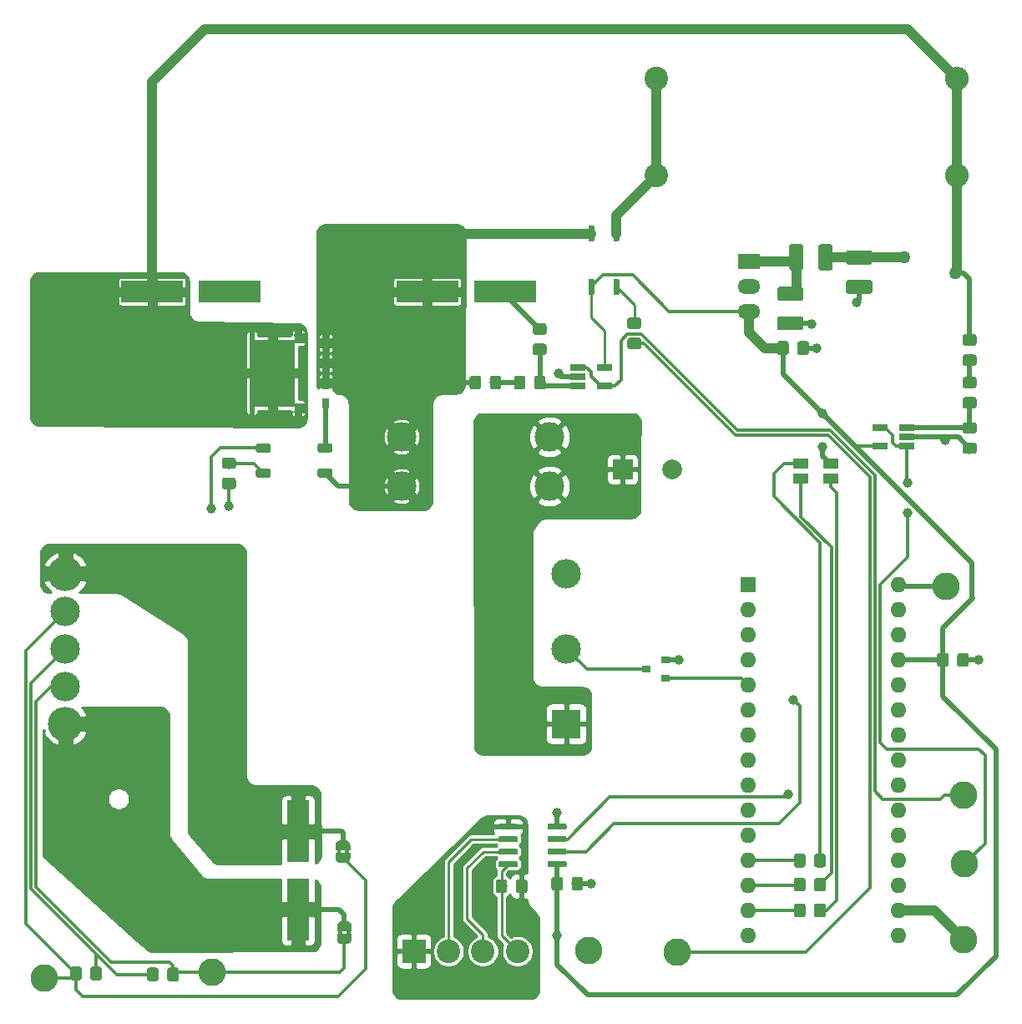
<source format=gtl>
G04 #@! TF.GenerationSoftware,KiCad,Pcbnew,(5.1.2)-2*
G04 #@! TF.CreationDate,2019-12-07T23:42:41-08:00*
G04 #@! TF.ProjectId,Precharger,50726563-6861-4726-9765-722e6b696361,rev?*
G04 #@! TF.SameCoordinates,Original*
G04 #@! TF.FileFunction,Copper,L1,Top*
G04 #@! TF.FilePolarity,Positive*
%FSLAX46Y46*%
G04 Gerber Fmt 4.6, Leading zero omitted, Abs format (unit mm)*
G04 Created by KiCad (PCBNEW (5.1.2)-2) date 2019-12-07 23:42:41*
%MOMM*%
%LPD*%
G04 APERTURE LIST*
%ADD10C,0.100000*%
%ADD11R,0.508000X7.874000*%
%ADD12R,0.762000X1.016000*%
%ADD13R,4.572000X6.858000*%
%ADD14R,0.762000X1.270000*%
%ADD15C,2.800000*%
%ADD16R,6.250000X2.250000*%
%ADD17C,1.150000*%
%ADD18R,0.900000X0.800000*%
%ADD19O,3.000000X3.000000*%
%ADD20O,3.500000X3.500000*%
%ADD21R,3.000000X3.000000*%
%ADD22C,0.500000*%
%ADD23R,2.250000X6.250000*%
%ADD24C,3.000000*%
%ADD25C,2.000000*%
%ADD26R,2.000000X2.000000*%
%ADD27R,1.500000X1.100000*%
%ADD28C,2.400000*%
%ADD29R,2.400000X2.400000*%
%ADD30C,0.600000*%
%ADD31C,0.900000*%
%ADD32O,2.300000X1.500000*%
%ADD33R,2.300000X1.500000*%
%ADD34R,1.560000X0.650000*%
%ADD35O,2.400000X2.400000*%
%ADD36C,1.425000*%
%ADD37C,1.270000*%
%ADD38O,1.600000X1.600000*%
%ADD39R,1.600000X1.600000*%
%ADD40C,1.000000*%
%ADD41C,0.500000*%
%ADD42C,1.000000*%
%ADD43C,0.250000*%
%ADD44C,0.300000*%
%ADD45C,0.254000*%
G04 APERTURE END LIST*
D10*
G36*
X132150000Y-125000000D02*
G01*
X132150000Y-124500000D01*
X132550000Y-124500000D01*
X132550000Y-125000000D01*
X132150000Y-125000000D01*
G37*
G36*
X132950000Y-125000000D02*
G01*
X132950000Y-124500000D01*
X133350000Y-124500000D01*
X133350000Y-125000000D01*
X132950000Y-125000000D01*
G37*
G36*
X132300000Y-133200000D02*
G01*
X132300000Y-132700000D01*
X132700000Y-132700000D01*
X132700000Y-133200000D01*
X132300000Y-133200000D01*
G37*
G36*
X133100000Y-133200000D02*
G01*
X133100000Y-132700000D01*
X133500000Y-132700000D01*
X133500000Y-133200000D01*
X133100000Y-133200000D01*
G37*
D11*
X123540000Y-76250000D03*
D12*
X128239000Y-79806000D03*
X128239000Y-72694000D03*
D13*
X125622800Y-76250000D03*
D12*
X131033000Y-79298000D03*
D14*
X131033000Y-77266000D03*
X131033000Y-75234000D03*
X131033000Y-73202000D03*
D15*
X195700000Y-119000000D03*
X195800000Y-126000000D03*
D16*
X113400000Y-68000000D03*
X121300000Y-68000000D03*
D15*
X102500000Y-137600000D03*
X119450000Y-137000000D03*
D10*
G36*
X106024505Y-136401204D02*
G01*
X106048773Y-136404804D01*
X106072572Y-136410765D01*
X106095671Y-136419030D01*
X106117850Y-136429520D01*
X106138893Y-136442132D01*
X106158599Y-136456747D01*
X106176777Y-136473223D01*
X106193253Y-136491401D01*
X106207868Y-136511107D01*
X106220480Y-136532150D01*
X106230970Y-136554329D01*
X106239235Y-136577428D01*
X106245196Y-136601227D01*
X106248796Y-136625495D01*
X106250000Y-136649999D01*
X106250000Y-137550001D01*
X106248796Y-137574505D01*
X106245196Y-137598773D01*
X106239235Y-137622572D01*
X106230970Y-137645671D01*
X106220480Y-137667850D01*
X106207868Y-137688893D01*
X106193253Y-137708599D01*
X106176777Y-137726777D01*
X106158599Y-137743253D01*
X106138893Y-137757868D01*
X106117850Y-137770480D01*
X106095671Y-137780970D01*
X106072572Y-137789235D01*
X106048773Y-137795196D01*
X106024505Y-137798796D01*
X106000001Y-137800000D01*
X105349999Y-137800000D01*
X105325495Y-137798796D01*
X105301227Y-137795196D01*
X105277428Y-137789235D01*
X105254329Y-137780970D01*
X105232150Y-137770480D01*
X105211107Y-137757868D01*
X105191401Y-137743253D01*
X105173223Y-137726777D01*
X105156747Y-137708599D01*
X105142132Y-137688893D01*
X105129520Y-137667850D01*
X105119030Y-137645671D01*
X105110765Y-137622572D01*
X105104804Y-137598773D01*
X105101204Y-137574505D01*
X105100000Y-137550001D01*
X105100000Y-136649999D01*
X105101204Y-136625495D01*
X105104804Y-136601227D01*
X105110765Y-136577428D01*
X105119030Y-136554329D01*
X105129520Y-136532150D01*
X105142132Y-136511107D01*
X105156747Y-136491401D01*
X105173223Y-136473223D01*
X105191401Y-136456747D01*
X105211107Y-136442132D01*
X105232150Y-136429520D01*
X105254329Y-136419030D01*
X105277428Y-136410765D01*
X105301227Y-136404804D01*
X105325495Y-136401204D01*
X105349999Y-136400000D01*
X106000001Y-136400000D01*
X106024505Y-136401204D01*
X106024505Y-136401204D01*
G37*
D17*
X105675000Y-137100000D03*
D10*
G36*
X108074505Y-136401204D02*
G01*
X108098773Y-136404804D01*
X108122572Y-136410765D01*
X108145671Y-136419030D01*
X108167850Y-136429520D01*
X108188893Y-136442132D01*
X108208599Y-136456747D01*
X108226777Y-136473223D01*
X108243253Y-136491401D01*
X108257868Y-136511107D01*
X108270480Y-136532150D01*
X108280970Y-136554329D01*
X108289235Y-136577428D01*
X108295196Y-136601227D01*
X108298796Y-136625495D01*
X108300000Y-136649999D01*
X108300000Y-137550001D01*
X108298796Y-137574505D01*
X108295196Y-137598773D01*
X108289235Y-137622572D01*
X108280970Y-137645671D01*
X108270480Y-137667850D01*
X108257868Y-137688893D01*
X108243253Y-137708599D01*
X108226777Y-137726777D01*
X108208599Y-137743253D01*
X108188893Y-137757868D01*
X108167850Y-137770480D01*
X108145671Y-137780970D01*
X108122572Y-137789235D01*
X108098773Y-137795196D01*
X108074505Y-137798796D01*
X108050001Y-137800000D01*
X107399999Y-137800000D01*
X107375495Y-137798796D01*
X107351227Y-137795196D01*
X107327428Y-137789235D01*
X107304329Y-137780970D01*
X107282150Y-137770480D01*
X107261107Y-137757868D01*
X107241401Y-137743253D01*
X107223223Y-137726777D01*
X107206747Y-137708599D01*
X107192132Y-137688893D01*
X107179520Y-137667850D01*
X107169030Y-137645671D01*
X107160765Y-137622572D01*
X107154804Y-137598773D01*
X107151204Y-137574505D01*
X107150000Y-137550001D01*
X107150000Y-136649999D01*
X107151204Y-136625495D01*
X107154804Y-136601227D01*
X107160765Y-136577428D01*
X107169030Y-136554329D01*
X107179520Y-136532150D01*
X107192132Y-136511107D01*
X107206747Y-136491401D01*
X107223223Y-136473223D01*
X107241401Y-136456747D01*
X107261107Y-136442132D01*
X107282150Y-136429520D01*
X107304329Y-136419030D01*
X107327428Y-136410765D01*
X107351227Y-136404804D01*
X107375495Y-136401204D01*
X107399999Y-136400000D01*
X108050001Y-136400000D01*
X108074505Y-136401204D01*
X108074505Y-136401204D01*
G37*
D17*
X107725000Y-137100000D03*
D10*
G36*
X115874505Y-136501204D02*
G01*
X115898773Y-136504804D01*
X115922572Y-136510765D01*
X115945671Y-136519030D01*
X115967850Y-136529520D01*
X115988893Y-136542132D01*
X116008599Y-136556747D01*
X116026777Y-136573223D01*
X116043253Y-136591401D01*
X116057868Y-136611107D01*
X116070480Y-136632150D01*
X116080970Y-136654329D01*
X116089235Y-136677428D01*
X116095196Y-136701227D01*
X116098796Y-136725495D01*
X116100000Y-136749999D01*
X116100000Y-137650001D01*
X116098796Y-137674505D01*
X116095196Y-137698773D01*
X116089235Y-137722572D01*
X116080970Y-137745671D01*
X116070480Y-137767850D01*
X116057868Y-137788893D01*
X116043253Y-137808599D01*
X116026777Y-137826777D01*
X116008599Y-137843253D01*
X115988893Y-137857868D01*
X115967850Y-137870480D01*
X115945671Y-137880970D01*
X115922572Y-137889235D01*
X115898773Y-137895196D01*
X115874505Y-137898796D01*
X115850001Y-137900000D01*
X115199999Y-137900000D01*
X115175495Y-137898796D01*
X115151227Y-137895196D01*
X115127428Y-137889235D01*
X115104329Y-137880970D01*
X115082150Y-137870480D01*
X115061107Y-137857868D01*
X115041401Y-137843253D01*
X115023223Y-137826777D01*
X115006747Y-137808599D01*
X114992132Y-137788893D01*
X114979520Y-137767850D01*
X114969030Y-137745671D01*
X114960765Y-137722572D01*
X114954804Y-137698773D01*
X114951204Y-137674505D01*
X114950000Y-137650001D01*
X114950000Y-136749999D01*
X114951204Y-136725495D01*
X114954804Y-136701227D01*
X114960765Y-136677428D01*
X114969030Y-136654329D01*
X114979520Y-136632150D01*
X114992132Y-136611107D01*
X115006747Y-136591401D01*
X115023223Y-136573223D01*
X115041401Y-136556747D01*
X115061107Y-136542132D01*
X115082150Y-136529520D01*
X115104329Y-136519030D01*
X115127428Y-136510765D01*
X115151227Y-136504804D01*
X115175495Y-136501204D01*
X115199999Y-136500000D01*
X115850001Y-136500000D01*
X115874505Y-136501204D01*
X115874505Y-136501204D01*
G37*
D17*
X115525000Y-137200000D03*
D10*
G36*
X113824505Y-136501204D02*
G01*
X113848773Y-136504804D01*
X113872572Y-136510765D01*
X113895671Y-136519030D01*
X113917850Y-136529520D01*
X113938893Y-136542132D01*
X113958599Y-136556747D01*
X113976777Y-136573223D01*
X113993253Y-136591401D01*
X114007868Y-136611107D01*
X114020480Y-136632150D01*
X114030970Y-136654329D01*
X114039235Y-136677428D01*
X114045196Y-136701227D01*
X114048796Y-136725495D01*
X114050000Y-136749999D01*
X114050000Y-137650001D01*
X114048796Y-137674505D01*
X114045196Y-137698773D01*
X114039235Y-137722572D01*
X114030970Y-137745671D01*
X114020480Y-137767850D01*
X114007868Y-137788893D01*
X113993253Y-137808599D01*
X113976777Y-137826777D01*
X113958599Y-137843253D01*
X113938893Y-137857868D01*
X113917850Y-137870480D01*
X113895671Y-137880970D01*
X113872572Y-137889235D01*
X113848773Y-137895196D01*
X113824505Y-137898796D01*
X113800001Y-137900000D01*
X113149999Y-137900000D01*
X113125495Y-137898796D01*
X113101227Y-137895196D01*
X113077428Y-137889235D01*
X113054329Y-137880970D01*
X113032150Y-137870480D01*
X113011107Y-137857868D01*
X112991401Y-137843253D01*
X112973223Y-137826777D01*
X112956747Y-137808599D01*
X112942132Y-137788893D01*
X112929520Y-137767850D01*
X112919030Y-137745671D01*
X112910765Y-137722572D01*
X112904804Y-137698773D01*
X112901204Y-137674505D01*
X112900000Y-137650001D01*
X112900000Y-136749999D01*
X112901204Y-136725495D01*
X112904804Y-136701227D01*
X112910765Y-136677428D01*
X112919030Y-136654329D01*
X112929520Y-136632150D01*
X112942132Y-136611107D01*
X112956747Y-136591401D01*
X112973223Y-136573223D01*
X112991401Y-136556747D01*
X113011107Y-136542132D01*
X113032150Y-136529520D01*
X113054329Y-136519030D01*
X113077428Y-136510765D01*
X113101227Y-136504804D01*
X113125495Y-136501204D01*
X113149999Y-136500000D01*
X113800001Y-136500000D01*
X113824505Y-136501204D01*
X113824505Y-136501204D01*
G37*
D17*
X113475000Y-137200000D03*
D18*
X163500000Y-106250000D03*
X165500000Y-105300000D03*
X165500000Y-107200000D03*
D19*
X104600000Y-100370000D03*
X104600000Y-104180000D03*
X104600000Y-107990000D03*
D20*
X104600000Y-96560000D03*
X104600000Y-111800000D03*
D19*
X155400000Y-96560000D03*
X155400000Y-104180000D03*
D21*
X155400000Y-111800000D03*
D22*
X132750000Y-125400000D03*
D10*
G36*
X133500000Y-124900000D02*
G01*
X133500000Y-125400000D01*
X133499398Y-125400000D01*
X133499398Y-125424534D01*
X133494588Y-125473365D01*
X133485016Y-125521490D01*
X133470772Y-125568445D01*
X133451995Y-125613778D01*
X133428864Y-125657051D01*
X133401604Y-125697850D01*
X133370476Y-125735779D01*
X133335779Y-125770476D01*
X133297850Y-125801604D01*
X133257051Y-125828864D01*
X133213778Y-125851995D01*
X133168445Y-125870772D01*
X133121490Y-125885016D01*
X133073365Y-125894588D01*
X133024534Y-125899398D01*
X133000000Y-125899398D01*
X133000000Y-125900000D01*
X132500000Y-125900000D01*
X132500000Y-125899398D01*
X132475466Y-125899398D01*
X132426635Y-125894588D01*
X132378510Y-125885016D01*
X132331555Y-125870772D01*
X132286222Y-125851995D01*
X132242949Y-125828864D01*
X132202150Y-125801604D01*
X132164221Y-125770476D01*
X132129524Y-125735779D01*
X132098396Y-125697850D01*
X132071136Y-125657051D01*
X132048005Y-125613778D01*
X132029228Y-125568445D01*
X132014984Y-125521490D01*
X132005412Y-125473365D01*
X132000602Y-125424534D01*
X132000602Y-125400000D01*
X132000000Y-125400000D01*
X132000000Y-124900000D01*
X133500000Y-124900000D01*
X133500000Y-124900000D01*
G37*
D22*
X132750000Y-124100000D03*
D10*
G36*
X132000602Y-124100000D02*
G01*
X132000602Y-124075466D01*
X132005412Y-124026635D01*
X132014984Y-123978510D01*
X132029228Y-123931555D01*
X132048005Y-123886222D01*
X132071136Y-123842949D01*
X132098396Y-123802150D01*
X132129524Y-123764221D01*
X132164221Y-123729524D01*
X132202150Y-123698396D01*
X132242949Y-123671136D01*
X132286222Y-123648005D01*
X132331555Y-123629228D01*
X132378510Y-123614984D01*
X132426635Y-123605412D01*
X132475466Y-123600602D01*
X132500000Y-123600602D01*
X132500000Y-123600000D01*
X133000000Y-123600000D01*
X133000000Y-123600602D01*
X133024534Y-123600602D01*
X133073365Y-123605412D01*
X133121490Y-123614984D01*
X133168445Y-123629228D01*
X133213778Y-123648005D01*
X133257051Y-123671136D01*
X133297850Y-123698396D01*
X133335779Y-123729524D01*
X133370476Y-123764221D01*
X133401604Y-123802150D01*
X133428864Y-123842949D01*
X133451995Y-123886222D01*
X133470772Y-123931555D01*
X133485016Y-123978510D01*
X133494588Y-124026635D01*
X133499398Y-124075466D01*
X133499398Y-124100000D01*
X133500000Y-124100000D01*
X133500000Y-124600000D01*
X132000000Y-124600000D01*
X132000000Y-124100000D01*
X132000602Y-124100000D01*
X132000602Y-124100000D01*
G37*
D22*
X132900000Y-133600000D03*
D10*
G36*
X133650000Y-133100000D02*
G01*
X133650000Y-133600000D01*
X133649398Y-133600000D01*
X133649398Y-133624534D01*
X133644588Y-133673365D01*
X133635016Y-133721490D01*
X133620772Y-133768445D01*
X133601995Y-133813778D01*
X133578864Y-133857051D01*
X133551604Y-133897850D01*
X133520476Y-133935779D01*
X133485779Y-133970476D01*
X133447850Y-134001604D01*
X133407051Y-134028864D01*
X133363778Y-134051995D01*
X133318445Y-134070772D01*
X133271490Y-134085016D01*
X133223365Y-134094588D01*
X133174534Y-134099398D01*
X133150000Y-134099398D01*
X133150000Y-134100000D01*
X132650000Y-134100000D01*
X132650000Y-134099398D01*
X132625466Y-134099398D01*
X132576635Y-134094588D01*
X132528510Y-134085016D01*
X132481555Y-134070772D01*
X132436222Y-134051995D01*
X132392949Y-134028864D01*
X132352150Y-134001604D01*
X132314221Y-133970476D01*
X132279524Y-133935779D01*
X132248396Y-133897850D01*
X132221136Y-133857051D01*
X132198005Y-133813778D01*
X132179228Y-133768445D01*
X132164984Y-133721490D01*
X132155412Y-133673365D01*
X132150602Y-133624534D01*
X132150602Y-133600000D01*
X132150000Y-133600000D01*
X132150000Y-133100000D01*
X133650000Y-133100000D01*
X133650000Y-133100000D01*
G37*
D22*
X132900000Y-132300000D03*
D10*
G36*
X132150602Y-132300000D02*
G01*
X132150602Y-132275466D01*
X132155412Y-132226635D01*
X132164984Y-132178510D01*
X132179228Y-132131555D01*
X132198005Y-132086222D01*
X132221136Y-132042949D01*
X132248396Y-132002150D01*
X132279524Y-131964221D01*
X132314221Y-131929524D01*
X132352150Y-131898396D01*
X132392949Y-131871136D01*
X132436222Y-131848005D01*
X132481555Y-131829228D01*
X132528510Y-131814984D01*
X132576635Y-131805412D01*
X132625466Y-131800602D01*
X132650000Y-131800602D01*
X132650000Y-131800000D01*
X133150000Y-131800000D01*
X133150000Y-131800602D01*
X133174534Y-131800602D01*
X133223365Y-131805412D01*
X133271490Y-131814984D01*
X133318445Y-131829228D01*
X133363778Y-131848005D01*
X133407051Y-131871136D01*
X133447850Y-131898396D01*
X133485779Y-131929524D01*
X133520476Y-131964221D01*
X133551604Y-132002150D01*
X133578864Y-132042949D01*
X133601995Y-132086222D01*
X133620772Y-132131555D01*
X133635016Y-132178510D01*
X133644588Y-132226635D01*
X133649398Y-132275466D01*
X133649398Y-132300000D01*
X133650000Y-132300000D01*
X133650000Y-132800000D01*
X132150000Y-132800000D01*
X132150000Y-132300000D01*
X132150602Y-132300000D01*
X132150602Y-132300000D01*
G37*
D23*
X128200000Y-130600000D03*
X128200000Y-122700000D03*
D24*
X138700000Y-82700000D03*
X153700000Y-82700000D03*
X138700000Y-87700000D03*
X153700000Y-87700000D03*
D25*
X166100000Y-86000000D03*
D26*
X161100000Y-86000000D03*
D15*
X166650000Y-134950000D03*
X157700000Y-134750000D03*
D10*
G36*
X181474505Y-124951204D02*
G01*
X181498773Y-124954804D01*
X181522572Y-124960765D01*
X181545671Y-124969030D01*
X181567850Y-124979520D01*
X181588893Y-124992132D01*
X181608599Y-125006747D01*
X181626777Y-125023223D01*
X181643253Y-125041401D01*
X181657868Y-125061107D01*
X181670480Y-125082150D01*
X181680970Y-125104329D01*
X181689235Y-125127428D01*
X181695196Y-125151227D01*
X181698796Y-125175495D01*
X181700000Y-125199999D01*
X181700000Y-126100001D01*
X181698796Y-126124505D01*
X181695196Y-126148773D01*
X181689235Y-126172572D01*
X181680970Y-126195671D01*
X181670480Y-126217850D01*
X181657868Y-126238893D01*
X181643253Y-126258599D01*
X181626777Y-126276777D01*
X181608599Y-126293253D01*
X181588893Y-126307868D01*
X181567850Y-126320480D01*
X181545671Y-126330970D01*
X181522572Y-126339235D01*
X181498773Y-126345196D01*
X181474505Y-126348796D01*
X181450001Y-126350000D01*
X180799999Y-126350000D01*
X180775495Y-126348796D01*
X180751227Y-126345196D01*
X180727428Y-126339235D01*
X180704329Y-126330970D01*
X180682150Y-126320480D01*
X180661107Y-126307868D01*
X180641401Y-126293253D01*
X180623223Y-126276777D01*
X180606747Y-126258599D01*
X180592132Y-126238893D01*
X180579520Y-126217850D01*
X180569030Y-126195671D01*
X180560765Y-126172572D01*
X180554804Y-126148773D01*
X180551204Y-126124505D01*
X180550000Y-126100001D01*
X180550000Y-125199999D01*
X180551204Y-125175495D01*
X180554804Y-125151227D01*
X180560765Y-125127428D01*
X180569030Y-125104329D01*
X180579520Y-125082150D01*
X180592132Y-125061107D01*
X180606747Y-125041401D01*
X180623223Y-125023223D01*
X180641401Y-125006747D01*
X180661107Y-124992132D01*
X180682150Y-124979520D01*
X180704329Y-124969030D01*
X180727428Y-124960765D01*
X180751227Y-124954804D01*
X180775495Y-124951204D01*
X180799999Y-124950000D01*
X181450001Y-124950000D01*
X181474505Y-124951204D01*
X181474505Y-124951204D01*
G37*
D17*
X181125000Y-125650000D03*
D10*
G36*
X179424505Y-124951204D02*
G01*
X179448773Y-124954804D01*
X179472572Y-124960765D01*
X179495671Y-124969030D01*
X179517850Y-124979520D01*
X179538893Y-124992132D01*
X179558599Y-125006747D01*
X179576777Y-125023223D01*
X179593253Y-125041401D01*
X179607868Y-125061107D01*
X179620480Y-125082150D01*
X179630970Y-125104329D01*
X179639235Y-125127428D01*
X179645196Y-125151227D01*
X179648796Y-125175495D01*
X179650000Y-125199999D01*
X179650000Y-126100001D01*
X179648796Y-126124505D01*
X179645196Y-126148773D01*
X179639235Y-126172572D01*
X179630970Y-126195671D01*
X179620480Y-126217850D01*
X179607868Y-126238893D01*
X179593253Y-126258599D01*
X179576777Y-126276777D01*
X179558599Y-126293253D01*
X179538893Y-126307868D01*
X179517850Y-126320480D01*
X179495671Y-126330970D01*
X179472572Y-126339235D01*
X179448773Y-126345196D01*
X179424505Y-126348796D01*
X179400001Y-126350000D01*
X178749999Y-126350000D01*
X178725495Y-126348796D01*
X178701227Y-126345196D01*
X178677428Y-126339235D01*
X178654329Y-126330970D01*
X178632150Y-126320480D01*
X178611107Y-126307868D01*
X178591401Y-126293253D01*
X178573223Y-126276777D01*
X178556747Y-126258599D01*
X178542132Y-126238893D01*
X178529520Y-126217850D01*
X178519030Y-126195671D01*
X178510765Y-126172572D01*
X178504804Y-126148773D01*
X178501204Y-126124505D01*
X178500000Y-126100001D01*
X178500000Y-125199999D01*
X178501204Y-125175495D01*
X178504804Y-125151227D01*
X178510765Y-125127428D01*
X178519030Y-125104329D01*
X178529520Y-125082150D01*
X178542132Y-125061107D01*
X178556747Y-125041401D01*
X178573223Y-125023223D01*
X178591401Y-125006747D01*
X178611107Y-124992132D01*
X178632150Y-124979520D01*
X178654329Y-124969030D01*
X178677428Y-124960765D01*
X178701227Y-124954804D01*
X178725495Y-124951204D01*
X178749999Y-124950000D01*
X179400001Y-124950000D01*
X179424505Y-124951204D01*
X179424505Y-124951204D01*
G37*
D17*
X179075000Y-125650000D03*
D10*
G36*
X181474505Y-127401204D02*
G01*
X181498773Y-127404804D01*
X181522572Y-127410765D01*
X181545671Y-127419030D01*
X181567850Y-127429520D01*
X181588893Y-127442132D01*
X181608599Y-127456747D01*
X181626777Y-127473223D01*
X181643253Y-127491401D01*
X181657868Y-127511107D01*
X181670480Y-127532150D01*
X181680970Y-127554329D01*
X181689235Y-127577428D01*
X181695196Y-127601227D01*
X181698796Y-127625495D01*
X181700000Y-127649999D01*
X181700000Y-128550001D01*
X181698796Y-128574505D01*
X181695196Y-128598773D01*
X181689235Y-128622572D01*
X181680970Y-128645671D01*
X181670480Y-128667850D01*
X181657868Y-128688893D01*
X181643253Y-128708599D01*
X181626777Y-128726777D01*
X181608599Y-128743253D01*
X181588893Y-128757868D01*
X181567850Y-128770480D01*
X181545671Y-128780970D01*
X181522572Y-128789235D01*
X181498773Y-128795196D01*
X181474505Y-128798796D01*
X181450001Y-128800000D01*
X180799999Y-128800000D01*
X180775495Y-128798796D01*
X180751227Y-128795196D01*
X180727428Y-128789235D01*
X180704329Y-128780970D01*
X180682150Y-128770480D01*
X180661107Y-128757868D01*
X180641401Y-128743253D01*
X180623223Y-128726777D01*
X180606747Y-128708599D01*
X180592132Y-128688893D01*
X180579520Y-128667850D01*
X180569030Y-128645671D01*
X180560765Y-128622572D01*
X180554804Y-128598773D01*
X180551204Y-128574505D01*
X180550000Y-128550001D01*
X180550000Y-127649999D01*
X180551204Y-127625495D01*
X180554804Y-127601227D01*
X180560765Y-127577428D01*
X180569030Y-127554329D01*
X180579520Y-127532150D01*
X180592132Y-127511107D01*
X180606747Y-127491401D01*
X180623223Y-127473223D01*
X180641401Y-127456747D01*
X180661107Y-127442132D01*
X180682150Y-127429520D01*
X180704329Y-127419030D01*
X180727428Y-127410765D01*
X180751227Y-127404804D01*
X180775495Y-127401204D01*
X180799999Y-127400000D01*
X181450001Y-127400000D01*
X181474505Y-127401204D01*
X181474505Y-127401204D01*
G37*
D17*
X181125000Y-128100000D03*
D10*
G36*
X179424505Y-127401204D02*
G01*
X179448773Y-127404804D01*
X179472572Y-127410765D01*
X179495671Y-127419030D01*
X179517850Y-127429520D01*
X179538893Y-127442132D01*
X179558599Y-127456747D01*
X179576777Y-127473223D01*
X179593253Y-127491401D01*
X179607868Y-127511107D01*
X179620480Y-127532150D01*
X179630970Y-127554329D01*
X179639235Y-127577428D01*
X179645196Y-127601227D01*
X179648796Y-127625495D01*
X179650000Y-127649999D01*
X179650000Y-128550001D01*
X179648796Y-128574505D01*
X179645196Y-128598773D01*
X179639235Y-128622572D01*
X179630970Y-128645671D01*
X179620480Y-128667850D01*
X179607868Y-128688893D01*
X179593253Y-128708599D01*
X179576777Y-128726777D01*
X179558599Y-128743253D01*
X179538893Y-128757868D01*
X179517850Y-128770480D01*
X179495671Y-128780970D01*
X179472572Y-128789235D01*
X179448773Y-128795196D01*
X179424505Y-128798796D01*
X179400001Y-128800000D01*
X178749999Y-128800000D01*
X178725495Y-128798796D01*
X178701227Y-128795196D01*
X178677428Y-128789235D01*
X178654329Y-128780970D01*
X178632150Y-128770480D01*
X178611107Y-128757868D01*
X178591401Y-128743253D01*
X178573223Y-128726777D01*
X178556747Y-128708599D01*
X178542132Y-128688893D01*
X178529520Y-128667850D01*
X178519030Y-128645671D01*
X178510765Y-128622572D01*
X178504804Y-128598773D01*
X178501204Y-128574505D01*
X178500000Y-128550001D01*
X178500000Y-127649999D01*
X178501204Y-127625495D01*
X178504804Y-127601227D01*
X178510765Y-127577428D01*
X178519030Y-127554329D01*
X178529520Y-127532150D01*
X178542132Y-127511107D01*
X178556747Y-127491401D01*
X178573223Y-127473223D01*
X178591401Y-127456747D01*
X178611107Y-127442132D01*
X178632150Y-127429520D01*
X178654329Y-127419030D01*
X178677428Y-127410765D01*
X178701227Y-127404804D01*
X178725495Y-127401204D01*
X178749999Y-127400000D01*
X179400001Y-127400000D01*
X179424505Y-127401204D01*
X179424505Y-127401204D01*
G37*
D17*
X179075000Y-128100000D03*
D10*
G36*
X181474505Y-130001204D02*
G01*
X181498773Y-130004804D01*
X181522572Y-130010765D01*
X181545671Y-130019030D01*
X181567850Y-130029520D01*
X181588893Y-130042132D01*
X181608599Y-130056747D01*
X181626777Y-130073223D01*
X181643253Y-130091401D01*
X181657868Y-130111107D01*
X181670480Y-130132150D01*
X181680970Y-130154329D01*
X181689235Y-130177428D01*
X181695196Y-130201227D01*
X181698796Y-130225495D01*
X181700000Y-130249999D01*
X181700000Y-131150001D01*
X181698796Y-131174505D01*
X181695196Y-131198773D01*
X181689235Y-131222572D01*
X181680970Y-131245671D01*
X181670480Y-131267850D01*
X181657868Y-131288893D01*
X181643253Y-131308599D01*
X181626777Y-131326777D01*
X181608599Y-131343253D01*
X181588893Y-131357868D01*
X181567850Y-131370480D01*
X181545671Y-131380970D01*
X181522572Y-131389235D01*
X181498773Y-131395196D01*
X181474505Y-131398796D01*
X181450001Y-131400000D01*
X180799999Y-131400000D01*
X180775495Y-131398796D01*
X180751227Y-131395196D01*
X180727428Y-131389235D01*
X180704329Y-131380970D01*
X180682150Y-131370480D01*
X180661107Y-131357868D01*
X180641401Y-131343253D01*
X180623223Y-131326777D01*
X180606747Y-131308599D01*
X180592132Y-131288893D01*
X180579520Y-131267850D01*
X180569030Y-131245671D01*
X180560765Y-131222572D01*
X180554804Y-131198773D01*
X180551204Y-131174505D01*
X180550000Y-131150001D01*
X180550000Y-130249999D01*
X180551204Y-130225495D01*
X180554804Y-130201227D01*
X180560765Y-130177428D01*
X180569030Y-130154329D01*
X180579520Y-130132150D01*
X180592132Y-130111107D01*
X180606747Y-130091401D01*
X180623223Y-130073223D01*
X180641401Y-130056747D01*
X180661107Y-130042132D01*
X180682150Y-130029520D01*
X180704329Y-130019030D01*
X180727428Y-130010765D01*
X180751227Y-130004804D01*
X180775495Y-130001204D01*
X180799999Y-130000000D01*
X181450001Y-130000000D01*
X181474505Y-130001204D01*
X181474505Y-130001204D01*
G37*
D17*
X181125000Y-130700000D03*
D10*
G36*
X179424505Y-130001204D02*
G01*
X179448773Y-130004804D01*
X179472572Y-130010765D01*
X179495671Y-130019030D01*
X179517850Y-130029520D01*
X179538893Y-130042132D01*
X179558599Y-130056747D01*
X179576777Y-130073223D01*
X179593253Y-130091401D01*
X179607868Y-130111107D01*
X179620480Y-130132150D01*
X179630970Y-130154329D01*
X179639235Y-130177428D01*
X179645196Y-130201227D01*
X179648796Y-130225495D01*
X179650000Y-130249999D01*
X179650000Y-131150001D01*
X179648796Y-131174505D01*
X179645196Y-131198773D01*
X179639235Y-131222572D01*
X179630970Y-131245671D01*
X179620480Y-131267850D01*
X179607868Y-131288893D01*
X179593253Y-131308599D01*
X179576777Y-131326777D01*
X179558599Y-131343253D01*
X179538893Y-131357868D01*
X179517850Y-131370480D01*
X179495671Y-131380970D01*
X179472572Y-131389235D01*
X179448773Y-131395196D01*
X179424505Y-131398796D01*
X179400001Y-131400000D01*
X178749999Y-131400000D01*
X178725495Y-131398796D01*
X178701227Y-131395196D01*
X178677428Y-131389235D01*
X178654329Y-131380970D01*
X178632150Y-131370480D01*
X178611107Y-131357868D01*
X178591401Y-131343253D01*
X178573223Y-131326777D01*
X178556747Y-131308599D01*
X178542132Y-131288893D01*
X178529520Y-131267850D01*
X178519030Y-131245671D01*
X178510765Y-131222572D01*
X178504804Y-131198773D01*
X178501204Y-131174505D01*
X178500000Y-131150001D01*
X178500000Y-130249999D01*
X178501204Y-130225495D01*
X178504804Y-130201227D01*
X178510765Y-130177428D01*
X178519030Y-130154329D01*
X178529520Y-130132150D01*
X178542132Y-130111107D01*
X178556747Y-130091401D01*
X178573223Y-130073223D01*
X178591401Y-130056747D01*
X178611107Y-130042132D01*
X178632150Y-130029520D01*
X178654329Y-130019030D01*
X178677428Y-130010765D01*
X178701227Y-130004804D01*
X178725495Y-130001204D01*
X178749999Y-130000000D01*
X179400001Y-130000000D01*
X179424505Y-130001204D01*
X179424505Y-130001204D01*
G37*
D17*
X179075000Y-130700000D03*
D27*
X182200000Y-85450000D03*
X179200000Y-85450000D03*
X179200000Y-86950000D03*
X182200000Y-86950000D03*
D10*
G36*
X151224505Y-127551204D02*
G01*
X151248773Y-127554804D01*
X151272572Y-127560765D01*
X151295671Y-127569030D01*
X151317850Y-127579520D01*
X151338893Y-127592132D01*
X151358599Y-127606747D01*
X151376777Y-127623223D01*
X151393253Y-127641401D01*
X151407868Y-127661107D01*
X151420480Y-127682150D01*
X151430970Y-127704329D01*
X151439235Y-127727428D01*
X151445196Y-127751227D01*
X151448796Y-127775495D01*
X151450000Y-127799999D01*
X151450000Y-128700001D01*
X151448796Y-128724505D01*
X151445196Y-128748773D01*
X151439235Y-128772572D01*
X151430970Y-128795671D01*
X151420480Y-128817850D01*
X151407868Y-128838893D01*
X151393253Y-128858599D01*
X151376777Y-128876777D01*
X151358599Y-128893253D01*
X151338893Y-128907868D01*
X151317850Y-128920480D01*
X151295671Y-128930970D01*
X151272572Y-128939235D01*
X151248773Y-128945196D01*
X151224505Y-128948796D01*
X151200001Y-128950000D01*
X150549999Y-128950000D01*
X150525495Y-128948796D01*
X150501227Y-128945196D01*
X150477428Y-128939235D01*
X150454329Y-128930970D01*
X150432150Y-128920480D01*
X150411107Y-128907868D01*
X150391401Y-128893253D01*
X150373223Y-128876777D01*
X150356747Y-128858599D01*
X150342132Y-128838893D01*
X150329520Y-128817850D01*
X150319030Y-128795671D01*
X150310765Y-128772572D01*
X150304804Y-128748773D01*
X150301204Y-128724505D01*
X150300000Y-128700001D01*
X150300000Y-127799999D01*
X150301204Y-127775495D01*
X150304804Y-127751227D01*
X150310765Y-127727428D01*
X150319030Y-127704329D01*
X150329520Y-127682150D01*
X150342132Y-127661107D01*
X150356747Y-127641401D01*
X150373223Y-127623223D01*
X150391401Y-127606747D01*
X150411107Y-127592132D01*
X150432150Y-127579520D01*
X150454329Y-127569030D01*
X150477428Y-127560765D01*
X150501227Y-127554804D01*
X150525495Y-127551204D01*
X150549999Y-127550000D01*
X151200001Y-127550000D01*
X151224505Y-127551204D01*
X151224505Y-127551204D01*
G37*
D17*
X150875000Y-128250000D03*
D10*
G36*
X149174505Y-127551204D02*
G01*
X149198773Y-127554804D01*
X149222572Y-127560765D01*
X149245671Y-127569030D01*
X149267850Y-127579520D01*
X149288893Y-127592132D01*
X149308599Y-127606747D01*
X149326777Y-127623223D01*
X149343253Y-127641401D01*
X149357868Y-127661107D01*
X149370480Y-127682150D01*
X149380970Y-127704329D01*
X149389235Y-127727428D01*
X149395196Y-127751227D01*
X149398796Y-127775495D01*
X149400000Y-127799999D01*
X149400000Y-128700001D01*
X149398796Y-128724505D01*
X149395196Y-128748773D01*
X149389235Y-128772572D01*
X149380970Y-128795671D01*
X149370480Y-128817850D01*
X149357868Y-128838893D01*
X149343253Y-128858599D01*
X149326777Y-128876777D01*
X149308599Y-128893253D01*
X149288893Y-128907868D01*
X149267850Y-128920480D01*
X149245671Y-128930970D01*
X149222572Y-128939235D01*
X149198773Y-128945196D01*
X149174505Y-128948796D01*
X149150001Y-128950000D01*
X148499999Y-128950000D01*
X148475495Y-128948796D01*
X148451227Y-128945196D01*
X148427428Y-128939235D01*
X148404329Y-128930970D01*
X148382150Y-128920480D01*
X148361107Y-128907868D01*
X148341401Y-128893253D01*
X148323223Y-128876777D01*
X148306747Y-128858599D01*
X148292132Y-128838893D01*
X148279520Y-128817850D01*
X148269030Y-128795671D01*
X148260765Y-128772572D01*
X148254804Y-128748773D01*
X148251204Y-128724505D01*
X148250000Y-128700001D01*
X148250000Y-127799999D01*
X148251204Y-127775495D01*
X148254804Y-127751227D01*
X148260765Y-127727428D01*
X148269030Y-127704329D01*
X148279520Y-127682150D01*
X148292132Y-127661107D01*
X148306747Y-127641401D01*
X148323223Y-127623223D01*
X148341401Y-127606747D01*
X148361107Y-127592132D01*
X148382150Y-127579520D01*
X148404329Y-127569030D01*
X148427428Y-127560765D01*
X148451227Y-127554804D01*
X148475495Y-127551204D01*
X148499999Y-127550000D01*
X149150001Y-127550000D01*
X149174505Y-127551204D01*
X149174505Y-127551204D01*
G37*
D17*
X148825000Y-128250000D03*
D28*
X150450000Y-134850000D03*
X146950000Y-134850000D03*
X143450000Y-134850000D03*
D29*
X139950000Y-134850000D03*
D16*
X141300000Y-68000000D03*
X149200000Y-68000000D03*
D10*
G36*
X150344703Y-125725722D02*
G01*
X150359264Y-125727882D01*
X150373543Y-125731459D01*
X150387403Y-125736418D01*
X150400710Y-125742712D01*
X150413336Y-125750280D01*
X150425159Y-125759048D01*
X150436066Y-125768934D01*
X150445952Y-125779841D01*
X150454720Y-125791664D01*
X150462288Y-125804290D01*
X150468582Y-125817597D01*
X150473541Y-125831457D01*
X150477118Y-125845736D01*
X150479278Y-125860297D01*
X150480000Y-125875000D01*
X150480000Y-126175000D01*
X150479278Y-126189703D01*
X150477118Y-126204264D01*
X150473541Y-126218543D01*
X150468582Y-126232403D01*
X150462288Y-126245710D01*
X150454720Y-126258336D01*
X150445952Y-126270159D01*
X150436066Y-126281066D01*
X150425159Y-126290952D01*
X150413336Y-126299720D01*
X150400710Y-126307288D01*
X150387403Y-126313582D01*
X150373543Y-126318541D01*
X150359264Y-126322118D01*
X150344703Y-126324278D01*
X150330000Y-126325000D01*
X148680000Y-126325000D01*
X148665297Y-126324278D01*
X148650736Y-126322118D01*
X148636457Y-126318541D01*
X148622597Y-126313582D01*
X148609290Y-126307288D01*
X148596664Y-126299720D01*
X148584841Y-126290952D01*
X148573934Y-126281066D01*
X148564048Y-126270159D01*
X148555280Y-126258336D01*
X148547712Y-126245710D01*
X148541418Y-126232403D01*
X148536459Y-126218543D01*
X148532882Y-126204264D01*
X148530722Y-126189703D01*
X148530000Y-126175000D01*
X148530000Y-125875000D01*
X148530722Y-125860297D01*
X148532882Y-125845736D01*
X148536459Y-125831457D01*
X148541418Y-125817597D01*
X148547712Y-125804290D01*
X148555280Y-125791664D01*
X148564048Y-125779841D01*
X148573934Y-125768934D01*
X148584841Y-125759048D01*
X148596664Y-125750280D01*
X148609290Y-125742712D01*
X148622597Y-125736418D01*
X148636457Y-125731459D01*
X148650736Y-125727882D01*
X148665297Y-125725722D01*
X148680000Y-125725000D01*
X150330000Y-125725000D01*
X150344703Y-125725722D01*
X150344703Y-125725722D01*
G37*
D30*
X149505000Y-126025000D03*
D10*
G36*
X150344703Y-124455722D02*
G01*
X150359264Y-124457882D01*
X150373543Y-124461459D01*
X150387403Y-124466418D01*
X150400710Y-124472712D01*
X150413336Y-124480280D01*
X150425159Y-124489048D01*
X150436066Y-124498934D01*
X150445952Y-124509841D01*
X150454720Y-124521664D01*
X150462288Y-124534290D01*
X150468582Y-124547597D01*
X150473541Y-124561457D01*
X150477118Y-124575736D01*
X150479278Y-124590297D01*
X150480000Y-124605000D01*
X150480000Y-124905000D01*
X150479278Y-124919703D01*
X150477118Y-124934264D01*
X150473541Y-124948543D01*
X150468582Y-124962403D01*
X150462288Y-124975710D01*
X150454720Y-124988336D01*
X150445952Y-125000159D01*
X150436066Y-125011066D01*
X150425159Y-125020952D01*
X150413336Y-125029720D01*
X150400710Y-125037288D01*
X150387403Y-125043582D01*
X150373543Y-125048541D01*
X150359264Y-125052118D01*
X150344703Y-125054278D01*
X150330000Y-125055000D01*
X148680000Y-125055000D01*
X148665297Y-125054278D01*
X148650736Y-125052118D01*
X148636457Y-125048541D01*
X148622597Y-125043582D01*
X148609290Y-125037288D01*
X148596664Y-125029720D01*
X148584841Y-125020952D01*
X148573934Y-125011066D01*
X148564048Y-125000159D01*
X148555280Y-124988336D01*
X148547712Y-124975710D01*
X148541418Y-124962403D01*
X148536459Y-124948543D01*
X148532882Y-124934264D01*
X148530722Y-124919703D01*
X148530000Y-124905000D01*
X148530000Y-124605000D01*
X148530722Y-124590297D01*
X148532882Y-124575736D01*
X148536459Y-124561457D01*
X148541418Y-124547597D01*
X148547712Y-124534290D01*
X148555280Y-124521664D01*
X148564048Y-124509841D01*
X148573934Y-124498934D01*
X148584841Y-124489048D01*
X148596664Y-124480280D01*
X148609290Y-124472712D01*
X148622597Y-124466418D01*
X148636457Y-124461459D01*
X148650736Y-124457882D01*
X148665297Y-124455722D01*
X148680000Y-124455000D01*
X150330000Y-124455000D01*
X150344703Y-124455722D01*
X150344703Y-124455722D01*
G37*
D30*
X149505000Y-124755000D03*
D10*
G36*
X150344703Y-123185722D02*
G01*
X150359264Y-123187882D01*
X150373543Y-123191459D01*
X150387403Y-123196418D01*
X150400710Y-123202712D01*
X150413336Y-123210280D01*
X150425159Y-123219048D01*
X150436066Y-123228934D01*
X150445952Y-123239841D01*
X150454720Y-123251664D01*
X150462288Y-123264290D01*
X150468582Y-123277597D01*
X150473541Y-123291457D01*
X150477118Y-123305736D01*
X150479278Y-123320297D01*
X150480000Y-123335000D01*
X150480000Y-123635000D01*
X150479278Y-123649703D01*
X150477118Y-123664264D01*
X150473541Y-123678543D01*
X150468582Y-123692403D01*
X150462288Y-123705710D01*
X150454720Y-123718336D01*
X150445952Y-123730159D01*
X150436066Y-123741066D01*
X150425159Y-123750952D01*
X150413336Y-123759720D01*
X150400710Y-123767288D01*
X150387403Y-123773582D01*
X150373543Y-123778541D01*
X150359264Y-123782118D01*
X150344703Y-123784278D01*
X150330000Y-123785000D01*
X148680000Y-123785000D01*
X148665297Y-123784278D01*
X148650736Y-123782118D01*
X148636457Y-123778541D01*
X148622597Y-123773582D01*
X148609290Y-123767288D01*
X148596664Y-123759720D01*
X148584841Y-123750952D01*
X148573934Y-123741066D01*
X148564048Y-123730159D01*
X148555280Y-123718336D01*
X148547712Y-123705710D01*
X148541418Y-123692403D01*
X148536459Y-123678543D01*
X148532882Y-123664264D01*
X148530722Y-123649703D01*
X148530000Y-123635000D01*
X148530000Y-123335000D01*
X148530722Y-123320297D01*
X148532882Y-123305736D01*
X148536459Y-123291457D01*
X148541418Y-123277597D01*
X148547712Y-123264290D01*
X148555280Y-123251664D01*
X148564048Y-123239841D01*
X148573934Y-123228934D01*
X148584841Y-123219048D01*
X148596664Y-123210280D01*
X148609290Y-123202712D01*
X148622597Y-123196418D01*
X148636457Y-123191459D01*
X148650736Y-123187882D01*
X148665297Y-123185722D01*
X148680000Y-123185000D01*
X150330000Y-123185000D01*
X150344703Y-123185722D01*
X150344703Y-123185722D01*
G37*
D30*
X149505000Y-123485000D03*
D10*
G36*
X150344703Y-121915722D02*
G01*
X150359264Y-121917882D01*
X150373543Y-121921459D01*
X150387403Y-121926418D01*
X150400710Y-121932712D01*
X150413336Y-121940280D01*
X150425159Y-121949048D01*
X150436066Y-121958934D01*
X150445952Y-121969841D01*
X150454720Y-121981664D01*
X150462288Y-121994290D01*
X150468582Y-122007597D01*
X150473541Y-122021457D01*
X150477118Y-122035736D01*
X150479278Y-122050297D01*
X150480000Y-122065000D01*
X150480000Y-122365000D01*
X150479278Y-122379703D01*
X150477118Y-122394264D01*
X150473541Y-122408543D01*
X150468582Y-122422403D01*
X150462288Y-122435710D01*
X150454720Y-122448336D01*
X150445952Y-122460159D01*
X150436066Y-122471066D01*
X150425159Y-122480952D01*
X150413336Y-122489720D01*
X150400710Y-122497288D01*
X150387403Y-122503582D01*
X150373543Y-122508541D01*
X150359264Y-122512118D01*
X150344703Y-122514278D01*
X150330000Y-122515000D01*
X148680000Y-122515000D01*
X148665297Y-122514278D01*
X148650736Y-122512118D01*
X148636457Y-122508541D01*
X148622597Y-122503582D01*
X148609290Y-122497288D01*
X148596664Y-122489720D01*
X148584841Y-122480952D01*
X148573934Y-122471066D01*
X148564048Y-122460159D01*
X148555280Y-122448336D01*
X148547712Y-122435710D01*
X148541418Y-122422403D01*
X148536459Y-122408543D01*
X148532882Y-122394264D01*
X148530722Y-122379703D01*
X148530000Y-122365000D01*
X148530000Y-122065000D01*
X148530722Y-122050297D01*
X148532882Y-122035736D01*
X148536459Y-122021457D01*
X148541418Y-122007597D01*
X148547712Y-121994290D01*
X148555280Y-121981664D01*
X148564048Y-121969841D01*
X148573934Y-121958934D01*
X148584841Y-121949048D01*
X148596664Y-121940280D01*
X148609290Y-121932712D01*
X148622597Y-121926418D01*
X148636457Y-121921459D01*
X148650736Y-121917882D01*
X148665297Y-121915722D01*
X148680000Y-121915000D01*
X150330000Y-121915000D01*
X150344703Y-121915722D01*
X150344703Y-121915722D01*
G37*
D30*
X149505000Y-122215000D03*
D10*
G36*
X155294703Y-121915722D02*
G01*
X155309264Y-121917882D01*
X155323543Y-121921459D01*
X155337403Y-121926418D01*
X155350710Y-121932712D01*
X155363336Y-121940280D01*
X155375159Y-121949048D01*
X155386066Y-121958934D01*
X155395952Y-121969841D01*
X155404720Y-121981664D01*
X155412288Y-121994290D01*
X155418582Y-122007597D01*
X155423541Y-122021457D01*
X155427118Y-122035736D01*
X155429278Y-122050297D01*
X155430000Y-122065000D01*
X155430000Y-122365000D01*
X155429278Y-122379703D01*
X155427118Y-122394264D01*
X155423541Y-122408543D01*
X155418582Y-122422403D01*
X155412288Y-122435710D01*
X155404720Y-122448336D01*
X155395952Y-122460159D01*
X155386066Y-122471066D01*
X155375159Y-122480952D01*
X155363336Y-122489720D01*
X155350710Y-122497288D01*
X155337403Y-122503582D01*
X155323543Y-122508541D01*
X155309264Y-122512118D01*
X155294703Y-122514278D01*
X155280000Y-122515000D01*
X153630000Y-122515000D01*
X153615297Y-122514278D01*
X153600736Y-122512118D01*
X153586457Y-122508541D01*
X153572597Y-122503582D01*
X153559290Y-122497288D01*
X153546664Y-122489720D01*
X153534841Y-122480952D01*
X153523934Y-122471066D01*
X153514048Y-122460159D01*
X153505280Y-122448336D01*
X153497712Y-122435710D01*
X153491418Y-122422403D01*
X153486459Y-122408543D01*
X153482882Y-122394264D01*
X153480722Y-122379703D01*
X153480000Y-122365000D01*
X153480000Y-122065000D01*
X153480722Y-122050297D01*
X153482882Y-122035736D01*
X153486459Y-122021457D01*
X153491418Y-122007597D01*
X153497712Y-121994290D01*
X153505280Y-121981664D01*
X153514048Y-121969841D01*
X153523934Y-121958934D01*
X153534841Y-121949048D01*
X153546664Y-121940280D01*
X153559290Y-121932712D01*
X153572597Y-121926418D01*
X153586457Y-121921459D01*
X153600736Y-121917882D01*
X153615297Y-121915722D01*
X153630000Y-121915000D01*
X155280000Y-121915000D01*
X155294703Y-121915722D01*
X155294703Y-121915722D01*
G37*
D30*
X154455000Y-122215000D03*
D10*
G36*
X155294703Y-123185722D02*
G01*
X155309264Y-123187882D01*
X155323543Y-123191459D01*
X155337403Y-123196418D01*
X155350710Y-123202712D01*
X155363336Y-123210280D01*
X155375159Y-123219048D01*
X155386066Y-123228934D01*
X155395952Y-123239841D01*
X155404720Y-123251664D01*
X155412288Y-123264290D01*
X155418582Y-123277597D01*
X155423541Y-123291457D01*
X155427118Y-123305736D01*
X155429278Y-123320297D01*
X155430000Y-123335000D01*
X155430000Y-123635000D01*
X155429278Y-123649703D01*
X155427118Y-123664264D01*
X155423541Y-123678543D01*
X155418582Y-123692403D01*
X155412288Y-123705710D01*
X155404720Y-123718336D01*
X155395952Y-123730159D01*
X155386066Y-123741066D01*
X155375159Y-123750952D01*
X155363336Y-123759720D01*
X155350710Y-123767288D01*
X155337403Y-123773582D01*
X155323543Y-123778541D01*
X155309264Y-123782118D01*
X155294703Y-123784278D01*
X155280000Y-123785000D01*
X153630000Y-123785000D01*
X153615297Y-123784278D01*
X153600736Y-123782118D01*
X153586457Y-123778541D01*
X153572597Y-123773582D01*
X153559290Y-123767288D01*
X153546664Y-123759720D01*
X153534841Y-123750952D01*
X153523934Y-123741066D01*
X153514048Y-123730159D01*
X153505280Y-123718336D01*
X153497712Y-123705710D01*
X153491418Y-123692403D01*
X153486459Y-123678543D01*
X153482882Y-123664264D01*
X153480722Y-123649703D01*
X153480000Y-123635000D01*
X153480000Y-123335000D01*
X153480722Y-123320297D01*
X153482882Y-123305736D01*
X153486459Y-123291457D01*
X153491418Y-123277597D01*
X153497712Y-123264290D01*
X153505280Y-123251664D01*
X153514048Y-123239841D01*
X153523934Y-123228934D01*
X153534841Y-123219048D01*
X153546664Y-123210280D01*
X153559290Y-123202712D01*
X153572597Y-123196418D01*
X153586457Y-123191459D01*
X153600736Y-123187882D01*
X153615297Y-123185722D01*
X153630000Y-123185000D01*
X155280000Y-123185000D01*
X155294703Y-123185722D01*
X155294703Y-123185722D01*
G37*
D30*
X154455000Y-123485000D03*
D10*
G36*
X155294703Y-124455722D02*
G01*
X155309264Y-124457882D01*
X155323543Y-124461459D01*
X155337403Y-124466418D01*
X155350710Y-124472712D01*
X155363336Y-124480280D01*
X155375159Y-124489048D01*
X155386066Y-124498934D01*
X155395952Y-124509841D01*
X155404720Y-124521664D01*
X155412288Y-124534290D01*
X155418582Y-124547597D01*
X155423541Y-124561457D01*
X155427118Y-124575736D01*
X155429278Y-124590297D01*
X155430000Y-124605000D01*
X155430000Y-124905000D01*
X155429278Y-124919703D01*
X155427118Y-124934264D01*
X155423541Y-124948543D01*
X155418582Y-124962403D01*
X155412288Y-124975710D01*
X155404720Y-124988336D01*
X155395952Y-125000159D01*
X155386066Y-125011066D01*
X155375159Y-125020952D01*
X155363336Y-125029720D01*
X155350710Y-125037288D01*
X155337403Y-125043582D01*
X155323543Y-125048541D01*
X155309264Y-125052118D01*
X155294703Y-125054278D01*
X155280000Y-125055000D01*
X153630000Y-125055000D01*
X153615297Y-125054278D01*
X153600736Y-125052118D01*
X153586457Y-125048541D01*
X153572597Y-125043582D01*
X153559290Y-125037288D01*
X153546664Y-125029720D01*
X153534841Y-125020952D01*
X153523934Y-125011066D01*
X153514048Y-125000159D01*
X153505280Y-124988336D01*
X153497712Y-124975710D01*
X153491418Y-124962403D01*
X153486459Y-124948543D01*
X153482882Y-124934264D01*
X153480722Y-124919703D01*
X153480000Y-124905000D01*
X153480000Y-124605000D01*
X153480722Y-124590297D01*
X153482882Y-124575736D01*
X153486459Y-124561457D01*
X153491418Y-124547597D01*
X153497712Y-124534290D01*
X153505280Y-124521664D01*
X153514048Y-124509841D01*
X153523934Y-124498934D01*
X153534841Y-124489048D01*
X153546664Y-124480280D01*
X153559290Y-124472712D01*
X153572597Y-124466418D01*
X153586457Y-124461459D01*
X153600736Y-124457882D01*
X153615297Y-124455722D01*
X153630000Y-124455000D01*
X155280000Y-124455000D01*
X155294703Y-124455722D01*
X155294703Y-124455722D01*
G37*
D30*
X154455000Y-124755000D03*
D10*
G36*
X155294703Y-125725722D02*
G01*
X155309264Y-125727882D01*
X155323543Y-125731459D01*
X155337403Y-125736418D01*
X155350710Y-125742712D01*
X155363336Y-125750280D01*
X155375159Y-125759048D01*
X155386066Y-125768934D01*
X155395952Y-125779841D01*
X155404720Y-125791664D01*
X155412288Y-125804290D01*
X155418582Y-125817597D01*
X155423541Y-125831457D01*
X155427118Y-125845736D01*
X155429278Y-125860297D01*
X155430000Y-125875000D01*
X155430000Y-126175000D01*
X155429278Y-126189703D01*
X155427118Y-126204264D01*
X155423541Y-126218543D01*
X155418582Y-126232403D01*
X155412288Y-126245710D01*
X155404720Y-126258336D01*
X155395952Y-126270159D01*
X155386066Y-126281066D01*
X155375159Y-126290952D01*
X155363336Y-126299720D01*
X155350710Y-126307288D01*
X155337403Y-126313582D01*
X155323543Y-126318541D01*
X155309264Y-126322118D01*
X155294703Y-126324278D01*
X155280000Y-126325000D01*
X153630000Y-126325000D01*
X153615297Y-126324278D01*
X153600736Y-126322118D01*
X153586457Y-126318541D01*
X153572597Y-126313582D01*
X153559290Y-126307288D01*
X153546664Y-126299720D01*
X153534841Y-126290952D01*
X153523934Y-126281066D01*
X153514048Y-126270159D01*
X153505280Y-126258336D01*
X153497712Y-126245710D01*
X153491418Y-126232403D01*
X153486459Y-126218543D01*
X153482882Y-126204264D01*
X153480722Y-126189703D01*
X153480000Y-126175000D01*
X153480000Y-125875000D01*
X153480722Y-125860297D01*
X153482882Y-125845736D01*
X153486459Y-125831457D01*
X153491418Y-125817597D01*
X153497712Y-125804290D01*
X153505280Y-125791664D01*
X153514048Y-125779841D01*
X153523934Y-125768934D01*
X153534841Y-125759048D01*
X153546664Y-125750280D01*
X153559290Y-125742712D01*
X153572597Y-125736418D01*
X153586457Y-125731459D01*
X153600736Y-125727882D01*
X153615297Y-125725722D01*
X153630000Y-125725000D01*
X155280000Y-125725000D01*
X155294703Y-125725722D01*
X155294703Y-125725722D01*
G37*
D30*
X154455000Y-126025000D03*
D10*
G36*
X131472054Y-83381083D02*
G01*
X131493895Y-83384323D01*
X131515314Y-83389688D01*
X131536104Y-83397127D01*
X131556064Y-83406568D01*
X131575003Y-83417919D01*
X131592738Y-83431073D01*
X131609099Y-83445901D01*
X131623927Y-83462262D01*
X131637081Y-83479997D01*
X131648432Y-83498936D01*
X131657873Y-83518896D01*
X131665312Y-83539686D01*
X131670677Y-83561105D01*
X131673917Y-83582946D01*
X131675000Y-83605000D01*
X131675000Y-84055000D01*
X131673917Y-84077054D01*
X131670677Y-84098895D01*
X131665312Y-84120314D01*
X131657873Y-84141104D01*
X131648432Y-84161064D01*
X131637081Y-84180003D01*
X131623927Y-84197738D01*
X131609099Y-84214099D01*
X131592738Y-84228927D01*
X131575003Y-84242081D01*
X131556064Y-84253432D01*
X131536104Y-84262873D01*
X131515314Y-84270312D01*
X131493895Y-84275677D01*
X131472054Y-84278917D01*
X131450000Y-84280000D01*
X130400000Y-84280000D01*
X130377946Y-84278917D01*
X130356105Y-84275677D01*
X130334686Y-84270312D01*
X130313896Y-84262873D01*
X130293936Y-84253432D01*
X130274997Y-84242081D01*
X130257262Y-84228927D01*
X130240901Y-84214099D01*
X130226073Y-84197738D01*
X130212919Y-84180003D01*
X130201568Y-84161064D01*
X130192127Y-84141104D01*
X130184688Y-84120314D01*
X130179323Y-84098895D01*
X130176083Y-84077054D01*
X130175000Y-84055000D01*
X130175000Y-83605000D01*
X130176083Y-83582946D01*
X130179323Y-83561105D01*
X130184688Y-83539686D01*
X130192127Y-83518896D01*
X130201568Y-83498936D01*
X130212919Y-83479997D01*
X130226073Y-83462262D01*
X130240901Y-83445901D01*
X130257262Y-83431073D01*
X130274997Y-83417919D01*
X130293936Y-83406568D01*
X130313896Y-83397127D01*
X130334686Y-83389688D01*
X130356105Y-83384323D01*
X130377946Y-83381083D01*
X130400000Y-83380000D01*
X131450000Y-83380000D01*
X131472054Y-83381083D01*
X131472054Y-83381083D01*
G37*
D31*
X130925000Y-83830000D03*
D10*
G36*
X131472054Y-85921083D02*
G01*
X131493895Y-85924323D01*
X131515314Y-85929688D01*
X131536104Y-85937127D01*
X131556064Y-85946568D01*
X131575003Y-85957919D01*
X131592738Y-85971073D01*
X131609099Y-85985901D01*
X131623927Y-86002262D01*
X131637081Y-86019997D01*
X131648432Y-86038936D01*
X131657873Y-86058896D01*
X131665312Y-86079686D01*
X131670677Y-86101105D01*
X131673917Y-86122946D01*
X131675000Y-86145000D01*
X131675000Y-86595000D01*
X131673917Y-86617054D01*
X131670677Y-86638895D01*
X131665312Y-86660314D01*
X131657873Y-86681104D01*
X131648432Y-86701064D01*
X131637081Y-86720003D01*
X131623927Y-86737738D01*
X131609099Y-86754099D01*
X131592738Y-86768927D01*
X131575003Y-86782081D01*
X131556064Y-86793432D01*
X131536104Y-86802873D01*
X131515314Y-86810312D01*
X131493895Y-86815677D01*
X131472054Y-86818917D01*
X131450000Y-86820000D01*
X130400000Y-86820000D01*
X130377946Y-86818917D01*
X130356105Y-86815677D01*
X130334686Y-86810312D01*
X130313896Y-86802873D01*
X130293936Y-86793432D01*
X130274997Y-86782081D01*
X130257262Y-86768927D01*
X130240901Y-86754099D01*
X130226073Y-86737738D01*
X130212919Y-86720003D01*
X130201568Y-86701064D01*
X130192127Y-86681104D01*
X130184688Y-86660314D01*
X130179323Y-86638895D01*
X130176083Y-86617054D01*
X130175000Y-86595000D01*
X130175000Y-86145000D01*
X130176083Y-86122946D01*
X130179323Y-86101105D01*
X130184688Y-86079686D01*
X130192127Y-86058896D01*
X130201568Y-86038936D01*
X130212919Y-86019997D01*
X130226073Y-86002262D01*
X130240901Y-85985901D01*
X130257262Y-85971073D01*
X130274997Y-85957919D01*
X130293936Y-85946568D01*
X130313896Y-85937127D01*
X130334686Y-85929688D01*
X130356105Y-85924323D01*
X130377946Y-85921083D01*
X130400000Y-85920000D01*
X131450000Y-85920000D01*
X131472054Y-85921083D01*
X131472054Y-85921083D01*
G37*
D31*
X130925000Y-86370000D03*
D10*
G36*
X125222054Y-85921083D02*
G01*
X125243895Y-85924323D01*
X125265314Y-85929688D01*
X125286104Y-85937127D01*
X125306064Y-85946568D01*
X125325003Y-85957919D01*
X125342738Y-85971073D01*
X125359099Y-85985901D01*
X125373927Y-86002262D01*
X125387081Y-86019997D01*
X125398432Y-86038936D01*
X125407873Y-86058896D01*
X125415312Y-86079686D01*
X125420677Y-86101105D01*
X125423917Y-86122946D01*
X125425000Y-86145000D01*
X125425000Y-86595000D01*
X125423917Y-86617054D01*
X125420677Y-86638895D01*
X125415312Y-86660314D01*
X125407873Y-86681104D01*
X125398432Y-86701064D01*
X125387081Y-86720003D01*
X125373927Y-86737738D01*
X125359099Y-86754099D01*
X125342738Y-86768927D01*
X125325003Y-86782081D01*
X125306064Y-86793432D01*
X125286104Y-86802873D01*
X125265314Y-86810312D01*
X125243895Y-86815677D01*
X125222054Y-86818917D01*
X125200000Y-86820000D01*
X124150000Y-86820000D01*
X124127946Y-86818917D01*
X124106105Y-86815677D01*
X124084686Y-86810312D01*
X124063896Y-86802873D01*
X124043936Y-86793432D01*
X124024997Y-86782081D01*
X124007262Y-86768927D01*
X123990901Y-86754099D01*
X123976073Y-86737738D01*
X123962919Y-86720003D01*
X123951568Y-86701064D01*
X123942127Y-86681104D01*
X123934688Y-86660314D01*
X123929323Y-86638895D01*
X123926083Y-86617054D01*
X123925000Y-86595000D01*
X123925000Y-86145000D01*
X123926083Y-86122946D01*
X123929323Y-86101105D01*
X123934688Y-86079686D01*
X123942127Y-86058896D01*
X123951568Y-86038936D01*
X123962919Y-86019997D01*
X123976073Y-86002262D01*
X123990901Y-85985901D01*
X124007262Y-85971073D01*
X124024997Y-85957919D01*
X124043936Y-85946568D01*
X124063896Y-85937127D01*
X124084686Y-85929688D01*
X124106105Y-85924323D01*
X124127946Y-85921083D01*
X124150000Y-85920000D01*
X125200000Y-85920000D01*
X125222054Y-85921083D01*
X125222054Y-85921083D01*
G37*
D31*
X124675000Y-86370000D03*
D10*
G36*
X125222054Y-83381083D02*
G01*
X125243895Y-83384323D01*
X125265314Y-83389688D01*
X125286104Y-83397127D01*
X125306064Y-83406568D01*
X125325003Y-83417919D01*
X125342738Y-83431073D01*
X125359099Y-83445901D01*
X125373927Y-83462262D01*
X125387081Y-83479997D01*
X125398432Y-83498936D01*
X125407873Y-83518896D01*
X125415312Y-83539686D01*
X125420677Y-83561105D01*
X125423917Y-83582946D01*
X125425000Y-83605000D01*
X125425000Y-84055000D01*
X125423917Y-84077054D01*
X125420677Y-84098895D01*
X125415312Y-84120314D01*
X125407873Y-84141104D01*
X125398432Y-84161064D01*
X125387081Y-84180003D01*
X125373927Y-84197738D01*
X125359099Y-84214099D01*
X125342738Y-84228927D01*
X125325003Y-84242081D01*
X125306064Y-84253432D01*
X125286104Y-84262873D01*
X125265314Y-84270312D01*
X125243895Y-84275677D01*
X125222054Y-84278917D01*
X125200000Y-84280000D01*
X124150000Y-84280000D01*
X124127946Y-84278917D01*
X124106105Y-84275677D01*
X124084686Y-84270312D01*
X124063896Y-84262873D01*
X124043936Y-84253432D01*
X124024997Y-84242081D01*
X124007262Y-84228927D01*
X123990901Y-84214099D01*
X123976073Y-84197738D01*
X123962919Y-84180003D01*
X123951568Y-84161064D01*
X123942127Y-84141104D01*
X123934688Y-84120314D01*
X123929323Y-84098895D01*
X123926083Y-84077054D01*
X123925000Y-84055000D01*
X123925000Y-83605000D01*
X123926083Y-83582946D01*
X123929323Y-83561105D01*
X123934688Y-83539686D01*
X123942127Y-83518896D01*
X123951568Y-83498936D01*
X123962919Y-83479997D01*
X123976073Y-83462262D01*
X123990901Y-83445901D01*
X124007262Y-83431073D01*
X124024997Y-83417919D01*
X124043936Y-83406568D01*
X124063896Y-83397127D01*
X124084686Y-83389688D01*
X124106105Y-83384323D01*
X124127946Y-83381083D01*
X124150000Y-83380000D01*
X125200000Y-83380000D01*
X125222054Y-83381083D01*
X125222054Y-83381083D01*
G37*
D31*
X124675000Y-83830000D03*
D10*
G36*
X158094703Y-61300722D02*
G01*
X158109264Y-61302882D01*
X158123543Y-61306459D01*
X158137403Y-61311418D01*
X158150710Y-61317712D01*
X158163336Y-61325280D01*
X158175159Y-61334048D01*
X158186066Y-61343934D01*
X158195952Y-61354841D01*
X158204720Y-61366664D01*
X158212288Y-61379290D01*
X158218582Y-61392597D01*
X158223541Y-61406457D01*
X158227118Y-61420736D01*
X158229278Y-61435297D01*
X158230000Y-61450000D01*
X158230000Y-62750000D01*
X158229278Y-62764703D01*
X158227118Y-62779264D01*
X158223541Y-62793543D01*
X158218582Y-62807403D01*
X158212288Y-62820710D01*
X158204720Y-62833336D01*
X158195952Y-62845159D01*
X158186066Y-62856066D01*
X158175159Y-62865952D01*
X158163336Y-62874720D01*
X158150710Y-62882288D01*
X158137403Y-62888582D01*
X158123543Y-62893541D01*
X158109264Y-62897118D01*
X158094703Y-62899278D01*
X158080000Y-62900000D01*
X157780000Y-62900000D01*
X157765297Y-62899278D01*
X157750736Y-62897118D01*
X157736457Y-62893541D01*
X157722597Y-62888582D01*
X157709290Y-62882288D01*
X157696664Y-62874720D01*
X157684841Y-62865952D01*
X157673934Y-62856066D01*
X157664048Y-62845159D01*
X157655280Y-62833336D01*
X157647712Y-62820710D01*
X157641418Y-62807403D01*
X157636459Y-62793543D01*
X157632882Y-62779264D01*
X157630722Y-62764703D01*
X157630000Y-62750000D01*
X157630000Y-61450000D01*
X157630722Y-61435297D01*
X157632882Y-61420736D01*
X157636459Y-61406457D01*
X157641418Y-61392597D01*
X157647712Y-61379290D01*
X157655280Y-61366664D01*
X157664048Y-61354841D01*
X157673934Y-61343934D01*
X157684841Y-61334048D01*
X157696664Y-61325280D01*
X157709290Y-61317712D01*
X157722597Y-61311418D01*
X157736457Y-61306459D01*
X157750736Y-61302882D01*
X157765297Y-61300722D01*
X157780000Y-61300000D01*
X158080000Y-61300000D01*
X158094703Y-61300722D01*
X158094703Y-61300722D01*
G37*
D30*
X157930000Y-62100000D03*
D10*
G36*
X160634703Y-61300722D02*
G01*
X160649264Y-61302882D01*
X160663543Y-61306459D01*
X160677403Y-61311418D01*
X160690710Y-61317712D01*
X160703336Y-61325280D01*
X160715159Y-61334048D01*
X160726066Y-61343934D01*
X160735952Y-61354841D01*
X160744720Y-61366664D01*
X160752288Y-61379290D01*
X160758582Y-61392597D01*
X160763541Y-61406457D01*
X160767118Y-61420736D01*
X160769278Y-61435297D01*
X160770000Y-61450000D01*
X160770000Y-62750000D01*
X160769278Y-62764703D01*
X160767118Y-62779264D01*
X160763541Y-62793543D01*
X160758582Y-62807403D01*
X160752288Y-62820710D01*
X160744720Y-62833336D01*
X160735952Y-62845159D01*
X160726066Y-62856066D01*
X160715159Y-62865952D01*
X160703336Y-62874720D01*
X160690710Y-62882288D01*
X160677403Y-62888582D01*
X160663543Y-62893541D01*
X160649264Y-62897118D01*
X160634703Y-62899278D01*
X160620000Y-62900000D01*
X160320000Y-62900000D01*
X160305297Y-62899278D01*
X160290736Y-62897118D01*
X160276457Y-62893541D01*
X160262597Y-62888582D01*
X160249290Y-62882288D01*
X160236664Y-62874720D01*
X160224841Y-62865952D01*
X160213934Y-62856066D01*
X160204048Y-62845159D01*
X160195280Y-62833336D01*
X160187712Y-62820710D01*
X160181418Y-62807403D01*
X160176459Y-62793543D01*
X160172882Y-62779264D01*
X160170722Y-62764703D01*
X160170000Y-62750000D01*
X160170000Y-61450000D01*
X160170722Y-61435297D01*
X160172882Y-61420736D01*
X160176459Y-61406457D01*
X160181418Y-61392597D01*
X160187712Y-61379290D01*
X160195280Y-61366664D01*
X160204048Y-61354841D01*
X160213934Y-61343934D01*
X160224841Y-61334048D01*
X160236664Y-61325280D01*
X160249290Y-61317712D01*
X160262597Y-61311418D01*
X160276457Y-61306459D01*
X160290736Y-61302882D01*
X160305297Y-61300722D01*
X160320000Y-61300000D01*
X160620000Y-61300000D01*
X160634703Y-61300722D01*
X160634703Y-61300722D01*
G37*
D30*
X160470000Y-62100000D03*
D10*
G36*
X160634703Y-66700722D02*
G01*
X160649264Y-66702882D01*
X160663543Y-66706459D01*
X160677403Y-66711418D01*
X160690710Y-66717712D01*
X160703336Y-66725280D01*
X160715159Y-66734048D01*
X160726066Y-66743934D01*
X160735952Y-66754841D01*
X160744720Y-66766664D01*
X160752288Y-66779290D01*
X160758582Y-66792597D01*
X160763541Y-66806457D01*
X160767118Y-66820736D01*
X160769278Y-66835297D01*
X160770000Y-66850000D01*
X160770000Y-68150000D01*
X160769278Y-68164703D01*
X160767118Y-68179264D01*
X160763541Y-68193543D01*
X160758582Y-68207403D01*
X160752288Y-68220710D01*
X160744720Y-68233336D01*
X160735952Y-68245159D01*
X160726066Y-68256066D01*
X160715159Y-68265952D01*
X160703336Y-68274720D01*
X160690710Y-68282288D01*
X160677403Y-68288582D01*
X160663543Y-68293541D01*
X160649264Y-68297118D01*
X160634703Y-68299278D01*
X160620000Y-68300000D01*
X160320000Y-68300000D01*
X160305297Y-68299278D01*
X160290736Y-68297118D01*
X160276457Y-68293541D01*
X160262597Y-68288582D01*
X160249290Y-68282288D01*
X160236664Y-68274720D01*
X160224841Y-68265952D01*
X160213934Y-68256066D01*
X160204048Y-68245159D01*
X160195280Y-68233336D01*
X160187712Y-68220710D01*
X160181418Y-68207403D01*
X160176459Y-68193543D01*
X160172882Y-68179264D01*
X160170722Y-68164703D01*
X160170000Y-68150000D01*
X160170000Y-66850000D01*
X160170722Y-66835297D01*
X160172882Y-66820736D01*
X160176459Y-66806457D01*
X160181418Y-66792597D01*
X160187712Y-66779290D01*
X160195280Y-66766664D01*
X160204048Y-66754841D01*
X160213934Y-66743934D01*
X160224841Y-66734048D01*
X160236664Y-66725280D01*
X160249290Y-66717712D01*
X160262597Y-66711418D01*
X160276457Y-66706459D01*
X160290736Y-66702882D01*
X160305297Y-66700722D01*
X160320000Y-66700000D01*
X160620000Y-66700000D01*
X160634703Y-66700722D01*
X160634703Y-66700722D01*
G37*
D30*
X160470000Y-67500000D03*
D10*
G36*
X158094703Y-66700722D02*
G01*
X158109264Y-66702882D01*
X158123543Y-66706459D01*
X158137403Y-66711418D01*
X158150710Y-66717712D01*
X158163336Y-66725280D01*
X158175159Y-66734048D01*
X158186066Y-66743934D01*
X158195952Y-66754841D01*
X158204720Y-66766664D01*
X158212288Y-66779290D01*
X158218582Y-66792597D01*
X158223541Y-66806457D01*
X158227118Y-66820736D01*
X158229278Y-66835297D01*
X158230000Y-66850000D01*
X158230000Y-68150000D01*
X158229278Y-68164703D01*
X158227118Y-68179264D01*
X158223541Y-68193543D01*
X158218582Y-68207403D01*
X158212288Y-68220710D01*
X158204720Y-68233336D01*
X158195952Y-68245159D01*
X158186066Y-68256066D01*
X158175159Y-68265952D01*
X158163336Y-68274720D01*
X158150710Y-68282288D01*
X158137403Y-68288582D01*
X158123543Y-68293541D01*
X158109264Y-68297118D01*
X158094703Y-68299278D01*
X158080000Y-68300000D01*
X157780000Y-68300000D01*
X157765297Y-68299278D01*
X157750736Y-68297118D01*
X157736457Y-68293541D01*
X157722597Y-68288582D01*
X157709290Y-68282288D01*
X157696664Y-68274720D01*
X157684841Y-68265952D01*
X157673934Y-68256066D01*
X157664048Y-68245159D01*
X157655280Y-68233336D01*
X157647712Y-68220710D01*
X157641418Y-68207403D01*
X157636459Y-68193543D01*
X157632882Y-68179264D01*
X157630722Y-68164703D01*
X157630000Y-68150000D01*
X157630000Y-66850000D01*
X157630722Y-66835297D01*
X157632882Y-66820736D01*
X157636459Y-66806457D01*
X157641418Y-66792597D01*
X157647712Y-66779290D01*
X157655280Y-66766664D01*
X157664048Y-66754841D01*
X157673934Y-66743934D01*
X157684841Y-66734048D01*
X157696664Y-66725280D01*
X157709290Y-66717712D01*
X157722597Y-66711418D01*
X157736457Y-66706459D01*
X157750736Y-66702882D01*
X157765297Y-66700722D01*
X157780000Y-66700000D01*
X158080000Y-66700000D01*
X158094703Y-66700722D01*
X158094703Y-66700722D01*
G37*
D30*
X157930000Y-67500000D03*
D32*
X173900000Y-69980000D03*
X173900000Y-67440000D03*
D33*
X173900000Y-64900000D03*
D34*
X159250000Y-75650000D03*
X159250000Y-77550000D03*
X156550000Y-77550000D03*
X156550000Y-76600000D03*
X156550000Y-75650000D03*
X187250000Y-83650000D03*
X187250000Y-81750000D03*
X189950000Y-81750000D03*
X189950000Y-82700000D03*
X189950000Y-83650000D03*
D15*
X195690000Y-133660000D03*
X193950000Y-97850000D03*
D10*
G36*
X121674505Y-86851204D02*
G01*
X121698773Y-86854804D01*
X121722572Y-86860765D01*
X121745671Y-86869030D01*
X121767850Y-86879520D01*
X121788893Y-86892132D01*
X121808599Y-86906747D01*
X121826777Y-86923223D01*
X121843253Y-86941401D01*
X121857868Y-86961107D01*
X121870480Y-86982150D01*
X121880970Y-87004329D01*
X121889235Y-87027428D01*
X121895196Y-87051227D01*
X121898796Y-87075495D01*
X121900000Y-87099999D01*
X121900000Y-87750001D01*
X121898796Y-87774505D01*
X121895196Y-87798773D01*
X121889235Y-87822572D01*
X121880970Y-87845671D01*
X121870480Y-87867850D01*
X121857868Y-87888893D01*
X121843253Y-87908599D01*
X121826777Y-87926777D01*
X121808599Y-87943253D01*
X121788893Y-87957868D01*
X121767850Y-87970480D01*
X121745671Y-87980970D01*
X121722572Y-87989235D01*
X121698773Y-87995196D01*
X121674505Y-87998796D01*
X121650001Y-88000000D01*
X120749999Y-88000000D01*
X120725495Y-87998796D01*
X120701227Y-87995196D01*
X120677428Y-87989235D01*
X120654329Y-87980970D01*
X120632150Y-87970480D01*
X120611107Y-87957868D01*
X120591401Y-87943253D01*
X120573223Y-87926777D01*
X120556747Y-87908599D01*
X120542132Y-87888893D01*
X120529520Y-87867850D01*
X120519030Y-87845671D01*
X120510765Y-87822572D01*
X120504804Y-87798773D01*
X120501204Y-87774505D01*
X120500000Y-87750001D01*
X120500000Y-87099999D01*
X120501204Y-87075495D01*
X120504804Y-87051227D01*
X120510765Y-87027428D01*
X120519030Y-87004329D01*
X120529520Y-86982150D01*
X120542132Y-86961107D01*
X120556747Y-86941401D01*
X120573223Y-86923223D01*
X120591401Y-86906747D01*
X120611107Y-86892132D01*
X120632150Y-86879520D01*
X120654329Y-86869030D01*
X120677428Y-86860765D01*
X120701227Y-86854804D01*
X120725495Y-86851204D01*
X120749999Y-86850000D01*
X121650001Y-86850000D01*
X121674505Y-86851204D01*
X121674505Y-86851204D01*
G37*
D17*
X121200000Y-87425000D03*
D10*
G36*
X121674505Y-84801204D02*
G01*
X121698773Y-84804804D01*
X121722572Y-84810765D01*
X121745671Y-84819030D01*
X121767850Y-84829520D01*
X121788893Y-84842132D01*
X121808599Y-84856747D01*
X121826777Y-84873223D01*
X121843253Y-84891401D01*
X121857868Y-84911107D01*
X121870480Y-84932150D01*
X121880970Y-84954329D01*
X121889235Y-84977428D01*
X121895196Y-85001227D01*
X121898796Y-85025495D01*
X121900000Y-85049999D01*
X121900000Y-85700001D01*
X121898796Y-85724505D01*
X121895196Y-85748773D01*
X121889235Y-85772572D01*
X121880970Y-85795671D01*
X121870480Y-85817850D01*
X121857868Y-85838893D01*
X121843253Y-85858599D01*
X121826777Y-85876777D01*
X121808599Y-85893253D01*
X121788893Y-85907868D01*
X121767850Y-85920480D01*
X121745671Y-85930970D01*
X121722572Y-85939235D01*
X121698773Y-85945196D01*
X121674505Y-85948796D01*
X121650001Y-85950000D01*
X120749999Y-85950000D01*
X120725495Y-85948796D01*
X120701227Y-85945196D01*
X120677428Y-85939235D01*
X120654329Y-85930970D01*
X120632150Y-85920480D01*
X120611107Y-85907868D01*
X120591401Y-85893253D01*
X120573223Y-85876777D01*
X120556747Y-85858599D01*
X120542132Y-85838893D01*
X120529520Y-85817850D01*
X120519030Y-85795671D01*
X120510765Y-85772572D01*
X120504804Y-85748773D01*
X120501204Y-85724505D01*
X120500000Y-85700001D01*
X120500000Y-85049999D01*
X120501204Y-85025495D01*
X120504804Y-85001227D01*
X120510765Y-84977428D01*
X120519030Y-84954329D01*
X120529520Y-84932150D01*
X120542132Y-84911107D01*
X120556747Y-84891401D01*
X120573223Y-84873223D01*
X120591401Y-84856747D01*
X120611107Y-84842132D01*
X120632150Y-84829520D01*
X120654329Y-84819030D01*
X120677428Y-84810765D01*
X120701227Y-84804804D01*
X120725495Y-84801204D01*
X120749999Y-84800000D01*
X121650001Y-84800000D01*
X121674505Y-84801204D01*
X121674505Y-84801204D01*
G37*
D17*
X121200000Y-85375000D03*
D10*
G36*
X162774505Y-70601204D02*
G01*
X162798773Y-70604804D01*
X162822572Y-70610765D01*
X162845671Y-70619030D01*
X162867850Y-70629520D01*
X162888893Y-70642132D01*
X162908599Y-70656747D01*
X162926777Y-70673223D01*
X162943253Y-70691401D01*
X162957868Y-70711107D01*
X162970480Y-70732150D01*
X162980970Y-70754329D01*
X162989235Y-70777428D01*
X162995196Y-70801227D01*
X162998796Y-70825495D01*
X163000000Y-70849999D01*
X163000000Y-71500001D01*
X162998796Y-71524505D01*
X162995196Y-71548773D01*
X162989235Y-71572572D01*
X162980970Y-71595671D01*
X162970480Y-71617850D01*
X162957868Y-71638893D01*
X162943253Y-71658599D01*
X162926777Y-71676777D01*
X162908599Y-71693253D01*
X162888893Y-71707868D01*
X162867850Y-71720480D01*
X162845671Y-71730970D01*
X162822572Y-71739235D01*
X162798773Y-71745196D01*
X162774505Y-71748796D01*
X162750001Y-71750000D01*
X161849999Y-71750000D01*
X161825495Y-71748796D01*
X161801227Y-71745196D01*
X161777428Y-71739235D01*
X161754329Y-71730970D01*
X161732150Y-71720480D01*
X161711107Y-71707868D01*
X161691401Y-71693253D01*
X161673223Y-71676777D01*
X161656747Y-71658599D01*
X161642132Y-71638893D01*
X161629520Y-71617850D01*
X161619030Y-71595671D01*
X161610765Y-71572572D01*
X161604804Y-71548773D01*
X161601204Y-71524505D01*
X161600000Y-71500001D01*
X161600000Y-70849999D01*
X161601204Y-70825495D01*
X161604804Y-70801227D01*
X161610765Y-70777428D01*
X161619030Y-70754329D01*
X161629520Y-70732150D01*
X161642132Y-70711107D01*
X161656747Y-70691401D01*
X161673223Y-70673223D01*
X161691401Y-70656747D01*
X161711107Y-70642132D01*
X161732150Y-70629520D01*
X161754329Y-70619030D01*
X161777428Y-70610765D01*
X161801227Y-70604804D01*
X161825495Y-70601204D01*
X161849999Y-70600000D01*
X162750001Y-70600000D01*
X162774505Y-70601204D01*
X162774505Y-70601204D01*
G37*
D17*
X162300000Y-71175000D03*
D10*
G36*
X162774505Y-72651204D02*
G01*
X162798773Y-72654804D01*
X162822572Y-72660765D01*
X162845671Y-72669030D01*
X162867850Y-72679520D01*
X162888893Y-72692132D01*
X162908599Y-72706747D01*
X162926777Y-72723223D01*
X162943253Y-72741401D01*
X162957868Y-72761107D01*
X162970480Y-72782150D01*
X162980970Y-72804329D01*
X162989235Y-72827428D01*
X162995196Y-72851227D01*
X162998796Y-72875495D01*
X163000000Y-72899999D01*
X163000000Y-73550001D01*
X162998796Y-73574505D01*
X162995196Y-73598773D01*
X162989235Y-73622572D01*
X162980970Y-73645671D01*
X162970480Y-73667850D01*
X162957868Y-73688893D01*
X162943253Y-73708599D01*
X162926777Y-73726777D01*
X162908599Y-73743253D01*
X162888893Y-73757868D01*
X162867850Y-73770480D01*
X162845671Y-73780970D01*
X162822572Y-73789235D01*
X162798773Y-73795196D01*
X162774505Y-73798796D01*
X162750001Y-73800000D01*
X161849999Y-73800000D01*
X161825495Y-73798796D01*
X161801227Y-73795196D01*
X161777428Y-73789235D01*
X161754329Y-73780970D01*
X161732150Y-73770480D01*
X161711107Y-73757868D01*
X161691401Y-73743253D01*
X161673223Y-73726777D01*
X161656747Y-73708599D01*
X161642132Y-73688893D01*
X161629520Y-73667850D01*
X161619030Y-73645671D01*
X161610765Y-73622572D01*
X161604804Y-73598773D01*
X161601204Y-73574505D01*
X161600000Y-73550001D01*
X161600000Y-72899999D01*
X161601204Y-72875495D01*
X161604804Y-72851227D01*
X161610765Y-72827428D01*
X161619030Y-72804329D01*
X161629520Y-72782150D01*
X161642132Y-72761107D01*
X161656747Y-72741401D01*
X161673223Y-72723223D01*
X161691401Y-72706747D01*
X161711107Y-72692132D01*
X161732150Y-72679520D01*
X161754329Y-72669030D01*
X161777428Y-72660765D01*
X161801227Y-72654804D01*
X161825495Y-72651204D01*
X161849999Y-72650000D01*
X162750001Y-72650000D01*
X162774505Y-72651204D01*
X162774505Y-72651204D01*
G37*
D17*
X162300000Y-73225000D03*
D35*
X194980000Y-56200000D03*
D28*
X164500000Y-56200000D03*
D35*
X194980000Y-46400000D03*
D28*
X164500000Y-46400000D03*
D10*
G36*
X153174505Y-71201204D02*
G01*
X153198773Y-71204804D01*
X153222572Y-71210765D01*
X153245671Y-71219030D01*
X153267850Y-71229520D01*
X153288893Y-71242132D01*
X153308599Y-71256747D01*
X153326777Y-71273223D01*
X153343253Y-71291401D01*
X153357868Y-71311107D01*
X153370480Y-71332150D01*
X153380970Y-71354329D01*
X153389235Y-71377428D01*
X153395196Y-71401227D01*
X153398796Y-71425495D01*
X153400000Y-71449999D01*
X153400000Y-72100001D01*
X153398796Y-72124505D01*
X153395196Y-72148773D01*
X153389235Y-72172572D01*
X153380970Y-72195671D01*
X153370480Y-72217850D01*
X153357868Y-72238893D01*
X153343253Y-72258599D01*
X153326777Y-72276777D01*
X153308599Y-72293253D01*
X153288893Y-72307868D01*
X153267850Y-72320480D01*
X153245671Y-72330970D01*
X153222572Y-72339235D01*
X153198773Y-72345196D01*
X153174505Y-72348796D01*
X153150001Y-72350000D01*
X152249999Y-72350000D01*
X152225495Y-72348796D01*
X152201227Y-72345196D01*
X152177428Y-72339235D01*
X152154329Y-72330970D01*
X152132150Y-72320480D01*
X152111107Y-72307868D01*
X152091401Y-72293253D01*
X152073223Y-72276777D01*
X152056747Y-72258599D01*
X152042132Y-72238893D01*
X152029520Y-72217850D01*
X152019030Y-72195671D01*
X152010765Y-72172572D01*
X152004804Y-72148773D01*
X152001204Y-72124505D01*
X152000000Y-72100001D01*
X152000000Y-71449999D01*
X152001204Y-71425495D01*
X152004804Y-71401227D01*
X152010765Y-71377428D01*
X152019030Y-71354329D01*
X152029520Y-71332150D01*
X152042132Y-71311107D01*
X152056747Y-71291401D01*
X152073223Y-71273223D01*
X152091401Y-71256747D01*
X152111107Y-71242132D01*
X152132150Y-71229520D01*
X152154329Y-71219030D01*
X152177428Y-71210765D01*
X152201227Y-71204804D01*
X152225495Y-71201204D01*
X152249999Y-71200000D01*
X153150001Y-71200000D01*
X153174505Y-71201204D01*
X153174505Y-71201204D01*
G37*
D17*
X152700000Y-71775000D03*
D10*
G36*
X153174505Y-73251204D02*
G01*
X153198773Y-73254804D01*
X153222572Y-73260765D01*
X153245671Y-73269030D01*
X153267850Y-73279520D01*
X153288893Y-73292132D01*
X153308599Y-73306747D01*
X153326777Y-73323223D01*
X153343253Y-73341401D01*
X153357868Y-73361107D01*
X153370480Y-73382150D01*
X153380970Y-73404329D01*
X153389235Y-73427428D01*
X153395196Y-73451227D01*
X153398796Y-73475495D01*
X153400000Y-73499999D01*
X153400000Y-74150001D01*
X153398796Y-74174505D01*
X153395196Y-74198773D01*
X153389235Y-74222572D01*
X153380970Y-74245671D01*
X153370480Y-74267850D01*
X153357868Y-74288893D01*
X153343253Y-74308599D01*
X153326777Y-74326777D01*
X153308599Y-74343253D01*
X153288893Y-74357868D01*
X153267850Y-74370480D01*
X153245671Y-74380970D01*
X153222572Y-74389235D01*
X153198773Y-74395196D01*
X153174505Y-74398796D01*
X153150001Y-74400000D01*
X152249999Y-74400000D01*
X152225495Y-74398796D01*
X152201227Y-74395196D01*
X152177428Y-74389235D01*
X152154329Y-74380970D01*
X152132150Y-74370480D01*
X152111107Y-74357868D01*
X152091401Y-74343253D01*
X152073223Y-74326777D01*
X152056747Y-74308599D01*
X152042132Y-74288893D01*
X152029520Y-74267850D01*
X152019030Y-74245671D01*
X152010765Y-74222572D01*
X152004804Y-74198773D01*
X152001204Y-74174505D01*
X152000000Y-74150001D01*
X152000000Y-73499999D01*
X152001204Y-73475495D01*
X152004804Y-73451227D01*
X152010765Y-73427428D01*
X152019030Y-73404329D01*
X152029520Y-73382150D01*
X152042132Y-73361107D01*
X152056747Y-73341401D01*
X152073223Y-73323223D01*
X152091401Y-73306747D01*
X152111107Y-73292132D01*
X152132150Y-73279520D01*
X152154329Y-73269030D01*
X152177428Y-73260765D01*
X152201227Y-73254804D01*
X152225495Y-73251204D01*
X152249999Y-73250000D01*
X153150001Y-73250000D01*
X153174505Y-73251204D01*
X153174505Y-73251204D01*
G37*
D17*
X152700000Y-73825000D03*
D10*
G36*
X153074505Y-76501204D02*
G01*
X153098773Y-76504804D01*
X153122572Y-76510765D01*
X153145671Y-76519030D01*
X153167850Y-76529520D01*
X153188893Y-76542132D01*
X153208599Y-76556747D01*
X153226777Y-76573223D01*
X153243253Y-76591401D01*
X153257868Y-76611107D01*
X153270480Y-76632150D01*
X153280970Y-76654329D01*
X153289235Y-76677428D01*
X153295196Y-76701227D01*
X153298796Y-76725495D01*
X153300000Y-76749999D01*
X153300000Y-77650001D01*
X153298796Y-77674505D01*
X153295196Y-77698773D01*
X153289235Y-77722572D01*
X153280970Y-77745671D01*
X153270480Y-77767850D01*
X153257868Y-77788893D01*
X153243253Y-77808599D01*
X153226777Y-77826777D01*
X153208599Y-77843253D01*
X153188893Y-77857868D01*
X153167850Y-77870480D01*
X153145671Y-77880970D01*
X153122572Y-77889235D01*
X153098773Y-77895196D01*
X153074505Y-77898796D01*
X153050001Y-77900000D01*
X152399999Y-77900000D01*
X152375495Y-77898796D01*
X152351227Y-77895196D01*
X152327428Y-77889235D01*
X152304329Y-77880970D01*
X152282150Y-77870480D01*
X152261107Y-77857868D01*
X152241401Y-77843253D01*
X152223223Y-77826777D01*
X152206747Y-77808599D01*
X152192132Y-77788893D01*
X152179520Y-77767850D01*
X152169030Y-77745671D01*
X152160765Y-77722572D01*
X152154804Y-77698773D01*
X152151204Y-77674505D01*
X152150000Y-77650001D01*
X152150000Y-76749999D01*
X152151204Y-76725495D01*
X152154804Y-76701227D01*
X152160765Y-76677428D01*
X152169030Y-76654329D01*
X152179520Y-76632150D01*
X152192132Y-76611107D01*
X152206747Y-76591401D01*
X152223223Y-76573223D01*
X152241401Y-76556747D01*
X152261107Y-76542132D01*
X152282150Y-76529520D01*
X152304329Y-76519030D01*
X152327428Y-76510765D01*
X152351227Y-76504804D01*
X152375495Y-76501204D01*
X152399999Y-76500000D01*
X153050001Y-76500000D01*
X153074505Y-76501204D01*
X153074505Y-76501204D01*
G37*
D17*
X152725000Y-77200000D03*
D10*
G36*
X151024505Y-76501204D02*
G01*
X151048773Y-76504804D01*
X151072572Y-76510765D01*
X151095671Y-76519030D01*
X151117850Y-76529520D01*
X151138893Y-76542132D01*
X151158599Y-76556747D01*
X151176777Y-76573223D01*
X151193253Y-76591401D01*
X151207868Y-76611107D01*
X151220480Y-76632150D01*
X151230970Y-76654329D01*
X151239235Y-76677428D01*
X151245196Y-76701227D01*
X151248796Y-76725495D01*
X151250000Y-76749999D01*
X151250000Y-77650001D01*
X151248796Y-77674505D01*
X151245196Y-77698773D01*
X151239235Y-77722572D01*
X151230970Y-77745671D01*
X151220480Y-77767850D01*
X151207868Y-77788893D01*
X151193253Y-77808599D01*
X151176777Y-77826777D01*
X151158599Y-77843253D01*
X151138893Y-77857868D01*
X151117850Y-77870480D01*
X151095671Y-77880970D01*
X151072572Y-77889235D01*
X151048773Y-77895196D01*
X151024505Y-77898796D01*
X151000001Y-77900000D01*
X150349999Y-77900000D01*
X150325495Y-77898796D01*
X150301227Y-77895196D01*
X150277428Y-77889235D01*
X150254329Y-77880970D01*
X150232150Y-77870480D01*
X150211107Y-77857868D01*
X150191401Y-77843253D01*
X150173223Y-77826777D01*
X150156747Y-77808599D01*
X150142132Y-77788893D01*
X150129520Y-77767850D01*
X150119030Y-77745671D01*
X150110765Y-77722572D01*
X150104804Y-77698773D01*
X150101204Y-77674505D01*
X150100000Y-77650001D01*
X150100000Y-76749999D01*
X150101204Y-76725495D01*
X150104804Y-76701227D01*
X150110765Y-76677428D01*
X150119030Y-76654329D01*
X150129520Y-76632150D01*
X150142132Y-76611107D01*
X150156747Y-76591401D01*
X150173223Y-76573223D01*
X150191401Y-76556747D01*
X150211107Y-76542132D01*
X150232150Y-76529520D01*
X150254329Y-76519030D01*
X150277428Y-76510765D01*
X150301227Y-76504804D01*
X150325495Y-76501204D01*
X150349999Y-76500000D01*
X151000001Y-76500000D01*
X151024505Y-76501204D01*
X151024505Y-76501204D01*
G37*
D17*
X150675000Y-77200000D03*
D10*
G36*
X148574505Y-76501204D02*
G01*
X148598773Y-76504804D01*
X148622572Y-76510765D01*
X148645671Y-76519030D01*
X148667850Y-76529520D01*
X148688893Y-76542132D01*
X148708599Y-76556747D01*
X148726777Y-76573223D01*
X148743253Y-76591401D01*
X148757868Y-76611107D01*
X148770480Y-76632150D01*
X148780970Y-76654329D01*
X148789235Y-76677428D01*
X148795196Y-76701227D01*
X148798796Y-76725495D01*
X148800000Y-76749999D01*
X148800000Y-77650001D01*
X148798796Y-77674505D01*
X148795196Y-77698773D01*
X148789235Y-77722572D01*
X148780970Y-77745671D01*
X148770480Y-77767850D01*
X148757868Y-77788893D01*
X148743253Y-77808599D01*
X148726777Y-77826777D01*
X148708599Y-77843253D01*
X148688893Y-77857868D01*
X148667850Y-77870480D01*
X148645671Y-77880970D01*
X148622572Y-77889235D01*
X148598773Y-77895196D01*
X148574505Y-77898796D01*
X148550001Y-77900000D01*
X147899999Y-77900000D01*
X147875495Y-77898796D01*
X147851227Y-77895196D01*
X147827428Y-77889235D01*
X147804329Y-77880970D01*
X147782150Y-77870480D01*
X147761107Y-77857868D01*
X147741401Y-77843253D01*
X147723223Y-77826777D01*
X147706747Y-77808599D01*
X147692132Y-77788893D01*
X147679520Y-77767850D01*
X147669030Y-77745671D01*
X147660765Y-77722572D01*
X147654804Y-77698773D01*
X147651204Y-77674505D01*
X147650000Y-77650001D01*
X147650000Y-76749999D01*
X147651204Y-76725495D01*
X147654804Y-76701227D01*
X147660765Y-76677428D01*
X147669030Y-76654329D01*
X147679520Y-76632150D01*
X147692132Y-76611107D01*
X147706747Y-76591401D01*
X147723223Y-76573223D01*
X147741401Y-76556747D01*
X147761107Y-76542132D01*
X147782150Y-76529520D01*
X147804329Y-76519030D01*
X147827428Y-76510765D01*
X147851227Y-76504804D01*
X147875495Y-76501204D01*
X147899999Y-76500000D01*
X148550001Y-76500000D01*
X148574505Y-76501204D01*
X148574505Y-76501204D01*
G37*
D17*
X148225000Y-77200000D03*
D10*
G36*
X146524505Y-76501204D02*
G01*
X146548773Y-76504804D01*
X146572572Y-76510765D01*
X146595671Y-76519030D01*
X146617850Y-76529520D01*
X146638893Y-76542132D01*
X146658599Y-76556747D01*
X146676777Y-76573223D01*
X146693253Y-76591401D01*
X146707868Y-76611107D01*
X146720480Y-76632150D01*
X146730970Y-76654329D01*
X146739235Y-76677428D01*
X146745196Y-76701227D01*
X146748796Y-76725495D01*
X146750000Y-76749999D01*
X146750000Y-77650001D01*
X146748796Y-77674505D01*
X146745196Y-77698773D01*
X146739235Y-77722572D01*
X146730970Y-77745671D01*
X146720480Y-77767850D01*
X146707868Y-77788893D01*
X146693253Y-77808599D01*
X146676777Y-77826777D01*
X146658599Y-77843253D01*
X146638893Y-77857868D01*
X146617850Y-77870480D01*
X146595671Y-77880970D01*
X146572572Y-77889235D01*
X146548773Y-77895196D01*
X146524505Y-77898796D01*
X146500001Y-77900000D01*
X145849999Y-77900000D01*
X145825495Y-77898796D01*
X145801227Y-77895196D01*
X145777428Y-77889235D01*
X145754329Y-77880970D01*
X145732150Y-77870480D01*
X145711107Y-77857868D01*
X145691401Y-77843253D01*
X145673223Y-77826777D01*
X145656747Y-77808599D01*
X145642132Y-77788893D01*
X145629520Y-77767850D01*
X145619030Y-77745671D01*
X145610765Y-77722572D01*
X145604804Y-77698773D01*
X145601204Y-77674505D01*
X145600000Y-77650001D01*
X145600000Y-76749999D01*
X145601204Y-76725495D01*
X145604804Y-76701227D01*
X145610765Y-76677428D01*
X145619030Y-76654329D01*
X145629520Y-76632150D01*
X145642132Y-76611107D01*
X145656747Y-76591401D01*
X145673223Y-76573223D01*
X145691401Y-76556747D01*
X145711107Y-76542132D01*
X145732150Y-76529520D01*
X145754329Y-76519030D01*
X145777428Y-76510765D01*
X145801227Y-76504804D01*
X145825495Y-76501204D01*
X145849999Y-76500000D01*
X146500001Y-76500000D01*
X146524505Y-76501204D01*
X146524505Y-76501204D01*
G37*
D17*
X146175000Y-77200000D03*
D10*
G36*
X196774505Y-83276204D02*
G01*
X196798773Y-83279804D01*
X196822572Y-83285765D01*
X196845671Y-83294030D01*
X196867850Y-83304520D01*
X196888893Y-83317132D01*
X196908599Y-83331747D01*
X196926777Y-83348223D01*
X196943253Y-83366401D01*
X196957868Y-83386107D01*
X196970480Y-83407150D01*
X196980970Y-83429329D01*
X196989235Y-83452428D01*
X196995196Y-83476227D01*
X196998796Y-83500495D01*
X197000000Y-83524999D01*
X197000000Y-84175001D01*
X196998796Y-84199505D01*
X196995196Y-84223773D01*
X196989235Y-84247572D01*
X196980970Y-84270671D01*
X196970480Y-84292850D01*
X196957868Y-84313893D01*
X196943253Y-84333599D01*
X196926777Y-84351777D01*
X196908599Y-84368253D01*
X196888893Y-84382868D01*
X196867850Y-84395480D01*
X196845671Y-84405970D01*
X196822572Y-84414235D01*
X196798773Y-84420196D01*
X196774505Y-84423796D01*
X196750001Y-84425000D01*
X195849999Y-84425000D01*
X195825495Y-84423796D01*
X195801227Y-84420196D01*
X195777428Y-84414235D01*
X195754329Y-84405970D01*
X195732150Y-84395480D01*
X195711107Y-84382868D01*
X195691401Y-84368253D01*
X195673223Y-84351777D01*
X195656747Y-84333599D01*
X195642132Y-84313893D01*
X195629520Y-84292850D01*
X195619030Y-84270671D01*
X195610765Y-84247572D01*
X195604804Y-84223773D01*
X195601204Y-84199505D01*
X195600000Y-84175001D01*
X195600000Y-83524999D01*
X195601204Y-83500495D01*
X195604804Y-83476227D01*
X195610765Y-83452428D01*
X195619030Y-83429329D01*
X195629520Y-83407150D01*
X195642132Y-83386107D01*
X195656747Y-83366401D01*
X195673223Y-83348223D01*
X195691401Y-83331747D01*
X195711107Y-83317132D01*
X195732150Y-83304520D01*
X195754329Y-83294030D01*
X195777428Y-83285765D01*
X195801227Y-83279804D01*
X195825495Y-83276204D01*
X195849999Y-83275000D01*
X196750001Y-83275000D01*
X196774505Y-83276204D01*
X196774505Y-83276204D01*
G37*
D17*
X196300000Y-83850000D03*
D10*
G36*
X196774505Y-81226204D02*
G01*
X196798773Y-81229804D01*
X196822572Y-81235765D01*
X196845671Y-81244030D01*
X196867850Y-81254520D01*
X196888893Y-81267132D01*
X196908599Y-81281747D01*
X196926777Y-81298223D01*
X196943253Y-81316401D01*
X196957868Y-81336107D01*
X196970480Y-81357150D01*
X196980970Y-81379329D01*
X196989235Y-81402428D01*
X196995196Y-81426227D01*
X196998796Y-81450495D01*
X197000000Y-81474999D01*
X197000000Y-82125001D01*
X196998796Y-82149505D01*
X196995196Y-82173773D01*
X196989235Y-82197572D01*
X196980970Y-82220671D01*
X196970480Y-82242850D01*
X196957868Y-82263893D01*
X196943253Y-82283599D01*
X196926777Y-82301777D01*
X196908599Y-82318253D01*
X196888893Y-82332868D01*
X196867850Y-82345480D01*
X196845671Y-82355970D01*
X196822572Y-82364235D01*
X196798773Y-82370196D01*
X196774505Y-82373796D01*
X196750001Y-82375000D01*
X195849999Y-82375000D01*
X195825495Y-82373796D01*
X195801227Y-82370196D01*
X195777428Y-82364235D01*
X195754329Y-82355970D01*
X195732150Y-82345480D01*
X195711107Y-82332868D01*
X195691401Y-82318253D01*
X195673223Y-82301777D01*
X195656747Y-82283599D01*
X195642132Y-82263893D01*
X195629520Y-82242850D01*
X195619030Y-82220671D01*
X195610765Y-82197572D01*
X195604804Y-82173773D01*
X195601204Y-82149505D01*
X195600000Y-82125001D01*
X195600000Y-81474999D01*
X195601204Y-81450495D01*
X195604804Y-81426227D01*
X195610765Y-81402428D01*
X195619030Y-81379329D01*
X195629520Y-81357150D01*
X195642132Y-81336107D01*
X195656747Y-81316401D01*
X195673223Y-81298223D01*
X195691401Y-81281747D01*
X195711107Y-81267132D01*
X195732150Y-81254520D01*
X195754329Y-81244030D01*
X195777428Y-81235765D01*
X195801227Y-81229804D01*
X195825495Y-81226204D01*
X195849999Y-81225000D01*
X196750001Y-81225000D01*
X196774505Y-81226204D01*
X196774505Y-81226204D01*
G37*
D17*
X196300000Y-81800000D03*
D10*
G36*
X196774505Y-78676204D02*
G01*
X196798773Y-78679804D01*
X196822572Y-78685765D01*
X196845671Y-78694030D01*
X196867850Y-78704520D01*
X196888893Y-78717132D01*
X196908599Y-78731747D01*
X196926777Y-78748223D01*
X196943253Y-78766401D01*
X196957868Y-78786107D01*
X196970480Y-78807150D01*
X196980970Y-78829329D01*
X196989235Y-78852428D01*
X196995196Y-78876227D01*
X196998796Y-78900495D01*
X197000000Y-78924999D01*
X197000000Y-79575001D01*
X196998796Y-79599505D01*
X196995196Y-79623773D01*
X196989235Y-79647572D01*
X196980970Y-79670671D01*
X196970480Y-79692850D01*
X196957868Y-79713893D01*
X196943253Y-79733599D01*
X196926777Y-79751777D01*
X196908599Y-79768253D01*
X196888893Y-79782868D01*
X196867850Y-79795480D01*
X196845671Y-79805970D01*
X196822572Y-79814235D01*
X196798773Y-79820196D01*
X196774505Y-79823796D01*
X196750001Y-79825000D01*
X195849999Y-79825000D01*
X195825495Y-79823796D01*
X195801227Y-79820196D01*
X195777428Y-79814235D01*
X195754329Y-79805970D01*
X195732150Y-79795480D01*
X195711107Y-79782868D01*
X195691401Y-79768253D01*
X195673223Y-79751777D01*
X195656747Y-79733599D01*
X195642132Y-79713893D01*
X195629520Y-79692850D01*
X195619030Y-79670671D01*
X195610765Y-79647572D01*
X195604804Y-79623773D01*
X195601204Y-79599505D01*
X195600000Y-79575001D01*
X195600000Y-78924999D01*
X195601204Y-78900495D01*
X195604804Y-78876227D01*
X195610765Y-78852428D01*
X195619030Y-78829329D01*
X195629520Y-78807150D01*
X195642132Y-78786107D01*
X195656747Y-78766401D01*
X195673223Y-78748223D01*
X195691401Y-78731747D01*
X195711107Y-78717132D01*
X195732150Y-78704520D01*
X195754329Y-78694030D01*
X195777428Y-78685765D01*
X195801227Y-78679804D01*
X195825495Y-78676204D01*
X195849999Y-78675000D01*
X196750001Y-78675000D01*
X196774505Y-78676204D01*
X196774505Y-78676204D01*
G37*
D17*
X196300000Y-79250000D03*
D10*
G36*
X196774505Y-76626204D02*
G01*
X196798773Y-76629804D01*
X196822572Y-76635765D01*
X196845671Y-76644030D01*
X196867850Y-76654520D01*
X196888893Y-76667132D01*
X196908599Y-76681747D01*
X196926777Y-76698223D01*
X196943253Y-76716401D01*
X196957868Y-76736107D01*
X196970480Y-76757150D01*
X196980970Y-76779329D01*
X196989235Y-76802428D01*
X196995196Y-76826227D01*
X196998796Y-76850495D01*
X197000000Y-76874999D01*
X197000000Y-77525001D01*
X196998796Y-77549505D01*
X196995196Y-77573773D01*
X196989235Y-77597572D01*
X196980970Y-77620671D01*
X196970480Y-77642850D01*
X196957868Y-77663893D01*
X196943253Y-77683599D01*
X196926777Y-77701777D01*
X196908599Y-77718253D01*
X196888893Y-77732868D01*
X196867850Y-77745480D01*
X196845671Y-77755970D01*
X196822572Y-77764235D01*
X196798773Y-77770196D01*
X196774505Y-77773796D01*
X196750001Y-77775000D01*
X195849999Y-77775000D01*
X195825495Y-77773796D01*
X195801227Y-77770196D01*
X195777428Y-77764235D01*
X195754329Y-77755970D01*
X195732150Y-77745480D01*
X195711107Y-77732868D01*
X195691401Y-77718253D01*
X195673223Y-77701777D01*
X195656747Y-77683599D01*
X195642132Y-77663893D01*
X195629520Y-77642850D01*
X195619030Y-77620671D01*
X195610765Y-77597572D01*
X195604804Y-77573773D01*
X195601204Y-77549505D01*
X195600000Y-77525001D01*
X195600000Y-76874999D01*
X195601204Y-76850495D01*
X195604804Y-76826227D01*
X195610765Y-76802428D01*
X195619030Y-76779329D01*
X195629520Y-76757150D01*
X195642132Y-76736107D01*
X195656747Y-76716401D01*
X195673223Y-76698223D01*
X195691401Y-76681747D01*
X195711107Y-76667132D01*
X195732150Y-76654520D01*
X195754329Y-76644030D01*
X195777428Y-76635765D01*
X195801227Y-76629804D01*
X195825495Y-76626204D01*
X195849999Y-76625000D01*
X196750001Y-76625000D01*
X196774505Y-76626204D01*
X196774505Y-76626204D01*
G37*
D17*
X196300000Y-77200000D03*
D10*
G36*
X196774505Y-74351204D02*
G01*
X196798773Y-74354804D01*
X196822572Y-74360765D01*
X196845671Y-74369030D01*
X196867850Y-74379520D01*
X196888893Y-74392132D01*
X196908599Y-74406747D01*
X196926777Y-74423223D01*
X196943253Y-74441401D01*
X196957868Y-74461107D01*
X196970480Y-74482150D01*
X196980970Y-74504329D01*
X196989235Y-74527428D01*
X196995196Y-74551227D01*
X196998796Y-74575495D01*
X197000000Y-74599999D01*
X197000000Y-75250001D01*
X196998796Y-75274505D01*
X196995196Y-75298773D01*
X196989235Y-75322572D01*
X196980970Y-75345671D01*
X196970480Y-75367850D01*
X196957868Y-75388893D01*
X196943253Y-75408599D01*
X196926777Y-75426777D01*
X196908599Y-75443253D01*
X196888893Y-75457868D01*
X196867850Y-75470480D01*
X196845671Y-75480970D01*
X196822572Y-75489235D01*
X196798773Y-75495196D01*
X196774505Y-75498796D01*
X196750001Y-75500000D01*
X195849999Y-75500000D01*
X195825495Y-75498796D01*
X195801227Y-75495196D01*
X195777428Y-75489235D01*
X195754329Y-75480970D01*
X195732150Y-75470480D01*
X195711107Y-75457868D01*
X195691401Y-75443253D01*
X195673223Y-75426777D01*
X195656747Y-75408599D01*
X195642132Y-75388893D01*
X195629520Y-75367850D01*
X195619030Y-75345671D01*
X195610765Y-75322572D01*
X195604804Y-75298773D01*
X195601204Y-75274505D01*
X195600000Y-75250001D01*
X195600000Y-74599999D01*
X195601204Y-74575495D01*
X195604804Y-74551227D01*
X195610765Y-74527428D01*
X195619030Y-74504329D01*
X195629520Y-74482150D01*
X195642132Y-74461107D01*
X195656747Y-74441401D01*
X195673223Y-74423223D01*
X195691401Y-74406747D01*
X195711107Y-74392132D01*
X195732150Y-74379520D01*
X195754329Y-74369030D01*
X195777428Y-74360765D01*
X195801227Y-74354804D01*
X195825495Y-74351204D01*
X195849999Y-74350000D01*
X196750001Y-74350000D01*
X196774505Y-74351204D01*
X196774505Y-74351204D01*
G37*
D17*
X196300000Y-74925000D03*
D10*
G36*
X196774505Y-72301204D02*
G01*
X196798773Y-72304804D01*
X196822572Y-72310765D01*
X196845671Y-72319030D01*
X196867850Y-72329520D01*
X196888893Y-72342132D01*
X196908599Y-72356747D01*
X196926777Y-72373223D01*
X196943253Y-72391401D01*
X196957868Y-72411107D01*
X196970480Y-72432150D01*
X196980970Y-72454329D01*
X196989235Y-72477428D01*
X196995196Y-72501227D01*
X196998796Y-72525495D01*
X197000000Y-72549999D01*
X197000000Y-73200001D01*
X196998796Y-73224505D01*
X196995196Y-73248773D01*
X196989235Y-73272572D01*
X196980970Y-73295671D01*
X196970480Y-73317850D01*
X196957868Y-73338893D01*
X196943253Y-73358599D01*
X196926777Y-73376777D01*
X196908599Y-73393253D01*
X196888893Y-73407868D01*
X196867850Y-73420480D01*
X196845671Y-73430970D01*
X196822572Y-73439235D01*
X196798773Y-73445196D01*
X196774505Y-73448796D01*
X196750001Y-73450000D01*
X195849999Y-73450000D01*
X195825495Y-73448796D01*
X195801227Y-73445196D01*
X195777428Y-73439235D01*
X195754329Y-73430970D01*
X195732150Y-73420480D01*
X195711107Y-73407868D01*
X195691401Y-73393253D01*
X195673223Y-73376777D01*
X195656747Y-73358599D01*
X195642132Y-73338893D01*
X195629520Y-73317850D01*
X195619030Y-73295671D01*
X195610765Y-73272572D01*
X195604804Y-73248773D01*
X195601204Y-73224505D01*
X195600000Y-73200001D01*
X195600000Y-72549999D01*
X195601204Y-72525495D01*
X195604804Y-72501227D01*
X195610765Y-72477428D01*
X195619030Y-72454329D01*
X195629520Y-72432150D01*
X195642132Y-72411107D01*
X195656747Y-72391401D01*
X195673223Y-72373223D01*
X195691401Y-72356747D01*
X195711107Y-72342132D01*
X195732150Y-72329520D01*
X195754329Y-72319030D01*
X195777428Y-72310765D01*
X195801227Y-72304804D01*
X195825495Y-72301204D01*
X195849999Y-72300000D01*
X196750001Y-72300000D01*
X196774505Y-72301204D01*
X196774505Y-72301204D01*
G37*
D17*
X196300000Y-72875000D03*
D10*
G36*
X179199504Y-63176204D02*
G01*
X179223773Y-63179804D01*
X179247571Y-63185765D01*
X179270671Y-63194030D01*
X179292849Y-63204520D01*
X179313893Y-63217133D01*
X179333598Y-63231747D01*
X179351777Y-63248223D01*
X179368253Y-63266402D01*
X179382867Y-63286107D01*
X179395480Y-63307151D01*
X179405970Y-63329329D01*
X179414235Y-63352429D01*
X179420196Y-63376227D01*
X179423796Y-63400496D01*
X179425000Y-63425000D01*
X179425000Y-65575000D01*
X179423796Y-65599504D01*
X179420196Y-65623773D01*
X179414235Y-65647571D01*
X179405970Y-65670671D01*
X179395480Y-65692849D01*
X179382867Y-65713893D01*
X179368253Y-65733598D01*
X179351777Y-65751777D01*
X179333598Y-65768253D01*
X179313893Y-65782867D01*
X179292849Y-65795480D01*
X179270671Y-65805970D01*
X179247571Y-65814235D01*
X179223773Y-65820196D01*
X179199504Y-65823796D01*
X179175000Y-65825000D01*
X178250000Y-65825000D01*
X178225496Y-65823796D01*
X178201227Y-65820196D01*
X178177429Y-65814235D01*
X178154329Y-65805970D01*
X178132151Y-65795480D01*
X178111107Y-65782867D01*
X178091402Y-65768253D01*
X178073223Y-65751777D01*
X178056747Y-65733598D01*
X178042133Y-65713893D01*
X178029520Y-65692849D01*
X178019030Y-65670671D01*
X178010765Y-65647571D01*
X178004804Y-65623773D01*
X178001204Y-65599504D01*
X178000000Y-65575000D01*
X178000000Y-63425000D01*
X178001204Y-63400496D01*
X178004804Y-63376227D01*
X178010765Y-63352429D01*
X178019030Y-63329329D01*
X178029520Y-63307151D01*
X178042133Y-63286107D01*
X178056747Y-63266402D01*
X178073223Y-63248223D01*
X178091402Y-63231747D01*
X178111107Y-63217133D01*
X178132151Y-63204520D01*
X178154329Y-63194030D01*
X178177429Y-63185765D01*
X178201227Y-63179804D01*
X178225496Y-63176204D01*
X178250000Y-63175000D01*
X179175000Y-63175000D01*
X179199504Y-63176204D01*
X179199504Y-63176204D01*
G37*
D36*
X178712500Y-64500000D03*
D10*
G36*
X182174504Y-63176204D02*
G01*
X182198773Y-63179804D01*
X182222571Y-63185765D01*
X182245671Y-63194030D01*
X182267849Y-63204520D01*
X182288893Y-63217133D01*
X182308598Y-63231747D01*
X182326777Y-63248223D01*
X182343253Y-63266402D01*
X182357867Y-63286107D01*
X182370480Y-63307151D01*
X182380970Y-63329329D01*
X182389235Y-63352429D01*
X182395196Y-63376227D01*
X182398796Y-63400496D01*
X182400000Y-63425000D01*
X182400000Y-65575000D01*
X182398796Y-65599504D01*
X182395196Y-65623773D01*
X182389235Y-65647571D01*
X182380970Y-65670671D01*
X182370480Y-65692849D01*
X182357867Y-65713893D01*
X182343253Y-65733598D01*
X182326777Y-65751777D01*
X182308598Y-65768253D01*
X182288893Y-65782867D01*
X182267849Y-65795480D01*
X182245671Y-65805970D01*
X182222571Y-65814235D01*
X182198773Y-65820196D01*
X182174504Y-65823796D01*
X182150000Y-65825000D01*
X181225000Y-65825000D01*
X181200496Y-65823796D01*
X181176227Y-65820196D01*
X181152429Y-65814235D01*
X181129329Y-65805970D01*
X181107151Y-65795480D01*
X181086107Y-65782867D01*
X181066402Y-65768253D01*
X181048223Y-65751777D01*
X181031747Y-65733598D01*
X181017133Y-65713893D01*
X181004520Y-65692849D01*
X180994030Y-65670671D01*
X180985765Y-65647571D01*
X180979804Y-65623773D01*
X180976204Y-65599504D01*
X180975000Y-65575000D01*
X180975000Y-63425000D01*
X180976204Y-63400496D01*
X180979804Y-63376227D01*
X180985765Y-63352429D01*
X180994030Y-63329329D01*
X181004520Y-63307151D01*
X181017133Y-63286107D01*
X181031747Y-63266402D01*
X181048223Y-63248223D01*
X181066402Y-63231747D01*
X181086107Y-63217133D01*
X181107151Y-63204520D01*
X181129329Y-63194030D01*
X181152429Y-63185765D01*
X181176227Y-63179804D01*
X181200496Y-63176204D01*
X181225000Y-63175000D01*
X182150000Y-63175000D01*
X182174504Y-63176204D01*
X182174504Y-63176204D01*
G37*
D36*
X181687500Y-64500000D03*
D37*
X189700000Y-64500000D03*
X194800000Y-66100000D03*
D10*
G36*
X156874505Y-127301204D02*
G01*
X156898773Y-127304804D01*
X156922572Y-127310765D01*
X156945671Y-127319030D01*
X156967850Y-127329520D01*
X156988893Y-127342132D01*
X157008599Y-127356747D01*
X157026777Y-127373223D01*
X157043253Y-127391401D01*
X157057868Y-127411107D01*
X157070480Y-127432150D01*
X157080970Y-127454329D01*
X157089235Y-127477428D01*
X157095196Y-127501227D01*
X157098796Y-127525495D01*
X157100000Y-127549999D01*
X157100000Y-128450001D01*
X157098796Y-128474505D01*
X157095196Y-128498773D01*
X157089235Y-128522572D01*
X157080970Y-128545671D01*
X157070480Y-128567850D01*
X157057868Y-128588893D01*
X157043253Y-128608599D01*
X157026777Y-128626777D01*
X157008599Y-128643253D01*
X156988893Y-128657868D01*
X156967850Y-128670480D01*
X156945671Y-128680970D01*
X156922572Y-128689235D01*
X156898773Y-128695196D01*
X156874505Y-128698796D01*
X156850001Y-128700000D01*
X156199999Y-128700000D01*
X156175495Y-128698796D01*
X156151227Y-128695196D01*
X156127428Y-128689235D01*
X156104329Y-128680970D01*
X156082150Y-128670480D01*
X156061107Y-128657868D01*
X156041401Y-128643253D01*
X156023223Y-128626777D01*
X156006747Y-128608599D01*
X155992132Y-128588893D01*
X155979520Y-128567850D01*
X155969030Y-128545671D01*
X155960765Y-128522572D01*
X155954804Y-128498773D01*
X155951204Y-128474505D01*
X155950000Y-128450001D01*
X155950000Y-127549999D01*
X155951204Y-127525495D01*
X155954804Y-127501227D01*
X155960765Y-127477428D01*
X155969030Y-127454329D01*
X155979520Y-127432150D01*
X155992132Y-127411107D01*
X156006747Y-127391401D01*
X156023223Y-127373223D01*
X156041401Y-127356747D01*
X156061107Y-127342132D01*
X156082150Y-127329520D01*
X156104329Y-127319030D01*
X156127428Y-127310765D01*
X156151227Y-127304804D01*
X156175495Y-127301204D01*
X156199999Y-127300000D01*
X156850001Y-127300000D01*
X156874505Y-127301204D01*
X156874505Y-127301204D01*
G37*
D17*
X156525000Y-128000000D03*
D10*
G36*
X154824505Y-127301204D02*
G01*
X154848773Y-127304804D01*
X154872572Y-127310765D01*
X154895671Y-127319030D01*
X154917850Y-127329520D01*
X154938893Y-127342132D01*
X154958599Y-127356747D01*
X154976777Y-127373223D01*
X154993253Y-127391401D01*
X155007868Y-127411107D01*
X155020480Y-127432150D01*
X155030970Y-127454329D01*
X155039235Y-127477428D01*
X155045196Y-127501227D01*
X155048796Y-127525495D01*
X155050000Y-127549999D01*
X155050000Y-128450001D01*
X155048796Y-128474505D01*
X155045196Y-128498773D01*
X155039235Y-128522572D01*
X155030970Y-128545671D01*
X155020480Y-128567850D01*
X155007868Y-128588893D01*
X154993253Y-128608599D01*
X154976777Y-128626777D01*
X154958599Y-128643253D01*
X154938893Y-128657868D01*
X154917850Y-128670480D01*
X154895671Y-128680970D01*
X154872572Y-128689235D01*
X154848773Y-128695196D01*
X154824505Y-128698796D01*
X154800001Y-128700000D01*
X154149999Y-128700000D01*
X154125495Y-128698796D01*
X154101227Y-128695196D01*
X154077428Y-128689235D01*
X154054329Y-128680970D01*
X154032150Y-128670480D01*
X154011107Y-128657868D01*
X153991401Y-128643253D01*
X153973223Y-128626777D01*
X153956747Y-128608599D01*
X153942132Y-128588893D01*
X153929520Y-128567850D01*
X153919030Y-128545671D01*
X153910765Y-128522572D01*
X153904804Y-128498773D01*
X153901204Y-128474505D01*
X153900000Y-128450001D01*
X153900000Y-127549999D01*
X153901204Y-127525495D01*
X153904804Y-127501227D01*
X153910765Y-127477428D01*
X153919030Y-127454329D01*
X153929520Y-127432150D01*
X153942132Y-127411107D01*
X153956747Y-127391401D01*
X153973223Y-127373223D01*
X153991401Y-127356747D01*
X154011107Y-127342132D01*
X154032150Y-127329520D01*
X154054329Y-127319030D01*
X154077428Y-127310765D01*
X154101227Y-127304804D01*
X154125495Y-127301204D01*
X154149999Y-127300000D01*
X154800001Y-127300000D01*
X154824505Y-127301204D01*
X154824505Y-127301204D01*
G37*
D17*
X154475000Y-128000000D03*
D10*
G36*
X195974505Y-104601204D02*
G01*
X195998773Y-104604804D01*
X196022572Y-104610765D01*
X196045671Y-104619030D01*
X196067850Y-104629520D01*
X196088893Y-104642132D01*
X196108599Y-104656747D01*
X196126777Y-104673223D01*
X196143253Y-104691401D01*
X196157868Y-104711107D01*
X196170480Y-104732150D01*
X196180970Y-104754329D01*
X196189235Y-104777428D01*
X196195196Y-104801227D01*
X196198796Y-104825495D01*
X196200000Y-104849999D01*
X196200000Y-105750001D01*
X196198796Y-105774505D01*
X196195196Y-105798773D01*
X196189235Y-105822572D01*
X196180970Y-105845671D01*
X196170480Y-105867850D01*
X196157868Y-105888893D01*
X196143253Y-105908599D01*
X196126777Y-105926777D01*
X196108599Y-105943253D01*
X196088893Y-105957868D01*
X196067850Y-105970480D01*
X196045671Y-105980970D01*
X196022572Y-105989235D01*
X195998773Y-105995196D01*
X195974505Y-105998796D01*
X195950001Y-106000000D01*
X195299999Y-106000000D01*
X195275495Y-105998796D01*
X195251227Y-105995196D01*
X195227428Y-105989235D01*
X195204329Y-105980970D01*
X195182150Y-105970480D01*
X195161107Y-105957868D01*
X195141401Y-105943253D01*
X195123223Y-105926777D01*
X195106747Y-105908599D01*
X195092132Y-105888893D01*
X195079520Y-105867850D01*
X195069030Y-105845671D01*
X195060765Y-105822572D01*
X195054804Y-105798773D01*
X195051204Y-105774505D01*
X195050000Y-105750001D01*
X195050000Y-104849999D01*
X195051204Y-104825495D01*
X195054804Y-104801227D01*
X195060765Y-104777428D01*
X195069030Y-104754329D01*
X195079520Y-104732150D01*
X195092132Y-104711107D01*
X195106747Y-104691401D01*
X195123223Y-104673223D01*
X195141401Y-104656747D01*
X195161107Y-104642132D01*
X195182150Y-104629520D01*
X195204329Y-104619030D01*
X195227428Y-104610765D01*
X195251227Y-104604804D01*
X195275495Y-104601204D01*
X195299999Y-104600000D01*
X195950001Y-104600000D01*
X195974505Y-104601204D01*
X195974505Y-104601204D01*
G37*
D17*
X195625000Y-105300000D03*
D10*
G36*
X193924505Y-104601204D02*
G01*
X193948773Y-104604804D01*
X193972572Y-104610765D01*
X193995671Y-104619030D01*
X194017850Y-104629520D01*
X194038893Y-104642132D01*
X194058599Y-104656747D01*
X194076777Y-104673223D01*
X194093253Y-104691401D01*
X194107868Y-104711107D01*
X194120480Y-104732150D01*
X194130970Y-104754329D01*
X194139235Y-104777428D01*
X194145196Y-104801227D01*
X194148796Y-104825495D01*
X194150000Y-104849999D01*
X194150000Y-105750001D01*
X194148796Y-105774505D01*
X194145196Y-105798773D01*
X194139235Y-105822572D01*
X194130970Y-105845671D01*
X194120480Y-105867850D01*
X194107868Y-105888893D01*
X194093253Y-105908599D01*
X194076777Y-105926777D01*
X194058599Y-105943253D01*
X194038893Y-105957868D01*
X194017850Y-105970480D01*
X193995671Y-105980970D01*
X193972572Y-105989235D01*
X193948773Y-105995196D01*
X193924505Y-105998796D01*
X193900001Y-106000000D01*
X193249999Y-106000000D01*
X193225495Y-105998796D01*
X193201227Y-105995196D01*
X193177428Y-105989235D01*
X193154329Y-105980970D01*
X193132150Y-105970480D01*
X193111107Y-105957868D01*
X193091401Y-105943253D01*
X193073223Y-105926777D01*
X193056747Y-105908599D01*
X193042132Y-105888893D01*
X193029520Y-105867850D01*
X193019030Y-105845671D01*
X193010765Y-105822572D01*
X193004804Y-105798773D01*
X193001204Y-105774505D01*
X193000000Y-105750001D01*
X193000000Y-104849999D01*
X193001204Y-104825495D01*
X193004804Y-104801227D01*
X193010765Y-104777428D01*
X193019030Y-104754329D01*
X193029520Y-104732150D01*
X193042132Y-104711107D01*
X193056747Y-104691401D01*
X193073223Y-104673223D01*
X193091401Y-104656747D01*
X193111107Y-104642132D01*
X193132150Y-104629520D01*
X193154329Y-104619030D01*
X193177428Y-104610765D01*
X193201227Y-104604804D01*
X193225495Y-104601204D01*
X193249999Y-104600000D01*
X193900001Y-104600000D01*
X193924505Y-104601204D01*
X193924505Y-104601204D01*
G37*
D17*
X193575000Y-105300000D03*
D10*
G36*
X179774505Y-73001204D02*
G01*
X179798773Y-73004804D01*
X179822572Y-73010765D01*
X179845671Y-73019030D01*
X179867850Y-73029520D01*
X179888893Y-73042132D01*
X179908599Y-73056747D01*
X179926777Y-73073223D01*
X179943253Y-73091401D01*
X179957868Y-73111107D01*
X179970480Y-73132150D01*
X179980970Y-73154329D01*
X179989235Y-73177428D01*
X179995196Y-73201227D01*
X179998796Y-73225495D01*
X180000000Y-73249999D01*
X180000000Y-74150001D01*
X179998796Y-74174505D01*
X179995196Y-74198773D01*
X179989235Y-74222572D01*
X179980970Y-74245671D01*
X179970480Y-74267850D01*
X179957868Y-74288893D01*
X179943253Y-74308599D01*
X179926777Y-74326777D01*
X179908599Y-74343253D01*
X179888893Y-74357868D01*
X179867850Y-74370480D01*
X179845671Y-74380970D01*
X179822572Y-74389235D01*
X179798773Y-74395196D01*
X179774505Y-74398796D01*
X179750001Y-74400000D01*
X179099999Y-74400000D01*
X179075495Y-74398796D01*
X179051227Y-74395196D01*
X179027428Y-74389235D01*
X179004329Y-74380970D01*
X178982150Y-74370480D01*
X178961107Y-74357868D01*
X178941401Y-74343253D01*
X178923223Y-74326777D01*
X178906747Y-74308599D01*
X178892132Y-74288893D01*
X178879520Y-74267850D01*
X178869030Y-74245671D01*
X178860765Y-74222572D01*
X178854804Y-74198773D01*
X178851204Y-74174505D01*
X178850000Y-74150001D01*
X178850000Y-73249999D01*
X178851204Y-73225495D01*
X178854804Y-73201227D01*
X178860765Y-73177428D01*
X178869030Y-73154329D01*
X178879520Y-73132150D01*
X178892132Y-73111107D01*
X178906747Y-73091401D01*
X178923223Y-73073223D01*
X178941401Y-73056747D01*
X178961107Y-73042132D01*
X178982150Y-73029520D01*
X179004329Y-73019030D01*
X179027428Y-73010765D01*
X179051227Y-73004804D01*
X179075495Y-73001204D01*
X179099999Y-73000000D01*
X179750001Y-73000000D01*
X179774505Y-73001204D01*
X179774505Y-73001204D01*
G37*
D17*
X179425000Y-73700000D03*
D10*
G36*
X177724505Y-73001204D02*
G01*
X177748773Y-73004804D01*
X177772572Y-73010765D01*
X177795671Y-73019030D01*
X177817850Y-73029520D01*
X177838893Y-73042132D01*
X177858599Y-73056747D01*
X177876777Y-73073223D01*
X177893253Y-73091401D01*
X177907868Y-73111107D01*
X177920480Y-73132150D01*
X177930970Y-73154329D01*
X177939235Y-73177428D01*
X177945196Y-73201227D01*
X177948796Y-73225495D01*
X177950000Y-73249999D01*
X177950000Y-74150001D01*
X177948796Y-74174505D01*
X177945196Y-74198773D01*
X177939235Y-74222572D01*
X177930970Y-74245671D01*
X177920480Y-74267850D01*
X177907868Y-74288893D01*
X177893253Y-74308599D01*
X177876777Y-74326777D01*
X177858599Y-74343253D01*
X177838893Y-74357868D01*
X177817850Y-74370480D01*
X177795671Y-74380970D01*
X177772572Y-74389235D01*
X177748773Y-74395196D01*
X177724505Y-74398796D01*
X177700001Y-74400000D01*
X177049999Y-74400000D01*
X177025495Y-74398796D01*
X177001227Y-74395196D01*
X176977428Y-74389235D01*
X176954329Y-74380970D01*
X176932150Y-74370480D01*
X176911107Y-74357868D01*
X176891401Y-74343253D01*
X176873223Y-74326777D01*
X176856747Y-74308599D01*
X176842132Y-74288893D01*
X176829520Y-74267850D01*
X176819030Y-74245671D01*
X176810765Y-74222572D01*
X176804804Y-74198773D01*
X176801204Y-74174505D01*
X176800000Y-74150001D01*
X176800000Y-73249999D01*
X176801204Y-73225495D01*
X176804804Y-73201227D01*
X176810765Y-73177428D01*
X176819030Y-73154329D01*
X176829520Y-73132150D01*
X176842132Y-73111107D01*
X176856747Y-73091401D01*
X176873223Y-73073223D01*
X176891401Y-73056747D01*
X176911107Y-73042132D01*
X176932150Y-73029520D01*
X176954329Y-73019030D01*
X176977428Y-73010765D01*
X177001227Y-73004804D01*
X177025495Y-73001204D01*
X177049999Y-73000000D01*
X177700001Y-73000000D01*
X177724505Y-73001204D01*
X177724505Y-73001204D01*
G37*
D17*
X177375000Y-73700000D03*
D10*
G36*
X179199504Y-70476204D02*
G01*
X179223773Y-70479804D01*
X179247571Y-70485765D01*
X179270671Y-70494030D01*
X179292849Y-70504520D01*
X179313893Y-70517133D01*
X179333598Y-70531747D01*
X179351777Y-70548223D01*
X179368253Y-70566402D01*
X179382867Y-70586107D01*
X179395480Y-70607151D01*
X179405970Y-70629329D01*
X179414235Y-70652429D01*
X179420196Y-70676227D01*
X179423796Y-70700496D01*
X179425000Y-70725000D01*
X179425000Y-71650000D01*
X179423796Y-71674504D01*
X179420196Y-71698773D01*
X179414235Y-71722571D01*
X179405970Y-71745671D01*
X179395480Y-71767849D01*
X179382867Y-71788893D01*
X179368253Y-71808598D01*
X179351777Y-71826777D01*
X179333598Y-71843253D01*
X179313893Y-71857867D01*
X179292849Y-71870480D01*
X179270671Y-71880970D01*
X179247571Y-71889235D01*
X179223773Y-71895196D01*
X179199504Y-71898796D01*
X179175000Y-71900000D01*
X177025000Y-71900000D01*
X177000496Y-71898796D01*
X176976227Y-71895196D01*
X176952429Y-71889235D01*
X176929329Y-71880970D01*
X176907151Y-71870480D01*
X176886107Y-71857867D01*
X176866402Y-71843253D01*
X176848223Y-71826777D01*
X176831747Y-71808598D01*
X176817133Y-71788893D01*
X176804520Y-71767849D01*
X176794030Y-71745671D01*
X176785765Y-71722571D01*
X176779804Y-71698773D01*
X176776204Y-71674504D01*
X176775000Y-71650000D01*
X176775000Y-70725000D01*
X176776204Y-70700496D01*
X176779804Y-70676227D01*
X176785765Y-70652429D01*
X176794030Y-70629329D01*
X176804520Y-70607151D01*
X176817133Y-70586107D01*
X176831747Y-70566402D01*
X176848223Y-70548223D01*
X176866402Y-70531747D01*
X176886107Y-70517133D01*
X176907151Y-70504520D01*
X176929329Y-70494030D01*
X176952429Y-70485765D01*
X176976227Y-70479804D01*
X177000496Y-70476204D01*
X177025000Y-70475000D01*
X179175000Y-70475000D01*
X179199504Y-70476204D01*
X179199504Y-70476204D01*
G37*
D36*
X178100000Y-71187500D03*
D10*
G36*
X179199504Y-67501204D02*
G01*
X179223773Y-67504804D01*
X179247571Y-67510765D01*
X179270671Y-67519030D01*
X179292849Y-67529520D01*
X179313893Y-67542133D01*
X179333598Y-67556747D01*
X179351777Y-67573223D01*
X179368253Y-67591402D01*
X179382867Y-67611107D01*
X179395480Y-67632151D01*
X179405970Y-67654329D01*
X179414235Y-67677429D01*
X179420196Y-67701227D01*
X179423796Y-67725496D01*
X179425000Y-67750000D01*
X179425000Y-68675000D01*
X179423796Y-68699504D01*
X179420196Y-68723773D01*
X179414235Y-68747571D01*
X179405970Y-68770671D01*
X179395480Y-68792849D01*
X179382867Y-68813893D01*
X179368253Y-68833598D01*
X179351777Y-68851777D01*
X179333598Y-68868253D01*
X179313893Y-68882867D01*
X179292849Y-68895480D01*
X179270671Y-68905970D01*
X179247571Y-68914235D01*
X179223773Y-68920196D01*
X179199504Y-68923796D01*
X179175000Y-68925000D01*
X177025000Y-68925000D01*
X177000496Y-68923796D01*
X176976227Y-68920196D01*
X176952429Y-68914235D01*
X176929329Y-68905970D01*
X176907151Y-68895480D01*
X176886107Y-68882867D01*
X176866402Y-68868253D01*
X176848223Y-68851777D01*
X176831747Y-68833598D01*
X176817133Y-68813893D01*
X176804520Y-68792849D01*
X176794030Y-68770671D01*
X176785765Y-68747571D01*
X176779804Y-68723773D01*
X176776204Y-68699504D01*
X176775000Y-68675000D01*
X176775000Y-67750000D01*
X176776204Y-67725496D01*
X176779804Y-67701227D01*
X176785765Y-67677429D01*
X176794030Y-67654329D01*
X176804520Y-67632151D01*
X176817133Y-67611107D01*
X176831747Y-67591402D01*
X176848223Y-67573223D01*
X176866402Y-67556747D01*
X176886107Y-67542133D01*
X176907151Y-67529520D01*
X176929329Y-67519030D01*
X176952429Y-67510765D01*
X176976227Y-67504804D01*
X177000496Y-67501204D01*
X177025000Y-67500000D01*
X179175000Y-67500000D01*
X179199504Y-67501204D01*
X179199504Y-67501204D01*
G37*
D36*
X178100000Y-68212500D03*
D10*
G36*
X186199504Y-66776204D02*
G01*
X186223773Y-66779804D01*
X186247571Y-66785765D01*
X186270671Y-66794030D01*
X186292849Y-66804520D01*
X186313893Y-66817133D01*
X186333598Y-66831747D01*
X186351777Y-66848223D01*
X186368253Y-66866402D01*
X186382867Y-66886107D01*
X186395480Y-66907151D01*
X186405970Y-66929329D01*
X186414235Y-66952429D01*
X186420196Y-66976227D01*
X186423796Y-67000496D01*
X186425000Y-67025000D01*
X186425000Y-67950000D01*
X186423796Y-67974504D01*
X186420196Y-67998773D01*
X186414235Y-68022571D01*
X186405970Y-68045671D01*
X186395480Y-68067849D01*
X186382867Y-68088893D01*
X186368253Y-68108598D01*
X186351777Y-68126777D01*
X186333598Y-68143253D01*
X186313893Y-68157867D01*
X186292849Y-68170480D01*
X186270671Y-68180970D01*
X186247571Y-68189235D01*
X186223773Y-68195196D01*
X186199504Y-68198796D01*
X186175000Y-68200000D01*
X184025000Y-68200000D01*
X184000496Y-68198796D01*
X183976227Y-68195196D01*
X183952429Y-68189235D01*
X183929329Y-68180970D01*
X183907151Y-68170480D01*
X183886107Y-68157867D01*
X183866402Y-68143253D01*
X183848223Y-68126777D01*
X183831747Y-68108598D01*
X183817133Y-68088893D01*
X183804520Y-68067849D01*
X183794030Y-68045671D01*
X183785765Y-68022571D01*
X183779804Y-67998773D01*
X183776204Y-67974504D01*
X183775000Y-67950000D01*
X183775000Y-67025000D01*
X183776204Y-67000496D01*
X183779804Y-66976227D01*
X183785765Y-66952429D01*
X183794030Y-66929329D01*
X183804520Y-66907151D01*
X183817133Y-66886107D01*
X183831747Y-66866402D01*
X183848223Y-66848223D01*
X183866402Y-66831747D01*
X183886107Y-66817133D01*
X183907151Y-66804520D01*
X183929329Y-66794030D01*
X183952429Y-66785765D01*
X183976227Y-66779804D01*
X184000496Y-66776204D01*
X184025000Y-66775000D01*
X186175000Y-66775000D01*
X186199504Y-66776204D01*
X186199504Y-66776204D01*
G37*
D36*
X185100000Y-67487500D03*
D10*
G36*
X186199504Y-63801204D02*
G01*
X186223773Y-63804804D01*
X186247571Y-63810765D01*
X186270671Y-63819030D01*
X186292849Y-63829520D01*
X186313893Y-63842133D01*
X186333598Y-63856747D01*
X186351777Y-63873223D01*
X186368253Y-63891402D01*
X186382867Y-63911107D01*
X186395480Y-63932151D01*
X186405970Y-63954329D01*
X186414235Y-63977429D01*
X186420196Y-64001227D01*
X186423796Y-64025496D01*
X186425000Y-64050000D01*
X186425000Y-64975000D01*
X186423796Y-64999504D01*
X186420196Y-65023773D01*
X186414235Y-65047571D01*
X186405970Y-65070671D01*
X186395480Y-65092849D01*
X186382867Y-65113893D01*
X186368253Y-65133598D01*
X186351777Y-65151777D01*
X186333598Y-65168253D01*
X186313893Y-65182867D01*
X186292849Y-65195480D01*
X186270671Y-65205970D01*
X186247571Y-65214235D01*
X186223773Y-65220196D01*
X186199504Y-65223796D01*
X186175000Y-65225000D01*
X184025000Y-65225000D01*
X184000496Y-65223796D01*
X183976227Y-65220196D01*
X183952429Y-65214235D01*
X183929329Y-65205970D01*
X183907151Y-65195480D01*
X183886107Y-65182867D01*
X183866402Y-65168253D01*
X183848223Y-65151777D01*
X183831747Y-65133598D01*
X183817133Y-65113893D01*
X183804520Y-65092849D01*
X183794030Y-65070671D01*
X183785765Y-65047571D01*
X183779804Y-65023773D01*
X183776204Y-64999504D01*
X183775000Y-64975000D01*
X183775000Y-64050000D01*
X183776204Y-64025496D01*
X183779804Y-64001227D01*
X183785765Y-63977429D01*
X183794030Y-63954329D01*
X183804520Y-63932151D01*
X183817133Y-63911107D01*
X183831747Y-63891402D01*
X183848223Y-63873223D01*
X183866402Y-63856747D01*
X183886107Y-63842133D01*
X183907151Y-63829520D01*
X183929329Y-63819030D01*
X183952429Y-63810765D01*
X183976227Y-63804804D01*
X184000496Y-63801204D01*
X184025000Y-63800000D01*
X186175000Y-63800000D01*
X186199504Y-63801204D01*
X186199504Y-63801204D01*
G37*
D36*
X185100000Y-64512500D03*
D38*
X189040000Y-133260000D03*
X173800000Y-133260000D03*
X189040000Y-97700000D03*
X173800000Y-130720000D03*
X189040000Y-100240000D03*
X173800000Y-128180000D03*
X189040000Y-102780000D03*
X173800000Y-125640000D03*
X189040000Y-105320000D03*
X173800000Y-123100000D03*
X189040000Y-107860000D03*
X173800000Y-120560000D03*
X189040000Y-110400000D03*
X173800000Y-118020000D03*
X189040000Y-112940000D03*
X173800000Y-115480000D03*
X189040000Y-115480000D03*
X173800000Y-112940000D03*
X189040000Y-118020000D03*
X173800000Y-110400000D03*
X189040000Y-120560000D03*
X173800000Y-107860000D03*
X189040000Y-123100000D03*
X173800000Y-105320000D03*
X189040000Y-125640000D03*
X173800000Y-102780000D03*
X189040000Y-128180000D03*
X173800000Y-100240000D03*
X189040000Y-130720000D03*
D39*
X173800000Y-97700000D03*
D40*
X154475000Y-133225000D03*
X119400000Y-89950000D03*
X181400000Y-80350000D03*
X181400000Y-83700000D03*
X154600000Y-76300000D03*
X184850000Y-69100000D03*
X180250000Y-71250000D03*
X166800000Y-105300000D03*
X197200000Y-105300000D03*
X154450000Y-120800000D03*
X157950000Y-128000000D03*
X193850000Y-83050000D03*
X180800000Y-73700000D03*
X178450000Y-109350000D03*
X177900000Y-118950000D03*
X121200000Y-89750000D03*
X190000000Y-87350000D03*
X190000000Y-90400000D03*
D41*
X189190000Y-97850000D02*
X189040000Y-97700000D01*
X193950000Y-97850000D02*
X189190000Y-97850000D01*
D42*
X177375000Y-73700000D02*
X175500000Y-73700000D01*
X173900000Y-72100000D02*
X173900000Y-69980000D01*
X175500000Y-73700000D02*
X173900000Y-72100000D01*
D43*
X159250000Y-75650000D02*
X159250000Y-71950000D01*
X157930000Y-70630000D02*
X157930000Y-67500000D01*
X159250000Y-71950000D02*
X157930000Y-70630000D01*
D41*
X182400000Y-85450000D02*
X182200000Y-85450000D01*
D44*
X157930000Y-67500000D02*
X159130000Y-66300000D01*
X159130000Y-66300000D02*
X162150000Y-66300000D01*
X165830000Y-69980000D02*
X173900000Y-69980000D01*
X162150000Y-66300000D02*
X165830000Y-69980000D01*
X177375000Y-74230000D02*
X177375000Y-73700000D01*
X187250000Y-83650000D02*
X186795000Y-83650000D01*
D41*
X193575000Y-109025000D02*
X198950000Y-114400000D01*
X193575000Y-105300000D02*
X193575000Y-109025000D01*
X198950000Y-135400000D02*
X195050000Y-139300000D01*
X195050000Y-139300000D02*
X157550000Y-139300000D01*
X198950000Y-114400000D02*
X198950000Y-135400000D01*
X157550000Y-139300000D02*
X154475000Y-136225000D01*
X154455000Y-127980000D02*
X154475000Y-128000000D01*
X154455000Y-126025000D02*
X154455000Y-127980000D01*
X154475000Y-132725000D02*
X154475000Y-128000000D01*
X154475000Y-136225000D02*
X154475000Y-132725000D01*
D44*
X119400000Y-89950000D02*
X119400000Y-84750000D01*
X120320000Y-83830000D02*
X124675000Y-83830000D01*
X119400000Y-84750000D02*
X120320000Y-83830000D01*
D41*
X189060000Y-105300000D02*
X189040000Y-105320000D01*
X193575000Y-105300000D02*
X189060000Y-105300000D01*
X177375000Y-73700000D02*
X177375000Y-76325000D01*
D44*
X184700000Y-83650000D02*
X184500000Y-83450000D01*
X187250000Y-83650000D02*
X184700000Y-83650000D01*
D41*
X196550000Y-95500000D02*
X184500000Y-83450000D01*
X196550000Y-99050000D02*
X196550000Y-95500000D01*
X193600000Y-102050000D02*
X196600000Y-99050000D01*
X193575000Y-102075000D02*
X193600000Y-102050000D01*
X193575000Y-105300000D02*
X193575000Y-102075000D01*
X181400000Y-80350000D02*
X184500000Y-83450000D01*
X177375000Y-76325000D02*
X181400000Y-80350000D01*
X181400000Y-84650000D02*
X182200000Y-85450000D01*
X181400000Y-83700000D02*
X181400000Y-84650000D01*
D42*
X192750000Y-130720000D02*
X195690000Y-133660000D01*
X189040000Y-130720000D02*
X192750000Y-130720000D01*
D41*
X195150000Y-82700000D02*
X196300000Y-83850000D01*
X156550000Y-76600000D02*
X154900000Y-76600000D01*
X154900000Y-76600000D02*
X154600000Y-76300000D01*
X149200000Y-68275000D02*
X149200000Y-68000000D01*
X152700000Y-71775000D02*
X149200000Y-68275000D01*
X185100000Y-67487500D02*
X185100000Y-68850000D01*
X185100000Y-68850000D02*
X184850000Y-69100000D01*
X178100000Y-71187500D02*
X180187500Y-71187500D01*
X180187500Y-71187500D02*
X180250000Y-71250000D01*
X165500000Y-105300000D02*
X166800000Y-105300000D01*
X195625000Y-105300000D02*
X197200000Y-105300000D01*
X154455000Y-122215000D02*
X154455000Y-120805000D01*
X154455000Y-120805000D02*
X154450000Y-120800000D01*
X156525000Y-128000000D02*
X157950000Y-128000000D01*
X193500000Y-82700000D02*
X193850000Y-83050000D01*
X193150000Y-82700000D02*
X193500000Y-82700000D01*
X193150000Y-82700000D02*
X195150000Y-82700000D01*
X189950000Y-82700000D02*
X193150000Y-82700000D01*
X179425000Y-73700000D02*
X180800000Y-73700000D01*
D42*
X185112500Y-64500000D02*
X185100000Y-64512500D01*
X189700000Y-64500000D02*
X185112500Y-64500000D01*
X181700000Y-64512500D02*
X181687500Y-64500000D01*
X185100000Y-64512500D02*
X181700000Y-64512500D01*
X178312500Y-64900000D02*
X178712500Y-64500000D01*
X173900000Y-64900000D02*
X178312500Y-64900000D01*
X178712500Y-67600000D02*
X178100000Y-68212500D01*
X178712500Y-64500000D02*
X178712500Y-67600000D01*
X194980000Y-65920000D02*
X194800000Y-66100000D01*
X194980000Y-56200000D02*
X194980000Y-65920000D01*
D41*
X196300000Y-72200000D02*
X196300000Y-72875000D01*
X196300000Y-66701975D02*
X196300000Y-72200000D01*
X195698025Y-66100000D02*
X196300000Y-66701975D01*
X194800000Y-66100000D02*
X195698025Y-66100000D01*
D42*
X194980000Y-56200000D02*
X194980000Y-46400000D01*
X194980000Y-46400000D02*
X189980000Y-41400000D01*
X189980000Y-41400000D02*
X118750000Y-41400000D01*
X113400000Y-46750000D02*
X113400000Y-68000000D01*
X118750000Y-41400000D02*
X113400000Y-46750000D01*
D44*
X123113200Y-76300000D02*
X125550000Y-76300000D01*
X154455000Y-124755000D02*
X157395000Y-124755000D01*
X157395000Y-124755000D02*
X160250000Y-121900000D01*
X160250000Y-121900000D02*
X177000000Y-121900000D01*
X177000000Y-121900000D02*
X179100000Y-119800000D01*
X179100000Y-110000000D02*
X178450000Y-109350000D01*
X179100000Y-119800000D02*
X179100000Y-110000000D01*
X155530000Y-123485000D02*
X159815000Y-119200000D01*
X154455000Y-123485000D02*
X155530000Y-123485000D01*
X159815000Y-119200000D02*
X176950000Y-119200000D01*
X176950000Y-119200000D02*
X177650000Y-119200000D01*
X177650000Y-119200000D02*
X177900000Y-118950000D01*
X162300000Y-73225000D02*
X163216426Y-73225000D01*
X172542161Y-82550735D02*
X181943615Y-82550735D01*
X163216426Y-73225000D02*
X172542161Y-82550735D01*
X181943615Y-82550735D02*
X186199990Y-86807110D01*
X186199990Y-86807110D02*
X186199990Y-128400010D01*
X179650000Y-134950000D02*
X166650000Y-134950000D01*
X186199990Y-128400010D02*
X179650000Y-134950000D01*
X121200000Y-89750000D02*
X121200000Y-87425000D01*
X188870000Y-83650000D02*
X188500000Y-83280000D01*
X189950000Y-83650000D02*
X188870000Y-83650000D01*
X187705000Y-81750000D02*
X187250000Y-81750000D01*
X188500000Y-82545000D02*
X187705000Y-81750000D01*
X188500000Y-83280000D02*
X188500000Y-82545000D01*
X189950000Y-83650000D02*
X189950000Y-87300000D01*
X189950000Y-87300000D02*
X190000000Y-87350000D01*
X190000000Y-94900000D02*
X187200010Y-97699990D01*
X190000000Y-90400000D02*
X190000000Y-94900000D01*
X187200010Y-97699990D02*
X187200010Y-113650010D01*
X187200010Y-113650010D02*
X187879999Y-114329999D01*
X197850000Y-123950000D02*
X195800000Y-126000000D01*
X187879999Y-114329999D02*
X197179999Y-114329999D01*
X197850000Y-115000000D02*
X197850000Y-123950000D01*
X197179999Y-114329999D02*
X197850000Y-115000000D01*
X157435002Y-75650000D02*
X157900000Y-76114998D01*
X156550000Y-75650000D02*
X157335002Y-75650000D01*
X158795000Y-77550000D02*
X159250000Y-77550000D01*
X157900000Y-76555000D02*
X158895000Y-77550000D01*
X157900000Y-76159998D02*
X157900000Y-76600000D01*
X160330000Y-77550000D02*
X160950000Y-76930000D01*
X159250000Y-77550000D02*
X160330000Y-77550000D01*
X160950000Y-76930000D02*
X160950000Y-72951454D01*
X160950000Y-72951454D02*
X161601464Y-72299990D01*
X161601464Y-72299990D02*
X162998536Y-72299990D01*
X172800000Y-82000000D02*
X172749273Y-82050727D01*
X182000000Y-82000000D02*
X172700000Y-82000000D01*
X186700000Y-118600000D02*
X186700000Y-86600000D01*
X162998536Y-72299990D02*
X172749273Y-82050727D01*
X195700000Y-119000000D02*
X193720102Y-119000000D01*
X186700000Y-86600000D02*
X182100000Y-82000000D01*
X193720102Y-119000000D02*
X193310103Y-119409999D01*
X193310103Y-119409999D02*
X187509999Y-119409999D01*
X187509999Y-119409999D02*
X186700000Y-118600000D01*
D41*
X130983000Y-83772000D02*
X130925000Y-83830000D01*
X130983000Y-79348000D02*
X130983000Y-83772000D01*
X132255000Y-87700000D02*
X138700000Y-87700000D01*
X130925000Y-86370000D02*
X132255000Y-87700000D01*
X146175000Y-77200000D02*
X142300000Y-77200000D01*
D42*
X157530000Y-62100000D02*
X157930000Y-62100000D01*
X145075000Y-62100000D02*
X157530000Y-62100000D01*
X141300000Y-65875000D02*
X145075000Y-62100000D01*
X141300000Y-68000000D02*
X141300000Y-65875000D01*
D41*
X196300000Y-74925000D02*
X196300000Y-77200000D01*
X196300000Y-79250000D02*
X196300000Y-81800000D01*
X196250000Y-81750000D02*
X196300000Y-81800000D01*
X189950000Y-81750000D02*
X196250000Y-81750000D01*
X148225000Y-77200000D02*
X150675000Y-77200000D01*
X152725000Y-73850000D02*
X152700000Y-73825000D01*
X152725000Y-77200000D02*
X152725000Y-73850000D01*
X153075000Y-77550000D02*
X152725000Y-77200000D01*
X156550000Y-77550000D02*
X153075000Y-77550000D01*
D42*
X160470000Y-60230000D02*
X164500000Y-56200000D01*
X160470000Y-62100000D02*
X160470000Y-60230000D01*
X164500000Y-56200000D02*
X164500000Y-46400000D01*
D43*
X162300000Y-69330000D02*
X160470000Y-67500000D01*
X162300000Y-71175000D02*
X162300000Y-69330000D01*
D44*
X123680000Y-85375000D02*
X124675000Y-86370000D01*
X121200000Y-85375000D02*
X123680000Y-85375000D01*
D43*
X150580000Y-122215000D02*
X149505000Y-122215000D01*
X143450000Y-133152944D02*
X143450000Y-134850000D01*
X143450000Y-125800000D02*
X143450000Y-133152944D01*
X149505000Y-123485000D02*
X145765000Y-123485000D01*
X145765000Y-123485000D02*
X143450000Y-125800000D01*
X146950000Y-133152944D02*
X145350000Y-131552944D01*
X146950000Y-134850000D02*
X146950000Y-133152944D01*
X145350000Y-131552944D02*
X145350000Y-126400000D01*
X146995000Y-124755000D02*
X149505000Y-124755000D01*
X145350000Y-126400000D02*
X146995000Y-124755000D01*
X148825000Y-133225000D02*
X148825000Y-128250000D01*
X150450000Y-134850000D02*
X148825000Y-133225000D01*
X148825000Y-126705000D02*
X148825000Y-128250000D01*
X149505000Y-126025000D02*
X148825000Y-126705000D01*
D44*
X179065000Y-125640000D02*
X179075000Y-125650000D01*
X173800000Y-125640000D02*
X179065000Y-125640000D01*
X178995000Y-128180000D02*
X179075000Y-128100000D01*
X173800000Y-128180000D02*
X178995000Y-128180000D01*
X179055000Y-130720000D02*
X179075000Y-130700000D01*
X173800000Y-130720000D02*
X179055000Y-130720000D01*
X181125000Y-124850000D02*
X181150000Y-124825000D01*
X181125000Y-125650000D02*
X181125000Y-124850000D01*
X181150000Y-93450000D02*
X176450000Y-88750000D01*
X181150000Y-124825000D02*
X181150000Y-93450000D01*
X176450000Y-88750000D02*
X176450000Y-86450000D01*
X177450000Y-85450000D02*
X179200000Y-85450000D01*
X176450000Y-86450000D02*
X177450000Y-85450000D01*
X179200000Y-86950000D02*
X179200000Y-90792880D01*
X179200000Y-90792880D02*
X182300000Y-93892880D01*
X182300000Y-126925000D02*
X181125000Y-128100000D01*
X182300000Y-93892880D02*
X182300000Y-126925000D01*
X181800000Y-130700000D02*
X182800010Y-129699990D01*
X181125000Y-130700000D02*
X181800000Y-130700000D01*
X182200000Y-87800000D02*
X182200000Y-86950000D01*
X182800010Y-88400010D02*
X182200000Y-87800000D01*
X182800010Y-129699990D02*
X182800010Y-88400010D01*
X173140000Y-107200000D02*
X173800000Y-107860000D01*
X165500000Y-107200000D02*
X173140000Y-107200000D01*
D41*
X132900000Y-132300000D02*
X132900000Y-131150000D01*
X132350000Y-130600000D02*
X128200000Y-130600000D01*
X132900000Y-131150000D02*
X132350000Y-130600000D01*
X132750000Y-124100000D02*
X132750000Y-122850000D01*
X132600000Y-122700000D02*
X128200000Y-122700000D01*
X132750000Y-122850000D02*
X132600000Y-122700000D01*
D44*
X115725000Y-137000000D02*
X115525000Y-137200000D01*
X119450000Y-137000000D02*
X115725000Y-137000000D01*
X132450000Y-137000000D02*
X119450000Y-137000000D01*
X132900000Y-133600000D02*
X132900000Y-136550000D01*
X132900000Y-136550000D02*
X132450000Y-137000000D01*
X115525000Y-136275000D02*
X115525000Y-137200000D01*
X103110000Y-107990000D02*
X101600000Y-109500000D01*
X101600000Y-109500000D02*
X101600000Y-128300000D01*
X101600000Y-128300000D02*
X109250000Y-135950000D01*
X104600000Y-107990000D02*
X103110000Y-107990000D01*
X109250000Y-135950000D02*
X115200000Y-135950000D01*
X115200000Y-135950000D02*
X115525000Y-136275000D01*
X100599982Y-107472898D02*
X100599980Y-107472900D01*
X104600000Y-100370000D02*
X100599982Y-104370018D01*
X100599982Y-104370018D02*
X100599982Y-107472898D01*
X100599980Y-132024980D02*
X105675000Y-137100000D01*
X100599980Y-107472900D02*
X100599980Y-132024980D01*
X105175000Y-137600000D02*
X105675000Y-137100000D01*
X102500000Y-137600000D02*
X105175000Y-137600000D01*
X105675000Y-138725000D02*
X105675000Y-137100000D01*
X106350000Y-139400000D02*
X105675000Y-138725000D01*
X132250000Y-139400000D02*
X106350000Y-139400000D01*
X135050000Y-136600000D02*
X132250000Y-139400000D01*
X132750000Y-125400000D02*
X135050000Y-127700000D01*
X135050000Y-127700000D02*
X135050000Y-136600000D01*
X107725000Y-135132120D02*
X107725000Y-137100000D01*
X101099990Y-128507110D02*
X107725000Y-135132120D01*
X104600000Y-104180000D02*
X101099990Y-107680010D01*
X101099990Y-107680010D02*
X101099990Y-128507110D01*
X107725000Y-135132120D02*
X109792880Y-137200000D01*
X109792880Y-137200000D02*
X113475000Y-137200000D01*
X156899999Y-105679999D02*
X156929999Y-105679999D01*
X155400000Y-104180000D02*
X156899999Y-105679999D01*
X157500000Y-106250000D02*
X163500000Y-106250000D01*
X156929999Y-105679999D02*
X157500000Y-106250000D01*
D45*
G36*
X144417612Y-61194440D02*
G01*
X144581544Y-61244265D01*
X144732565Y-61325162D01*
X144864871Y-61434022D01*
X144973347Y-61566639D01*
X145053810Y-61717894D01*
X145103161Y-61881964D01*
X145120093Y-62058775D01*
X145075893Y-77396287D01*
X145058072Y-77572348D01*
X145008134Y-77735592D01*
X144927369Y-77885976D01*
X144818858Y-78017761D01*
X144686765Y-78125888D01*
X144536144Y-78206222D01*
X144372768Y-78255685D01*
X144196647Y-78273000D01*
X142900000Y-78273000D01*
X142887552Y-78273612D01*
X142692462Y-78292827D01*
X142668044Y-78297683D01*
X142480451Y-78354588D01*
X142457450Y-78364116D01*
X142284563Y-78456526D01*
X142263862Y-78470358D01*
X142112325Y-78594721D01*
X142094721Y-78612325D01*
X141970358Y-78763862D01*
X141956526Y-78784563D01*
X141864116Y-78957450D01*
X141854588Y-78980451D01*
X141797683Y-79168044D01*
X141792827Y-79192462D01*
X141773612Y-79387552D01*
X141773000Y-79400000D01*
X141773000Y-89187906D01*
X141755494Y-89364984D01*
X141705489Y-89529185D01*
X141624300Y-89680417D01*
X141515070Y-89812826D01*
X141382027Y-89921286D01*
X141230328Y-90001593D01*
X141065838Y-90050642D01*
X140888668Y-90067118D01*
X134301142Y-90028818D01*
X134125454Y-90010547D01*
X133962641Y-89960317D01*
X133812692Y-89879395D01*
X133681337Y-89770874D01*
X133573580Y-89638890D01*
X133493533Y-89488474D01*
X133444249Y-89325368D01*
X133432457Y-89205193D01*
X137722308Y-89205193D01*
X137912638Y-89418296D01*
X138262990Y-89538886D01*
X138630136Y-89588809D01*
X138999967Y-89566146D01*
X139358270Y-89471768D01*
X139487362Y-89418296D01*
X139677692Y-89205193D01*
X138700000Y-88227502D01*
X137722308Y-89205193D01*
X133432457Y-89205193D01*
X133427000Y-89149581D01*
X133427000Y-87630136D01*
X136811191Y-87630136D01*
X136833854Y-87999967D01*
X136928232Y-88358270D01*
X136981704Y-88487362D01*
X137194807Y-88677692D01*
X138172498Y-87700000D01*
X139227502Y-87700000D01*
X140205193Y-88677692D01*
X140418296Y-88487362D01*
X140538886Y-88137010D01*
X140588809Y-87769864D01*
X140566146Y-87400033D01*
X140471768Y-87041730D01*
X140418296Y-86912638D01*
X140205193Y-86722308D01*
X139227502Y-87700000D01*
X138172498Y-87700000D01*
X137194807Y-86722308D01*
X136981704Y-86912638D01*
X136861114Y-87262990D01*
X136811191Y-87630136D01*
X133427000Y-87630136D01*
X133427000Y-86194807D01*
X137722308Y-86194807D01*
X138700000Y-87172498D01*
X139677692Y-86194807D01*
X139487362Y-85981704D01*
X139137010Y-85861114D01*
X138769864Y-85811191D01*
X138400033Y-85833854D01*
X138041730Y-85928232D01*
X137912638Y-85981704D01*
X137722308Y-86194807D01*
X133427000Y-86194807D01*
X133427000Y-84205193D01*
X137722308Y-84205193D01*
X137912638Y-84418296D01*
X138262990Y-84538886D01*
X138630136Y-84588809D01*
X138999967Y-84566146D01*
X139358270Y-84471768D01*
X139487362Y-84418296D01*
X139677692Y-84205193D01*
X138700000Y-83227502D01*
X137722308Y-84205193D01*
X133427000Y-84205193D01*
X133427000Y-82630136D01*
X136811191Y-82630136D01*
X136833854Y-82999967D01*
X136928232Y-83358270D01*
X136981704Y-83487362D01*
X137194807Y-83677692D01*
X138172498Y-82700000D01*
X139227502Y-82700000D01*
X140205193Y-83677692D01*
X140418296Y-83487362D01*
X140538886Y-83137010D01*
X140588809Y-82769864D01*
X140566146Y-82400033D01*
X140471768Y-82041730D01*
X140418296Y-81912638D01*
X140205193Y-81722308D01*
X139227502Y-82700000D01*
X138172498Y-82700000D01*
X137194807Y-81722308D01*
X136981704Y-81912638D01*
X136861114Y-82262990D01*
X136811191Y-82630136D01*
X133427000Y-82630136D01*
X133427000Y-81194807D01*
X137722308Y-81194807D01*
X138700000Y-82172498D01*
X139677692Y-81194807D01*
X139487362Y-80981704D01*
X139137010Y-80861114D01*
X138769864Y-80811191D01*
X138400033Y-80833854D01*
X138041730Y-80928232D01*
X137912638Y-80981704D01*
X137722308Y-81194807D01*
X133427000Y-81194807D01*
X133427000Y-79419704D01*
X133426412Y-79407499D01*
X133407940Y-79216181D01*
X133403270Y-79192222D01*
X133348537Y-79007972D01*
X133339369Y-78985348D01*
X133250397Y-78814973D01*
X133237070Y-78794521D01*
X133117145Y-78644316D01*
X133100152Y-78626792D01*
X132953705Y-78502304D01*
X132933673Y-78488355D01*
X132766115Y-78394185D01*
X132743785Y-78384326D01*
X132561306Y-78323952D01*
X132537501Y-78318547D01*
X132346842Y-78294200D01*
X132334661Y-78293237D01*
X132135821Y-78287119D01*
X132037133Y-78166867D01*
X131903592Y-78057273D01*
X131784112Y-77993410D01*
X131789487Y-77975689D01*
X131796843Y-77901000D01*
X131795000Y-77734250D01*
X131699750Y-77639000D01*
X131287000Y-77639000D01*
X131287000Y-77659000D01*
X130779000Y-77659000D01*
X130779000Y-77639000D01*
X130366250Y-77639000D01*
X130271000Y-77734250D01*
X130270672Y-77763895D01*
X130241455Y-77707946D01*
X130193706Y-77547204D01*
X130177000Y-77374181D01*
X130177000Y-75869000D01*
X130269157Y-75869000D01*
X130276513Y-75943689D01*
X130298299Y-76015508D01*
X130333678Y-76081696D01*
X130381289Y-76139711D01*
X130439304Y-76187322D01*
X130505492Y-76222701D01*
X130577311Y-76244487D01*
X130633287Y-76250000D01*
X130577311Y-76255513D01*
X130505492Y-76277299D01*
X130439304Y-76312678D01*
X130381289Y-76360289D01*
X130333678Y-76418304D01*
X130298299Y-76484492D01*
X130276513Y-76556311D01*
X130269157Y-76631000D01*
X130271000Y-76797750D01*
X130366250Y-76893000D01*
X130779000Y-76893000D01*
X130779000Y-76345250D01*
X130683750Y-76250000D01*
X130779000Y-76154750D01*
X130779000Y-75607000D01*
X131287000Y-75607000D01*
X131287000Y-76154750D01*
X131382250Y-76250000D01*
X131287000Y-76345250D01*
X131287000Y-76893000D01*
X131699750Y-76893000D01*
X131795000Y-76797750D01*
X131796843Y-76631000D01*
X131789487Y-76556311D01*
X131767701Y-76484492D01*
X131732322Y-76418304D01*
X131684711Y-76360289D01*
X131626696Y-76312678D01*
X131560508Y-76277299D01*
X131488689Y-76255513D01*
X131432713Y-76250000D01*
X131488689Y-76244487D01*
X131560508Y-76222701D01*
X131626696Y-76187322D01*
X131684711Y-76139711D01*
X131732322Y-76081696D01*
X131767701Y-76015508D01*
X131789487Y-75943689D01*
X131796843Y-75869000D01*
X131795000Y-75702250D01*
X131699750Y-75607000D01*
X131287000Y-75607000D01*
X130779000Y-75607000D01*
X130366250Y-75607000D01*
X130271000Y-75702250D01*
X130269157Y-75869000D01*
X130177000Y-75869000D01*
X130177000Y-73837000D01*
X130269157Y-73837000D01*
X130276513Y-73911689D01*
X130298299Y-73983508D01*
X130333678Y-74049696D01*
X130381289Y-74107711D01*
X130439304Y-74155322D01*
X130505492Y-74190701D01*
X130577311Y-74212487D01*
X130633287Y-74218000D01*
X130577311Y-74223513D01*
X130505492Y-74245299D01*
X130439304Y-74280678D01*
X130381289Y-74328289D01*
X130333678Y-74386304D01*
X130298299Y-74452492D01*
X130276513Y-74524311D01*
X130269157Y-74599000D01*
X130271000Y-74765750D01*
X130366250Y-74861000D01*
X130779000Y-74861000D01*
X130779000Y-74313250D01*
X130683750Y-74218000D01*
X130779000Y-74122750D01*
X130779000Y-73575000D01*
X131287000Y-73575000D01*
X131287000Y-74122750D01*
X131382250Y-74218000D01*
X131287000Y-74313250D01*
X131287000Y-74861000D01*
X131699750Y-74861000D01*
X131795000Y-74765750D01*
X131796843Y-74599000D01*
X131789487Y-74524311D01*
X131767701Y-74452492D01*
X131732322Y-74386304D01*
X131684711Y-74328289D01*
X131626696Y-74280678D01*
X131560508Y-74245299D01*
X131488689Y-74223513D01*
X131432713Y-74218000D01*
X131488689Y-74212487D01*
X131560508Y-74190701D01*
X131626696Y-74155322D01*
X131684711Y-74107711D01*
X131732322Y-74049696D01*
X131767701Y-73983508D01*
X131789487Y-73911689D01*
X131796843Y-73837000D01*
X131795000Y-73670250D01*
X131699750Y-73575000D01*
X131287000Y-73575000D01*
X130779000Y-73575000D01*
X130366250Y-73575000D01*
X130271000Y-73670250D01*
X130269157Y-73837000D01*
X130177000Y-73837000D01*
X130177000Y-72567000D01*
X130269157Y-72567000D01*
X130271000Y-72733750D01*
X130366250Y-72829000D01*
X130779000Y-72829000D01*
X130779000Y-72281250D01*
X131287000Y-72281250D01*
X131287000Y-72829000D01*
X131699750Y-72829000D01*
X131795000Y-72733750D01*
X131796843Y-72567000D01*
X131789487Y-72492311D01*
X131767701Y-72420492D01*
X131732322Y-72354304D01*
X131684711Y-72296289D01*
X131626696Y-72248678D01*
X131560508Y-72213299D01*
X131488689Y-72191513D01*
X131414000Y-72184157D01*
X131382250Y-72186000D01*
X131287000Y-72281250D01*
X130779000Y-72281250D01*
X130683750Y-72186000D01*
X130652000Y-72184157D01*
X130577311Y-72191513D01*
X130505492Y-72213299D01*
X130439304Y-72248678D01*
X130381289Y-72296289D01*
X130333678Y-72354304D01*
X130298299Y-72420492D01*
X130276513Y-72492311D01*
X130269157Y-72567000D01*
X130177000Y-72567000D01*
X130177000Y-69125000D01*
X137792157Y-69125000D01*
X137799513Y-69199689D01*
X137821299Y-69271508D01*
X137856678Y-69337696D01*
X137904289Y-69395711D01*
X137962304Y-69443322D01*
X138028492Y-69478701D01*
X138100311Y-69500487D01*
X138175000Y-69507843D01*
X140831750Y-69506000D01*
X140927000Y-69410750D01*
X140927000Y-68373000D01*
X141673000Y-68373000D01*
X141673000Y-69410750D01*
X141768250Y-69506000D01*
X144425000Y-69507843D01*
X144499689Y-69500487D01*
X144571508Y-69478701D01*
X144637696Y-69443322D01*
X144695711Y-69395711D01*
X144743322Y-69337696D01*
X144778701Y-69271508D01*
X144800487Y-69199689D01*
X144807843Y-69125000D01*
X144806000Y-68468250D01*
X144710750Y-68373000D01*
X141673000Y-68373000D01*
X140927000Y-68373000D01*
X137889250Y-68373000D01*
X137794000Y-68468250D01*
X137792157Y-69125000D01*
X130177000Y-69125000D01*
X130177000Y-66875000D01*
X137792157Y-66875000D01*
X137794000Y-67531750D01*
X137889250Y-67627000D01*
X140927000Y-67627000D01*
X140927000Y-66589250D01*
X141673000Y-66589250D01*
X141673000Y-67627000D01*
X144710750Y-67627000D01*
X144806000Y-67531750D01*
X144807843Y-66875000D01*
X144800487Y-66800311D01*
X144778701Y-66728492D01*
X144743322Y-66662304D01*
X144695711Y-66604289D01*
X144637696Y-66556678D01*
X144571508Y-66521299D01*
X144499689Y-66499513D01*
X144425000Y-66492157D01*
X141768250Y-66494000D01*
X141673000Y-66589250D01*
X140927000Y-66589250D01*
X140831750Y-66494000D01*
X138175000Y-66492157D01*
X138100311Y-66499513D01*
X138028492Y-66521299D01*
X137962304Y-66556678D01*
X137904289Y-66604289D01*
X137856678Y-66662304D01*
X137821299Y-66728492D01*
X137799513Y-66800311D01*
X137792157Y-66875000D01*
X130177000Y-66875000D01*
X130177000Y-62056234D01*
X130194376Y-61879811D01*
X130244022Y-61716150D01*
X130324638Y-61565328D01*
X130433130Y-61433130D01*
X130565328Y-61324638D01*
X130716150Y-61244022D01*
X130879811Y-61194376D01*
X131056234Y-61177000D01*
X144240866Y-61177000D01*
X144417612Y-61194440D01*
X144417612Y-61194440D01*
G37*
X144417612Y-61194440D02*
X144581544Y-61244265D01*
X144732565Y-61325162D01*
X144864871Y-61434022D01*
X144973347Y-61566639D01*
X145053810Y-61717894D01*
X145103161Y-61881964D01*
X145120093Y-62058775D01*
X145075893Y-77396287D01*
X145058072Y-77572348D01*
X145008134Y-77735592D01*
X144927369Y-77885976D01*
X144818858Y-78017761D01*
X144686765Y-78125888D01*
X144536144Y-78206222D01*
X144372768Y-78255685D01*
X144196647Y-78273000D01*
X142900000Y-78273000D01*
X142887552Y-78273612D01*
X142692462Y-78292827D01*
X142668044Y-78297683D01*
X142480451Y-78354588D01*
X142457450Y-78364116D01*
X142284563Y-78456526D01*
X142263862Y-78470358D01*
X142112325Y-78594721D01*
X142094721Y-78612325D01*
X141970358Y-78763862D01*
X141956526Y-78784563D01*
X141864116Y-78957450D01*
X141854588Y-78980451D01*
X141797683Y-79168044D01*
X141792827Y-79192462D01*
X141773612Y-79387552D01*
X141773000Y-79400000D01*
X141773000Y-89187906D01*
X141755494Y-89364984D01*
X141705489Y-89529185D01*
X141624300Y-89680417D01*
X141515070Y-89812826D01*
X141382027Y-89921286D01*
X141230328Y-90001593D01*
X141065838Y-90050642D01*
X140888668Y-90067118D01*
X134301142Y-90028818D01*
X134125454Y-90010547D01*
X133962641Y-89960317D01*
X133812692Y-89879395D01*
X133681337Y-89770874D01*
X133573580Y-89638890D01*
X133493533Y-89488474D01*
X133444249Y-89325368D01*
X133432457Y-89205193D01*
X137722308Y-89205193D01*
X137912638Y-89418296D01*
X138262990Y-89538886D01*
X138630136Y-89588809D01*
X138999967Y-89566146D01*
X139358270Y-89471768D01*
X139487362Y-89418296D01*
X139677692Y-89205193D01*
X138700000Y-88227502D01*
X137722308Y-89205193D01*
X133432457Y-89205193D01*
X133427000Y-89149581D01*
X133427000Y-87630136D01*
X136811191Y-87630136D01*
X136833854Y-87999967D01*
X136928232Y-88358270D01*
X136981704Y-88487362D01*
X137194807Y-88677692D01*
X138172498Y-87700000D01*
X139227502Y-87700000D01*
X140205193Y-88677692D01*
X140418296Y-88487362D01*
X140538886Y-88137010D01*
X140588809Y-87769864D01*
X140566146Y-87400033D01*
X140471768Y-87041730D01*
X140418296Y-86912638D01*
X140205193Y-86722308D01*
X139227502Y-87700000D01*
X138172498Y-87700000D01*
X137194807Y-86722308D01*
X136981704Y-86912638D01*
X136861114Y-87262990D01*
X136811191Y-87630136D01*
X133427000Y-87630136D01*
X133427000Y-86194807D01*
X137722308Y-86194807D01*
X138700000Y-87172498D01*
X139677692Y-86194807D01*
X139487362Y-85981704D01*
X139137010Y-85861114D01*
X138769864Y-85811191D01*
X138400033Y-85833854D01*
X138041730Y-85928232D01*
X137912638Y-85981704D01*
X137722308Y-86194807D01*
X133427000Y-86194807D01*
X133427000Y-84205193D01*
X137722308Y-84205193D01*
X137912638Y-84418296D01*
X138262990Y-84538886D01*
X138630136Y-84588809D01*
X138999967Y-84566146D01*
X139358270Y-84471768D01*
X139487362Y-84418296D01*
X139677692Y-84205193D01*
X138700000Y-83227502D01*
X137722308Y-84205193D01*
X133427000Y-84205193D01*
X133427000Y-82630136D01*
X136811191Y-82630136D01*
X136833854Y-82999967D01*
X136928232Y-83358270D01*
X136981704Y-83487362D01*
X137194807Y-83677692D01*
X138172498Y-82700000D01*
X139227502Y-82700000D01*
X140205193Y-83677692D01*
X140418296Y-83487362D01*
X140538886Y-83137010D01*
X140588809Y-82769864D01*
X140566146Y-82400033D01*
X140471768Y-82041730D01*
X140418296Y-81912638D01*
X140205193Y-81722308D01*
X139227502Y-82700000D01*
X138172498Y-82700000D01*
X137194807Y-81722308D01*
X136981704Y-81912638D01*
X136861114Y-82262990D01*
X136811191Y-82630136D01*
X133427000Y-82630136D01*
X133427000Y-81194807D01*
X137722308Y-81194807D01*
X138700000Y-82172498D01*
X139677692Y-81194807D01*
X139487362Y-80981704D01*
X139137010Y-80861114D01*
X138769864Y-80811191D01*
X138400033Y-80833854D01*
X138041730Y-80928232D01*
X137912638Y-80981704D01*
X137722308Y-81194807D01*
X133427000Y-81194807D01*
X133427000Y-79419704D01*
X133426412Y-79407499D01*
X133407940Y-79216181D01*
X133403270Y-79192222D01*
X133348537Y-79007972D01*
X133339369Y-78985348D01*
X133250397Y-78814973D01*
X133237070Y-78794521D01*
X133117145Y-78644316D01*
X133100152Y-78626792D01*
X132953705Y-78502304D01*
X132933673Y-78488355D01*
X132766115Y-78394185D01*
X132743785Y-78384326D01*
X132561306Y-78323952D01*
X132537501Y-78318547D01*
X132346842Y-78294200D01*
X132334661Y-78293237D01*
X132135821Y-78287119D01*
X132037133Y-78166867D01*
X131903592Y-78057273D01*
X131784112Y-77993410D01*
X131789487Y-77975689D01*
X131796843Y-77901000D01*
X131795000Y-77734250D01*
X131699750Y-77639000D01*
X131287000Y-77639000D01*
X131287000Y-77659000D01*
X130779000Y-77659000D01*
X130779000Y-77639000D01*
X130366250Y-77639000D01*
X130271000Y-77734250D01*
X130270672Y-77763895D01*
X130241455Y-77707946D01*
X130193706Y-77547204D01*
X130177000Y-77374181D01*
X130177000Y-75869000D01*
X130269157Y-75869000D01*
X130276513Y-75943689D01*
X130298299Y-76015508D01*
X130333678Y-76081696D01*
X130381289Y-76139711D01*
X130439304Y-76187322D01*
X130505492Y-76222701D01*
X130577311Y-76244487D01*
X130633287Y-76250000D01*
X130577311Y-76255513D01*
X130505492Y-76277299D01*
X130439304Y-76312678D01*
X130381289Y-76360289D01*
X130333678Y-76418304D01*
X130298299Y-76484492D01*
X130276513Y-76556311D01*
X130269157Y-76631000D01*
X130271000Y-76797750D01*
X130366250Y-76893000D01*
X130779000Y-76893000D01*
X130779000Y-76345250D01*
X130683750Y-76250000D01*
X130779000Y-76154750D01*
X130779000Y-75607000D01*
X131287000Y-75607000D01*
X131287000Y-76154750D01*
X131382250Y-76250000D01*
X131287000Y-76345250D01*
X131287000Y-76893000D01*
X131699750Y-76893000D01*
X131795000Y-76797750D01*
X131796843Y-76631000D01*
X131789487Y-76556311D01*
X131767701Y-76484492D01*
X131732322Y-76418304D01*
X131684711Y-76360289D01*
X131626696Y-76312678D01*
X131560508Y-76277299D01*
X131488689Y-76255513D01*
X131432713Y-76250000D01*
X131488689Y-76244487D01*
X131560508Y-76222701D01*
X131626696Y-76187322D01*
X131684711Y-76139711D01*
X131732322Y-76081696D01*
X131767701Y-76015508D01*
X131789487Y-75943689D01*
X131796843Y-75869000D01*
X131795000Y-75702250D01*
X131699750Y-75607000D01*
X131287000Y-75607000D01*
X130779000Y-75607000D01*
X130366250Y-75607000D01*
X130271000Y-75702250D01*
X130269157Y-75869000D01*
X130177000Y-75869000D01*
X130177000Y-73837000D01*
X130269157Y-73837000D01*
X130276513Y-73911689D01*
X130298299Y-73983508D01*
X130333678Y-74049696D01*
X130381289Y-74107711D01*
X130439304Y-74155322D01*
X130505492Y-74190701D01*
X130577311Y-74212487D01*
X130633287Y-74218000D01*
X130577311Y-74223513D01*
X130505492Y-74245299D01*
X130439304Y-74280678D01*
X130381289Y-74328289D01*
X130333678Y-74386304D01*
X130298299Y-74452492D01*
X130276513Y-74524311D01*
X130269157Y-74599000D01*
X130271000Y-74765750D01*
X130366250Y-74861000D01*
X130779000Y-74861000D01*
X130779000Y-74313250D01*
X130683750Y-74218000D01*
X130779000Y-74122750D01*
X130779000Y-73575000D01*
X131287000Y-73575000D01*
X131287000Y-74122750D01*
X131382250Y-74218000D01*
X131287000Y-74313250D01*
X131287000Y-74861000D01*
X131699750Y-74861000D01*
X131795000Y-74765750D01*
X131796843Y-74599000D01*
X131789487Y-74524311D01*
X131767701Y-74452492D01*
X131732322Y-74386304D01*
X131684711Y-74328289D01*
X131626696Y-74280678D01*
X131560508Y-74245299D01*
X131488689Y-74223513D01*
X131432713Y-74218000D01*
X131488689Y-74212487D01*
X131560508Y-74190701D01*
X131626696Y-74155322D01*
X131684711Y-74107711D01*
X131732322Y-74049696D01*
X131767701Y-73983508D01*
X131789487Y-73911689D01*
X131796843Y-73837000D01*
X131795000Y-73670250D01*
X131699750Y-73575000D01*
X131287000Y-73575000D01*
X130779000Y-73575000D01*
X130366250Y-73575000D01*
X130271000Y-73670250D01*
X130269157Y-73837000D01*
X130177000Y-73837000D01*
X130177000Y-72567000D01*
X130269157Y-72567000D01*
X130271000Y-72733750D01*
X130366250Y-72829000D01*
X130779000Y-72829000D01*
X130779000Y-72281250D01*
X131287000Y-72281250D01*
X131287000Y-72829000D01*
X131699750Y-72829000D01*
X131795000Y-72733750D01*
X131796843Y-72567000D01*
X131789487Y-72492311D01*
X131767701Y-72420492D01*
X131732322Y-72354304D01*
X131684711Y-72296289D01*
X131626696Y-72248678D01*
X131560508Y-72213299D01*
X131488689Y-72191513D01*
X131414000Y-72184157D01*
X131382250Y-72186000D01*
X131287000Y-72281250D01*
X130779000Y-72281250D01*
X130683750Y-72186000D01*
X130652000Y-72184157D01*
X130577311Y-72191513D01*
X130505492Y-72213299D01*
X130439304Y-72248678D01*
X130381289Y-72296289D01*
X130333678Y-72354304D01*
X130298299Y-72420492D01*
X130276513Y-72492311D01*
X130269157Y-72567000D01*
X130177000Y-72567000D01*
X130177000Y-69125000D01*
X137792157Y-69125000D01*
X137799513Y-69199689D01*
X137821299Y-69271508D01*
X137856678Y-69337696D01*
X137904289Y-69395711D01*
X137962304Y-69443322D01*
X138028492Y-69478701D01*
X138100311Y-69500487D01*
X138175000Y-69507843D01*
X140831750Y-69506000D01*
X140927000Y-69410750D01*
X140927000Y-68373000D01*
X141673000Y-68373000D01*
X141673000Y-69410750D01*
X141768250Y-69506000D01*
X144425000Y-69507843D01*
X144499689Y-69500487D01*
X144571508Y-69478701D01*
X144637696Y-69443322D01*
X144695711Y-69395711D01*
X144743322Y-69337696D01*
X144778701Y-69271508D01*
X144800487Y-69199689D01*
X144807843Y-69125000D01*
X144806000Y-68468250D01*
X144710750Y-68373000D01*
X141673000Y-68373000D01*
X140927000Y-68373000D01*
X137889250Y-68373000D01*
X137794000Y-68468250D01*
X137792157Y-69125000D01*
X130177000Y-69125000D01*
X130177000Y-66875000D01*
X137792157Y-66875000D01*
X137794000Y-67531750D01*
X137889250Y-67627000D01*
X140927000Y-67627000D01*
X140927000Y-66589250D01*
X141673000Y-66589250D01*
X141673000Y-67627000D01*
X144710750Y-67627000D01*
X144806000Y-67531750D01*
X144807843Y-66875000D01*
X144800487Y-66800311D01*
X144778701Y-66728492D01*
X144743322Y-66662304D01*
X144695711Y-66604289D01*
X144637696Y-66556678D01*
X144571508Y-66521299D01*
X144499689Y-66499513D01*
X144425000Y-66492157D01*
X141768250Y-66494000D01*
X141673000Y-66589250D01*
X140927000Y-66589250D01*
X140831750Y-66494000D01*
X138175000Y-66492157D01*
X138100311Y-66499513D01*
X138028492Y-66521299D01*
X137962304Y-66556678D01*
X137904289Y-66604289D01*
X137856678Y-66662304D01*
X137821299Y-66728492D01*
X137799513Y-66800311D01*
X137792157Y-66875000D01*
X130177000Y-66875000D01*
X130177000Y-62056234D01*
X130194376Y-61879811D01*
X130244022Y-61716150D01*
X130324638Y-61565328D01*
X130433130Y-61433130D01*
X130565328Y-61324638D01*
X130716150Y-61244022D01*
X130879811Y-61194376D01*
X131056234Y-61177000D01*
X144240866Y-61177000D01*
X144417612Y-61194440D01*
G36*
X162208194Y-80394672D02*
G01*
X162373106Y-80445148D01*
X162524864Y-80527079D01*
X162657537Y-80637263D01*
X162765946Y-80771398D01*
X162845845Y-80924231D01*
X162894118Y-81089803D01*
X162909416Y-81267926D01*
X162873100Y-83991641D01*
X162873092Y-83992486D01*
X162873003Y-84005818D01*
X162873000Y-84006666D01*
X162873000Y-89993766D01*
X162855624Y-90170189D01*
X162805978Y-90333850D01*
X162725362Y-90484672D01*
X162616870Y-90616870D01*
X162484672Y-90725362D01*
X162333850Y-90805978D01*
X162170189Y-90855624D01*
X161993766Y-90873000D01*
X153468375Y-90873000D01*
X153454495Y-90873761D01*
X153237227Y-90897649D01*
X153210131Y-90903680D01*
X153003244Y-90974203D01*
X152978106Y-90985977D01*
X152791482Y-91099765D01*
X152769502Y-91116720D01*
X152612060Y-91268337D01*
X152602590Y-91278513D01*
X152134215Y-91840563D01*
X152125475Y-91852378D01*
X151999050Y-92045786D01*
X151985939Y-92072040D01*
X151907280Y-92289301D01*
X151900545Y-92317862D01*
X151873850Y-92547377D01*
X151873000Y-92562050D01*
X151873000Y-107000000D01*
X151873612Y-107012448D01*
X151892827Y-107207538D01*
X151897683Y-107231956D01*
X151954588Y-107419549D01*
X151964116Y-107442550D01*
X152056526Y-107615437D01*
X152070358Y-107636138D01*
X152194721Y-107787675D01*
X152212325Y-107805279D01*
X152363862Y-107929642D01*
X152384563Y-107943474D01*
X152557450Y-108035884D01*
X152580451Y-108045412D01*
X152768044Y-108102317D01*
X152792462Y-108107173D01*
X152987552Y-108126388D01*
X153000000Y-108127000D01*
X156993766Y-108127000D01*
X157170189Y-108144376D01*
X157333850Y-108194022D01*
X157484672Y-108274638D01*
X157616870Y-108383130D01*
X157725362Y-108515328D01*
X157805978Y-108666150D01*
X157855624Y-108829811D01*
X157873000Y-109006234D01*
X157873000Y-113993766D01*
X157855624Y-114170189D01*
X157805978Y-114333850D01*
X157725362Y-114484672D01*
X157616870Y-114616870D01*
X157484672Y-114725362D01*
X157333850Y-114805978D01*
X157170189Y-114855624D01*
X156993766Y-114873000D01*
X147004800Y-114873000D01*
X146828517Y-114855653D01*
X146665007Y-114806101D01*
X146514281Y-114725624D01*
X146382134Y-114617313D01*
X146273637Y-114485326D01*
X146192942Y-114334715D01*
X146143154Y-114171275D01*
X146125554Y-113995019D01*
X146124555Y-113300000D01*
X153261928Y-113300000D01*
X153274188Y-113424482D01*
X153310498Y-113544180D01*
X153369463Y-113654494D01*
X153448815Y-113751185D01*
X153545506Y-113830537D01*
X153655820Y-113889502D01*
X153775518Y-113925812D01*
X153900000Y-113938072D01*
X155114250Y-113935000D01*
X155273000Y-113776250D01*
X155273000Y-111927000D01*
X155527000Y-111927000D01*
X155527000Y-113776250D01*
X155685750Y-113935000D01*
X156900000Y-113938072D01*
X157024482Y-113925812D01*
X157144180Y-113889502D01*
X157254494Y-113830537D01*
X157351185Y-113751185D01*
X157430537Y-113654494D01*
X157489502Y-113544180D01*
X157525812Y-113424482D01*
X157538072Y-113300000D01*
X157535000Y-112085750D01*
X157376250Y-111927000D01*
X155527000Y-111927000D01*
X155273000Y-111927000D01*
X153423750Y-111927000D01*
X153265000Y-112085750D01*
X153261928Y-113300000D01*
X146124555Y-113300000D01*
X146120239Y-110300000D01*
X153261928Y-110300000D01*
X153265000Y-111514250D01*
X153423750Y-111673000D01*
X155273000Y-111673000D01*
X155273000Y-109823750D01*
X155527000Y-109823750D01*
X155527000Y-111673000D01*
X157376250Y-111673000D01*
X157535000Y-111514250D01*
X157538072Y-110300000D01*
X157525812Y-110175518D01*
X157489502Y-110055820D01*
X157430537Y-109945506D01*
X157351185Y-109848815D01*
X157254494Y-109769463D01*
X157144180Y-109710498D01*
X157024482Y-109674188D01*
X156900000Y-109661928D01*
X155685750Y-109665000D01*
X155527000Y-109823750D01*
X155273000Y-109823750D01*
X155114250Y-109665000D01*
X153900000Y-109661928D01*
X153775518Y-109674188D01*
X153655820Y-109710498D01*
X153545506Y-109769463D01*
X153448815Y-109848815D01*
X153369463Y-109945506D01*
X153310498Y-110055820D01*
X153274188Y-110175518D01*
X153261928Y-110300000D01*
X146120239Y-110300000D01*
X146089867Y-89191653D01*
X152387952Y-89191653D01*
X152543962Y-89507214D01*
X152918745Y-89698020D01*
X153323551Y-89812044D01*
X153742824Y-89844902D01*
X154160451Y-89795334D01*
X154560383Y-89665243D01*
X154856038Y-89507214D01*
X155012048Y-89191653D01*
X153700000Y-87879605D01*
X152387952Y-89191653D01*
X146089867Y-89191653D01*
X146087782Y-87742824D01*
X151555098Y-87742824D01*
X151604666Y-88160451D01*
X151734757Y-88560383D01*
X151892786Y-88856038D01*
X152208347Y-89012048D01*
X153520395Y-87700000D01*
X153879605Y-87700000D01*
X155191653Y-89012048D01*
X155507214Y-88856038D01*
X155698020Y-88481255D01*
X155812044Y-88076449D01*
X155844902Y-87657176D01*
X155795334Y-87239549D01*
X155717413Y-87000000D01*
X159461928Y-87000000D01*
X159474188Y-87124482D01*
X159510498Y-87244180D01*
X159569463Y-87354494D01*
X159648815Y-87451185D01*
X159745506Y-87530537D01*
X159855820Y-87589502D01*
X159975518Y-87625812D01*
X160100000Y-87638072D01*
X160814250Y-87635000D01*
X160973000Y-87476250D01*
X160973000Y-86127000D01*
X161227000Y-86127000D01*
X161227000Y-87476250D01*
X161385750Y-87635000D01*
X162100000Y-87638072D01*
X162224482Y-87625812D01*
X162344180Y-87589502D01*
X162454494Y-87530537D01*
X162551185Y-87451185D01*
X162630537Y-87354494D01*
X162689502Y-87244180D01*
X162725812Y-87124482D01*
X162738072Y-87000000D01*
X162735000Y-86285750D01*
X162576250Y-86127000D01*
X161227000Y-86127000D01*
X160973000Y-86127000D01*
X159623750Y-86127000D01*
X159465000Y-86285750D01*
X159461928Y-87000000D01*
X155717413Y-87000000D01*
X155665243Y-86839617D01*
X155507214Y-86543962D01*
X155191653Y-86387952D01*
X153879605Y-87700000D01*
X153520395Y-87700000D01*
X152208347Y-86387952D01*
X151892786Y-86543962D01*
X151701980Y-86918745D01*
X151587956Y-87323551D01*
X151555098Y-87742824D01*
X146087782Y-87742824D01*
X146085575Y-86208347D01*
X152387952Y-86208347D01*
X153700000Y-87520395D01*
X155012048Y-86208347D01*
X154856038Y-85892786D01*
X154481255Y-85701980D01*
X154076449Y-85587956D01*
X153657176Y-85555098D01*
X153239549Y-85604666D01*
X152839617Y-85734757D01*
X152543962Y-85892786D01*
X152387952Y-86208347D01*
X146085575Y-86208347D01*
X146083837Y-85000000D01*
X159461928Y-85000000D01*
X159465000Y-85714250D01*
X159623750Y-85873000D01*
X160973000Y-85873000D01*
X160973000Y-84523750D01*
X161227000Y-84523750D01*
X161227000Y-85873000D01*
X162576250Y-85873000D01*
X162735000Y-85714250D01*
X162738072Y-85000000D01*
X162725812Y-84875518D01*
X162689502Y-84755820D01*
X162630537Y-84645506D01*
X162551185Y-84548815D01*
X162454494Y-84469463D01*
X162344180Y-84410498D01*
X162224482Y-84374188D01*
X162100000Y-84361928D01*
X161385750Y-84365000D01*
X161227000Y-84523750D01*
X160973000Y-84523750D01*
X160814250Y-84365000D01*
X160100000Y-84361928D01*
X159975518Y-84374188D01*
X159855820Y-84410498D01*
X159745506Y-84469463D01*
X159648815Y-84548815D01*
X159569463Y-84645506D01*
X159510498Y-84755820D01*
X159474188Y-84875518D01*
X159461928Y-85000000D01*
X146083837Y-85000000D01*
X146082673Y-84191653D01*
X152387952Y-84191653D01*
X152543962Y-84507214D01*
X152918745Y-84698020D01*
X153323551Y-84812044D01*
X153742824Y-84844902D01*
X154160451Y-84795334D01*
X154560383Y-84665243D01*
X154856038Y-84507214D01*
X155012048Y-84191653D01*
X153700000Y-82879605D01*
X152387952Y-84191653D01*
X146082673Y-84191653D01*
X146080588Y-82742824D01*
X151555098Y-82742824D01*
X151604666Y-83160451D01*
X151734757Y-83560383D01*
X151892786Y-83856038D01*
X152208347Y-84012048D01*
X153520395Y-82700000D01*
X153879605Y-82700000D01*
X155191653Y-84012048D01*
X155507214Y-83856038D01*
X155698020Y-83481255D01*
X155812044Y-83076449D01*
X155844902Y-82657176D01*
X155795334Y-82239549D01*
X155665243Y-81839617D01*
X155507214Y-81543962D01*
X155191653Y-81387952D01*
X153879605Y-82700000D01*
X153520395Y-82700000D01*
X152208347Y-81387952D01*
X151892786Y-81543962D01*
X151701980Y-81918745D01*
X151587956Y-82323551D01*
X151555098Y-82742824D01*
X146080588Y-82742824D01*
X146078450Y-81257499D01*
X146083224Y-81208347D01*
X152387952Y-81208347D01*
X153700000Y-82520395D01*
X155012048Y-81208347D01*
X154856038Y-80892786D01*
X154481255Y-80701980D01*
X154076449Y-80587956D01*
X153657176Y-80555098D01*
X153239549Y-80604666D01*
X152839617Y-80734757D01*
X152543962Y-80892786D01*
X152387952Y-81208347D01*
X146083224Y-81208347D01*
X146095605Y-81080882D01*
X146145101Y-80917025D01*
X146225644Y-80765982D01*
X146334129Y-80633574D01*
X146466376Y-80524901D01*
X146617301Y-80444143D01*
X146781096Y-80394408D01*
X146957682Y-80377000D01*
X162030287Y-80377000D01*
X162208194Y-80394672D01*
X162208194Y-80394672D01*
G37*
X162208194Y-80394672D02*
X162373106Y-80445148D01*
X162524864Y-80527079D01*
X162657537Y-80637263D01*
X162765946Y-80771398D01*
X162845845Y-80924231D01*
X162894118Y-81089803D01*
X162909416Y-81267926D01*
X162873100Y-83991641D01*
X162873092Y-83992486D01*
X162873003Y-84005818D01*
X162873000Y-84006666D01*
X162873000Y-89993766D01*
X162855624Y-90170189D01*
X162805978Y-90333850D01*
X162725362Y-90484672D01*
X162616870Y-90616870D01*
X162484672Y-90725362D01*
X162333850Y-90805978D01*
X162170189Y-90855624D01*
X161993766Y-90873000D01*
X153468375Y-90873000D01*
X153454495Y-90873761D01*
X153237227Y-90897649D01*
X153210131Y-90903680D01*
X153003244Y-90974203D01*
X152978106Y-90985977D01*
X152791482Y-91099765D01*
X152769502Y-91116720D01*
X152612060Y-91268337D01*
X152602590Y-91278513D01*
X152134215Y-91840563D01*
X152125475Y-91852378D01*
X151999050Y-92045786D01*
X151985939Y-92072040D01*
X151907280Y-92289301D01*
X151900545Y-92317862D01*
X151873850Y-92547377D01*
X151873000Y-92562050D01*
X151873000Y-107000000D01*
X151873612Y-107012448D01*
X151892827Y-107207538D01*
X151897683Y-107231956D01*
X151954588Y-107419549D01*
X151964116Y-107442550D01*
X152056526Y-107615437D01*
X152070358Y-107636138D01*
X152194721Y-107787675D01*
X152212325Y-107805279D01*
X152363862Y-107929642D01*
X152384563Y-107943474D01*
X152557450Y-108035884D01*
X152580451Y-108045412D01*
X152768044Y-108102317D01*
X152792462Y-108107173D01*
X152987552Y-108126388D01*
X153000000Y-108127000D01*
X156993766Y-108127000D01*
X157170189Y-108144376D01*
X157333850Y-108194022D01*
X157484672Y-108274638D01*
X157616870Y-108383130D01*
X157725362Y-108515328D01*
X157805978Y-108666150D01*
X157855624Y-108829811D01*
X157873000Y-109006234D01*
X157873000Y-113993766D01*
X157855624Y-114170189D01*
X157805978Y-114333850D01*
X157725362Y-114484672D01*
X157616870Y-114616870D01*
X157484672Y-114725362D01*
X157333850Y-114805978D01*
X157170189Y-114855624D01*
X156993766Y-114873000D01*
X147004800Y-114873000D01*
X146828517Y-114855653D01*
X146665007Y-114806101D01*
X146514281Y-114725624D01*
X146382134Y-114617313D01*
X146273637Y-114485326D01*
X146192942Y-114334715D01*
X146143154Y-114171275D01*
X146125554Y-113995019D01*
X146124555Y-113300000D01*
X153261928Y-113300000D01*
X153274188Y-113424482D01*
X153310498Y-113544180D01*
X153369463Y-113654494D01*
X153448815Y-113751185D01*
X153545506Y-113830537D01*
X153655820Y-113889502D01*
X153775518Y-113925812D01*
X153900000Y-113938072D01*
X155114250Y-113935000D01*
X155273000Y-113776250D01*
X155273000Y-111927000D01*
X155527000Y-111927000D01*
X155527000Y-113776250D01*
X155685750Y-113935000D01*
X156900000Y-113938072D01*
X157024482Y-113925812D01*
X157144180Y-113889502D01*
X157254494Y-113830537D01*
X157351185Y-113751185D01*
X157430537Y-113654494D01*
X157489502Y-113544180D01*
X157525812Y-113424482D01*
X157538072Y-113300000D01*
X157535000Y-112085750D01*
X157376250Y-111927000D01*
X155527000Y-111927000D01*
X155273000Y-111927000D01*
X153423750Y-111927000D01*
X153265000Y-112085750D01*
X153261928Y-113300000D01*
X146124555Y-113300000D01*
X146120239Y-110300000D01*
X153261928Y-110300000D01*
X153265000Y-111514250D01*
X153423750Y-111673000D01*
X155273000Y-111673000D01*
X155273000Y-109823750D01*
X155527000Y-109823750D01*
X155527000Y-111673000D01*
X157376250Y-111673000D01*
X157535000Y-111514250D01*
X157538072Y-110300000D01*
X157525812Y-110175518D01*
X157489502Y-110055820D01*
X157430537Y-109945506D01*
X157351185Y-109848815D01*
X157254494Y-109769463D01*
X157144180Y-109710498D01*
X157024482Y-109674188D01*
X156900000Y-109661928D01*
X155685750Y-109665000D01*
X155527000Y-109823750D01*
X155273000Y-109823750D01*
X155114250Y-109665000D01*
X153900000Y-109661928D01*
X153775518Y-109674188D01*
X153655820Y-109710498D01*
X153545506Y-109769463D01*
X153448815Y-109848815D01*
X153369463Y-109945506D01*
X153310498Y-110055820D01*
X153274188Y-110175518D01*
X153261928Y-110300000D01*
X146120239Y-110300000D01*
X146089867Y-89191653D01*
X152387952Y-89191653D01*
X152543962Y-89507214D01*
X152918745Y-89698020D01*
X153323551Y-89812044D01*
X153742824Y-89844902D01*
X154160451Y-89795334D01*
X154560383Y-89665243D01*
X154856038Y-89507214D01*
X155012048Y-89191653D01*
X153700000Y-87879605D01*
X152387952Y-89191653D01*
X146089867Y-89191653D01*
X146087782Y-87742824D01*
X151555098Y-87742824D01*
X151604666Y-88160451D01*
X151734757Y-88560383D01*
X151892786Y-88856038D01*
X152208347Y-89012048D01*
X153520395Y-87700000D01*
X153879605Y-87700000D01*
X155191653Y-89012048D01*
X155507214Y-88856038D01*
X155698020Y-88481255D01*
X155812044Y-88076449D01*
X155844902Y-87657176D01*
X155795334Y-87239549D01*
X155717413Y-87000000D01*
X159461928Y-87000000D01*
X159474188Y-87124482D01*
X159510498Y-87244180D01*
X159569463Y-87354494D01*
X159648815Y-87451185D01*
X159745506Y-87530537D01*
X159855820Y-87589502D01*
X159975518Y-87625812D01*
X160100000Y-87638072D01*
X160814250Y-87635000D01*
X160973000Y-87476250D01*
X160973000Y-86127000D01*
X161227000Y-86127000D01*
X161227000Y-87476250D01*
X161385750Y-87635000D01*
X162100000Y-87638072D01*
X162224482Y-87625812D01*
X162344180Y-87589502D01*
X162454494Y-87530537D01*
X162551185Y-87451185D01*
X162630537Y-87354494D01*
X162689502Y-87244180D01*
X162725812Y-87124482D01*
X162738072Y-87000000D01*
X162735000Y-86285750D01*
X162576250Y-86127000D01*
X161227000Y-86127000D01*
X160973000Y-86127000D01*
X159623750Y-86127000D01*
X159465000Y-86285750D01*
X159461928Y-87000000D01*
X155717413Y-87000000D01*
X155665243Y-86839617D01*
X155507214Y-86543962D01*
X155191653Y-86387952D01*
X153879605Y-87700000D01*
X153520395Y-87700000D01*
X152208347Y-86387952D01*
X151892786Y-86543962D01*
X151701980Y-86918745D01*
X151587956Y-87323551D01*
X151555098Y-87742824D01*
X146087782Y-87742824D01*
X146085575Y-86208347D01*
X152387952Y-86208347D01*
X153700000Y-87520395D01*
X155012048Y-86208347D01*
X154856038Y-85892786D01*
X154481255Y-85701980D01*
X154076449Y-85587956D01*
X153657176Y-85555098D01*
X153239549Y-85604666D01*
X152839617Y-85734757D01*
X152543962Y-85892786D01*
X152387952Y-86208347D01*
X146085575Y-86208347D01*
X146083837Y-85000000D01*
X159461928Y-85000000D01*
X159465000Y-85714250D01*
X159623750Y-85873000D01*
X160973000Y-85873000D01*
X160973000Y-84523750D01*
X161227000Y-84523750D01*
X161227000Y-85873000D01*
X162576250Y-85873000D01*
X162735000Y-85714250D01*
X162738072Y-85000000D01*
X162725812Y-84875518D01*
X162689502Y-84755820D01*
X162630537Y-84645506D01*
X162551185Y-84548815D01*
X162454494Y-84469463D01*
X162344180Y-84410498D01*
X162224482Y-84374188D01*
X162100000Y-84361928D01*
X161385750Y-84365000D01*
X161227000Y-84523750D01*
X160973000Y-84523750D01*
X160814250Y-84365000D01*
X160100000Y-84361928D01*
X159975518Y-84374188D01*
X159855820Y-84410498D01*
X159745506Y-84469463D01*
X159648815Y-84548815D01*
X159569463Y-84645506D01*
X159510498Y-84755820D01*
X159474188Y-84875518D01*
X159461928Y-85000000D01*
X146083837Y-85000000D01*
X146082673Y-84191653D01*
X152387952Y-84191653D01*
X152543962Y-84507214D01*
X152918745Y-84698020D01*
X153323551Y-84812044D01*
X153742824Y-84844902D01*
X154160451Y-84795334D01*
X154560383Y-84665243D01*
X154856038Y-84507214D01*
X155012048Y-84191653D01*
X153700000Y-82879605D01*
X152387952Y-84191653D01*
X146082673Y-84191653D01*
X146080588Y-82742824D01*
X151555098Y-82742824D01*
X151604666Y-83160451D01*
X151734757Y-83560383D01*
X151892786Y-83856038D01*
X152208347Y-84012048D01*
X153520395Y-82700000D01*
X153879605Y-82700000D01*
X155191653Y-84012048D01*
X155507214Y-83856038D01*
X155698020Y-83481255D01*
X155812044Y-83076449D01*
X155844902Y-82657176D01*
X155795334Y-82239549D01*
X155665243Y-81839617D01*
X155507214Y-81543962D01*
X155191653Y-81387952D01*
X153879605Y-82700000D01*
X153520395Y-82700000D01*
X152208347Y-81387952D01*
X151892786Y-81543962D01*
X151701980Y-81918745D01*
X151587956Y-82323551D01*
X151555098Y-82742824D01*
X146080588Y-82742824D01*
X146078450Y-81257499D01*
X146083224Y-81208347D01*
X152387952Y-81208347D01*
X153700000Y-82520395D01*
X155012048Y-81208347D01*
X154856038Y-80892786D01*
X154481255Y-80701980D01*
X154076449Y-80587956D01*
X153657176Y-80555098D01*
X153239549Y-80604666D01*
X152839617Y-80734757D01*
X152543962Y-80892786D01*
X152387952Y-81208347D01*
X146083224Y-81208347D01*
X146095605Y-81080882D01*
X146145101Y-80917025D01*
X146225644Y-80765982D01*
X146334129Y-80633574D01*
X146466376Y-80524901D01*
X146617301Y-80444143D01*
X146781096Y-80394408D01*
X146957682Y-80377000D01*
X162030287Y-80377000D01*
X162208194Y-80394672D01*
G36*
X114370189Y-110144376D02*
G01*
X114533850Y-110194022D01*
X114684672Y-110274638D01*
X114816870Y-110383130D01*
X114925362Y-110515328D01*
X115005978Y-110666150D01*
X115055624Y-110829811D01*
X115073000Y-111006234D01*
X115073000Y-122842857D01*
X115073829Y-122857347D01*
X115099863Y-123084042D01*
X115106433Y-123112267D01*
X115183180Y-123327158D01*
X115195977Y-123353159D01*
X115319440Y-123545057D01*
X115327977Y-123556793D01*
X118300024Y-127186936D01*
X118309552Y-127197337D01*
X118468212Y-127352305D01*
X118490420Y-127369630D01*
X118679336Y-127485816D01*
X118704817Y-127497821D01*
X118914697Y-127569509D01*
X118942196Y-127575601D01*
X119162715Y-127599265D01*
X119176802Y-127599989D01*
X126437052Y-127569355D01*
X126440000Y-129818250D01*
X126598750Y-129977000D01*
X127577000Y-129977000D01*
X127577000Y-129957000D01*
X128823000Y-129957000D01*
X128823000Y-129977000D01*
X129801250Y-129977000D01*
X129960000Y-129818250D01*
X129962820Y-127667301D01*
X130030308Y-127703213D01*
X130163238Y-127812102D01*
X130272249Y-127944940D01*
X130353102Y-128096561D01*
X130402668Y-128261093D01*
X130419621Y-128438428D01*
X130401335Y-133924546D01*
X130383508Y-134100235D01*
X130333705Y-134263138D01*
X130253197Y-134413254D01*
X130145045Y-134544871D01*
X130013383Y-134652957D01*
X129863233Y-134733393D01*
X129700298Y-134783122D01*
X129524602Y-134800867D01*
X113466084Y-134846879D01*
X113300543Y-134832084D01*
X113146175Y-134788836D01*
X113002315Y-134718067D01*
X112869143Y-134618670D01*
X111876923Y-133725000D01*
X126436928Y-133725000D01*
X126449188Y-133849482D01*
X126485498Y-133969180D01*
X126544463Y-134079494D01*
X126623815Y-134176185D01*
X126720506Y-134255537D01*
X126830820Y-134314502D01*
X126950518Y-134350812D01*
X127075000Y-134363072D01*
X127418250Y-134360000D01*
X127577000Y-134201250D01*
X127577000Y-131223000D01*
X128823000Y-131223000D01*
X128823000Y-134201250D01*
X128981750Y-134360000D01*
X129325000Y-134363072D01*
X129449482Y-134350812D01*
X129569180Y-134314502D01*
X129679494Y-134255537D01*
X129776185Y-134176185D01*
X129855537Y-134079494D01*
X129914502Y-133969180D01*
X129950812Y-133849482D01*
X129963072Y-133725000D01*
X129960000Y-131381750D01*
X129801250Y-131223000D01*
X128823000Y-131223000D01*
X127577000Y-131223000D01*
X126598750Y-131223000D01*
X126440000Y-131381750D01*
X126436928Y-133725000D01*
X111876923Y-133725000D01*
X102420694Y-125207991D01*
X102385000Y-125168338D01*
X102385000Y-119288212D01*
X108865000Y-119288212D01*
X108865000Y-119511788D01*
X108908617Y-119731067D01*
X108994176Y-119937624D01*
X109118388Y-120123520D01*
X109276480Y-120281612D01*
X109462376Y-120405824D01*
X109668933Y-120491383D01*
X109888212Y-120535000D01*
X110111788Y-120535000D01*
X110331067Y-120491383D01*
X110537624Y-120405824D01*
X110723520Y-120281612D01*
X110881612Y-120123520D01*
X111005824Y-119937624D01*
X111091383Y-119731067D01*
X111135000Y-119511788D01*
X111135000Y-119288212D01*
X111091383Y-119068933D01*
X111005824Y-118862376D01*
X110881612Y-118676480D01*
X110723520Y-118518388D01*
X110537624Y-118394176D01*
X110331067Y-118308617D01*
X110111788Y-118265000D01*
X109888212Y-118265000D01*
X109668933Y-118308617D01*
X109462376Y-118394176D01*
X109276480Y-118518388D01*
X109118388Y-118676480D01*
X108994176Y-118862376D01*
X108908617Y-119068933D01*
X108865000Y-119288212D01*
X102385000Y-119288212D01*
X102385000Y-112423002D01*
X102462698Y-112423002D01*
X102423609Y-112775472D01*
X102579776Y-113067671D01*
X102865904Y-113437439D01*
X103218673Y-113744281D01*
X103624525Y-113976406D01*
X103977000Y-113943459D01*
X103977000Y-112423000D01*
X105223000Y-112423000D01*
X105223000Y-113943459D01*
X105575475Y-113976406D01*
X105981327Y-113744281D01*
X106334096Y-113437439D01*
X106620224Y-113067671D01*
X106776391Y-112775472D01*
X106737302Y-112423000D01*
X105223000Y-112423000D01*
X103977000Y-112423000D01*
X103957000Y-112423000D01*
X103957000Y-111177000D01*
X103977000Y-111177000D01*
X103977000Y-111157000D01*
X105223000Y-111157000D01*
X105223000Y-111177000D01*
X106737302Y-111177000D01*
X106776391Y-110824528D01*
X106620224Y-110532329D01*
X106334096Y-110162561D01*
X106293212Y-110127000D01*
X114193766Y-110127000D01*
X114370189Y-110144376D01*
X114370189Y-110144376D01*
G37*
X114370189Y-110144376D02*
X114533850Y-110194022D01*
X114684672Y-110274638D01*
X114816870Y-110383130D01*
X114925362Y-110515328D01*
X115005978Y-110666150D01*
X115055624Y-110829811D01*
X115073000Y-111006234D01*
X115073000Y-122842857D01*
X115073829Y-122857347D01*
X115099863Y-123084042D01*
X115106433Y-123112267D01*
X115183180Y-123327158D01*
X115195977Y-123353159D01*
X115319440Y-123545057D01*
X115327977Y-123556793D01*
X118300024Y-127186936D01*
X118309552Y-127197337D01*
X118468212Y-127352305D01*
X118490420Y-127369630D01*
X118679336Y-127485816D01*
X118704817Y-127497821D01*
X118914697Y-127569509D01*
X118942196Y-127575601D01*
X119162715Y-127599265D01*
X119176802Y-127599989D01*
X126437052Y-127569355D01*
X126440000Y-129818250D01*
X126598750Y-129977000D01*
X127577000Y-129977000D01*
X127577000Y-129957000D01*
X128823000Y-129957000D01*
X128823000Y-129977000D01*
X129801250Y-129977000D01*
X129960000Y-129818250D01*
X129962820Y-127667301D01*
X130030308Y-127703213D01*
X130163238Y-127812102D01*
X130272249Y-127944940D01*
X130353102Y-128096561D01*
X130402668Y-128261093D01*
X130419621Y-128438428D01*
X130401335Y-133924546D01*
X130383508Y-134100235D01*
X130333705Y-134263138D01*
X130253197Y-134413254D01*
X130145045Y-134544871D01*
X130013383Y-134652957D01*
X129863233Y-134733393D01*
X129700298Y-134783122D01*
X129524602Y-134800867D01*
X113466084Y-134846879D01*
X113300543Y-134832084D01*
X113146175Y-134788836D01*
X113002315Y-134718067D01*
X112869143Y-134618670D01*
X111876923Y-133725000D01*
X126436928Y-133725000D01*
X126449188Y-133849482D01*
X126485498Y-133969180D01*
X126544463Y-134079494D01*
X126623815Y-134176185D01*
X126720506Y-134255537D01*
X126830820Y-134314502D01*
X126950518Y-134350812D01*
X127075000Y-134363072D01*
X127418250Y-134360000D01*
X127577000Y-134201250D01*
X127577000Y-131223000D01*
X128823000Y-131223000D01*
X128823000Y-134201250D01*
X128981750Y-134360000D01*
X129325000Y-134363072D01*
X129449482Y-134350812D01*
X129569180Y-134314502D01*
X129679494Y-134255537D01*
X129776185Y-134176185D01*
X129855537Y-134079494D01*
X129914502Y-133969180D01*
X129950812Y-133849482D01*
X129963072Y-133725000D01*
X129960000Y-131381750D01*
X129801250Y-131223000D01*
X128823000Y-131223000D01*
X127577000Y-131223000D01*
X126598750Y-131223000D01*
X126440000Y-131381750D01*
X126436928Y-133725000D01*
X111876923Y-133725000D01*
X102420694Y-125207991D01*
X102385000Y-125168338D01*
X102385000Y-119288212D01*
X108865000Y-119288212D01*
X108865000Y-119511788D01*
X108908617Y-119731067D01*
X108994176Y-119937624D01*
X109118388Y-120123520D01*
X109276480Y-120281612D01*
X109462376Y-120405824D01*
X109668933Y-120491383D01*
X109888212Y-120535000D01*
X110111788Y-120535000D01*
X110331067Y-120491383D01*
X110537624Y-120405824D01*
X110723520Y-120281612D01*
X110881612Y-120123520D01*
X111005824Y-119937624D01*
X111091383Y-119731067D01*
X111135000Y-119511788D01*
X111135000Y-119288212D01*
X111091383Y-119068933D01*
X111005824Y-118862376D01*
X110881612Y-118676480D01*
X110723520Y-118518388D01*
X110537624Y-118394176D01*
X110331067Y-118308617D01*
X110111788Y-118265000D01*
X109888212Y-118265000D01*
X109668933Y-118308617D01*
X109462376Y-118394176D01*
X109276480Y-118518388D01*
X109118388Y-118676480D01*
X108994176Y-118862376D01*
X108908617Y-119068933D01*
X108865000Y-119288212D01*
X102385000Y-119288212D01*
X102385000Y-112423002D01*
X102462698Y-112423002D01*
X102423609Y-112775472D01*
X102579776Y-113067671D01*
X102865904Y-113437439D01*
X103218673Y-113744281D01*
X103624525Y-113976406D01*
X103977000Y-113943459D01*
X103977000Y-112423000D01*
X105223000Y-112423000D01*
X105223000Y-113943459D01*
X105575475Y-113976406D01*
X105981327Y-113744281D01*
X106334096Y-113437439D01*
X106620224Y-113067671D01*
X106776391Y-112775472D01*
X106737302Y-112423000D01*
X105223000Y-112423000D01*
X103977000Y-112423000D01*
X103957000Y-112423000D01*
X103957000Y-111177000D01*
X103977000Y-111177000D01*
X103977000Y-111157000D01*
X105223000Y-111157000D01*
X105223000Y-111177000D01*
X106737302Y-111177000D01*
X106776391Y-110824528D01*
X106620224Y-110532329D01*
X106334096Y-110162561D01*
X106293212Y-110127000D01*
X114193766Y-110127000D01*
X114370189Y-110144376D01*
G36*
X122170189Y-93644376D02*
G01*
X122333850Y-93694022D01*
X122484672Y-93774638D01*
X122616870Y-93883130D01*
X122725362Y-94015328D01*
X122805978Y-94166150D01*
X122855624Y-94329811D01*
X122873000Y-94506234D01*
X122873000Y-116996661D01*
X122873614Y-117009135D01*
X122892910Y-117204634D01*
X122897788Y-117229102D01*
X122954932Y-117417056D01*
X122964498Y-117440098D01*
X123057283Y-117613254D01*
X123071171Y-117633981D01*
X123196019Y-117785656D01*
X123213689Y-117803268D01*
X123365779Y-117927609D01*
X123386552Y-117941427D01*
X123560016Y-118033635D01*
X123583090Y-118043125D01*
X123771234Y-118099642D01*
X123795717Y-118104438D01*
X123991279Y-118123083D01*
X124003756Y-118123655D01*
X129509283Y-118105303D01*
X129684101Y-118121766D01*
X129846486Y-118169931D01*
X129996497Y-118248565D01*
X130128492Y-118354707D01*
X130237485Y-118484350D01*
X130319374Y-118632612D01*
X130371072Y-118793909D01*
X130391345Y-118968323D01*
X130504116Y-125067386D01*
X130489678Y-125245916D01*
X130442085Y-125412005D01*
X130362694Y-125565456D01*
X130254620Y-125700250D01*
X130122098Y-125811104D01*
X129970325Y-125893669D01*
X129955869Y-125898139D01*
X129963072Y-125825000D01*
X129960000Y-123481750D01*
X129801250Y-123323000D01*
X128823000Y-123323000D01*
X128823000Y-123343000D01*
X127577000Y-123343000D01*
X127577000Y-123323000D01*
X126598750Y-123323000D01*
X126440000Y-123481750D01*
X126436928Y-125825000D01*
X126449188Y-125949482D01*
X126455448Y-125970120D01*
X120208701Y-125984448D01*
X120018063Y-125964571D01*
X119842342Y-125907070D01*
X119682683Y-125813820D01*
X119541263Y-125684439D01*
X117349576Y-123203848D01*
X117252898Y-123072136D01*
X117184011Y-122930356D01*
X117141760Y-122778496D01*
X117127000Y-122615766D01*
X117127000Y-119575000D01*
X126436928Y-119575000D01*
X126440000Y-121918250D01*
X126598750Y-122077000D01*
X127577000Y-122077000D01*
X127577000Y-119098750D01*
X128823000Y-119098750D01*
X128823000Y-122077000D01*
X129801250Y-122077000D01*
X129960000Y-121918250D01*
X129963072Y-119575000D01*
X129950812Y-119450518D01*
X129914502Y-119330820D01*
X129855537Y-119220506D01*
X129776185Y-119123815D01*
X129679494Y-119044463D01*
X129569180Y-118985498D01*
X129449482Y-118949188D01*
X129325000Y-118936928D01*
X128981750Y-118940000D01*
X128823000Y-119098750D01*
X127577000Y-119098750D01*
X127418250Y-118940000D01*
X127075000Y-118936928D01*
X126950518Y-118949188D01*
X126830820Y-118985498D01*
X126720506Y-119044463D01*
X126623815Y-119123815D01*
X126544463Y-119220506D01*
X126485498Y-119330820D01*
X126449188Y-119450518D01*
X126436928Y-119575000D01*
X117127000Y-119575000D01*
X117127000Y-103552573D01*
X117126353Y-103539772D01*
X117106035Y-103339215D01*
X117100901Y-103314135D01*
X117040773Y-103121728D01*
X117030712Y-103098186D01*
X116933216Y-102921747D01*
X116918639Y-102900702D01*
X116787739Y-102747401D01*
X116769237Y-102729706D01*
X116610251Y-102605773D01*
X116599758Y-102598413D01*
X110311573Y-98645840D01*
X110301236Y-98639998D01*
X110134508Y-98555801D01*
X110112427Y-98547132D01*
X109932949Y-98495410D01*
X109909642Y-98490999D01*
X109723677Y-98473555D01*
X109711816Y-98473000D01*
X106017290Y-98473000D01*
X106334096Y-98197439D01*
X106620224Y-97827671D01*
X106776391Y-97535472D01*
X106737302Y-97183000D01*
X105223000Y-97183000D01*
X105223000Y-97203000D01*
X103977000Y-97203000D01*
X103977000Y-97183000D01*
X102462698Y-97183000D01*
X102423609Y-97535472D01*
X102579776Y-97827671D01*
X102865904Y-98197439D01*
X103182710Y-98473000D01*
X103006234Y-98473000D01*
X102829811Y-98455624D01*
X102666150Y-98405978D01*
X102515328Y-98325362D01*
X102383130Y-98216870D01*
X102274638Y-98084672D01*
X102194022Y-97933850D01*
X102144376Y-97770189D01*
X102127000Y-97593766D01*
X102127000Y-95584528D01*
X102423609Y-95584528D01*
X102462698Y-95937000D01*
X103977000Y-95937000D01*
X103977000Y-94416541D01*
X105223000Y-94416541D01*
X105223000Y-95937000D01*
X106737302Y-95937000D01*
X106776391Y-95584528D01*
X106620224Y-95292329D01*
X106334096Y-94922561D01*
X105981327Y-94615719D01*
X105575475Y-94383594D01*
X105223000Y-94416541D01*
X103977000Y-94416541D01*
X103624525Y-94383594D01*
X103218673Y-94615719D01*
X102865904Y-94922561D01*
X102579776Y-95292329D01*
X102423609Y-95584528D01*
X102127000Y-95584528D01*
X102127000Y-94506234D01*
X102144376Y-94329811D01*
X102194022Y-94166150D01*
X102274638Y-94015328D01*
X102383130Y-93883130D01*
X102515328Y-93774638D01*
X102666150Y-93694022D01*
X102829811Y-93644376D01*
X103006234Y-93627000D01*
X121993766Y-93627000D01*
X122170189Y-93644376D01*
X122170189Y-93644376D01*
G37*
X122170189Y-93644376D02*
X122333850Y-93694022D01*
X122484672Y-93774638D01*
X122616870Y-93883130D01*
X122725362Y-94015328D01*
X122805978Y-94166150D01*
X122855624Y-94329811D01*
X122873000Y-94506234D01*
X122873000Y-116996661D01*
X122873614Y-117009135D01*
X122892910Y-117204634D01*
X122897788Y-117229102D01*
X122954932Y-117417056D01*
X122964498Y-117440098D01*
X123057283Y-117613254D01*
X123071171Y-117633981D01*
X123196019Y-117785656D01*
X123213689Y-117803268D01*
X123365779Y-117927609D01*
X123386552Y-117941427D01*
X123560016Y-118033635D01*
X123583090Y-118043125D01*
X123771234Y-118099642D01*
X123795717Y-118104438D01*
X123991279Y-118123083D01*
X124003756Y-118123655D01*
X129509283Y-118105303D01*
X129684101Y-118121766D01*
X129846486Y-118169931D01*
X129996497Y-118248565D01*
X130128492Y-118354707D01*
X130237485Y-118484350D01*
X130319374Y-118632612D01*
X130371072Y-118793909D01*
X130391345Y-118968323D01*
X130504116Y-125067386D01*
X130489678Y-125245916D01*
X130442085Y-125412005D01*
X130362694Y-125565456D01*
X130254620Y-125700250D01*
X130122098Y-125811104D01*
X129970325Y-125893669D01*
X129955869Y-125898139D01*
X129963072Y-125825000D01*
X129960000Y-123481750D01*
X129801250Y-123323000D01*
X128823000Y-123323000D01*
X128823000Y-123343000D01*
X127577000Y-123343000D01*
X127577000Y-123323000D01*
X126598750Y-123323000D01*
X126440000Y-123481750D01*
X126436928Y-125825000D01*
X126449188Y-125949482D01*
X126455448Y-125970120D01*
X120208701Y-125984448D01*
X120018063Y-125964571D01*
X119842342Y-125907070D01*
X119682683Y-125813820D01*
X119541263Y-125684439D01*
X117349576Y-123203848D01*
X117252898Y-123072136D01*
X117184011Y-122930356D01*
X117141760Y-122778496D01*
X117127000Y-122615766D01*
X117127000Y-119575000D01*
X126436928Y-119575000D01*
X126440000Y-121918250D01*
X126598750Y-122077000D01*
X127577000Y-122077000D01*
X127577000Y-119098750D01*
X128823000Y-119098750D01*
X128823000Y-122077000D01*
X129801250Y-122077000D01*
X129960000Y-121918250D01*
X129963072Y-119575000D01*
X129950812Y-119450518D01*
X129914502Y-119330820D01*
X129855537Y-119220506D01*
X129776185Y-119123815D01*
X129679494Y-119044463D01*
X129569180Y-118985498D01*
X129449482Y-118949188D01*
X129325000Y-118936928D01*
X128981750Y-118940000D01*
X128823000Y-119098750D01*
X127577000Y-119098750D01*
X127418250Y-118940000D01*
X127075000Y-118936928D01*
X126950518Y-118949188D01*
X126830820Y-118985498D01*
X126720506Y-119044463D01*
X126623815Y-119123815D01*
X126544463Y-119220506D01*
X126485498Y-119330820D01*
X126449188Y-119450518D01*
X126436928Y-119575000D01*
X117127000Y-119575000D01*
X117127000Y-103552573D01*
X117126353Y-103539772D01*
X117106035Y-103339215D01*
X117100901Y-103314135D01*
X117040773Y-103121728D01*
X117030712Y-103098186D01*
X116933216Y-102921747D01*
X116918639Y-102900702D01*
X116787739Y-102747401D01*
X116769237Y-102729706D01*
X116610251Y-102605773D01*
X116599758Y-102598413D01*
X110311573Y-98645840D01*
X110301236Y-98639998D01*
X110134508Y-98555801D01*
X110112427Y-98547132D01*
X109932949Y-98495410D01*
X109909642Y-98490999D01*
X109723677Y-98473555D01*
X109711816Y-98473000D01*
X106017290Y-98473000D01*
X106334096Y-98197439D01*
X106620224Y-97827671D01*
X106776391Y-97535472D01*
X106737302Y-97183000D01*
X105223000Y-97183000D01*
X105223000Y-97203000D01*
X103977000Y-97203000D01*
X103977000Y-97183000D01*
X102462698Y-97183000D01*
X102423609Y-97535472D01*
X102579776Y-97827671D01*
X102865904Y-98197439D01*
X103182710Y-98473000D01*
X103006234Y-98473000D01*
X102829811Y-98455624D01*
X102666150Y-98405978D01*
X102515328Y-98325362D01*
X102383130Y-98216870D01*
X102274638Y-98084672D01*
X102194022Y-97933850D01*
X102144376Y-97770189D01*
X102127000Y-97593766D01*
X102127000Y-95584528D01*
X102423609Y-95584528D01*
X102462698Y-95937000D01*
X103977000Y-95937000D01*
X103977000Y-94416541D01*
X105223000Y-94416541D01*
X105223000Y-95937000D01*
X106737302Y-95937000D01*
X106776391Y-95584528D01*
X106620224Y-95292329D01*
X106334096Y-94922561D01*
X105981327Y-94615719D01*
X105575475Y-94383594D01*
X105223000Y-94416541D01*
X103977000Y-94416541D01*
X103624525Y-94383594D01*
X103218673Y-94615719D01*
X102865904Y-94922561D01*
X102579776Y-95292329D01*
X102423609Y-95584528D01*
X102127000Y-95584528D01*
X102127000Y-94506234D01*
X102144376Y-94329811D01*
X102194022Y-94166150D01*
X102274638Y-94015328D01*
X102383130Y-93883130D01*
X102515328Y-93774638D01*
X102666150Y-93694022D01*
X102829811Y-93644376D01*
X103006234Y-93627000D01*
X121993766Y-93627000D01*
X122170189Y-93644376D01*
G36*
X150670189Y-121144376D02*
G01*
X150833850Y-121194022D01*
X150984672Y-121274638D01*
X151116870Y-121383130D01*
X151225362Y-121515328D01*
X151305978Y-121666150D01*
X151355624Y-121829811D01*
X151373000Y-122006234D01*
X151373000Y-126912746D01*
X151160750Y-126915000D01*
X151002000Y-127073750D01*
X151002000Y-128123000D01*
X151022000Y-128123000D01*
X151022000Y-128377000D01*
X151002000Y-128377000D01*
X151002000Y-129426250D01*
X151160750Y-129585000D01*
X151373000Y-129587254D01*
X151373000Y-129597690D01*
X151373580Y-129609816D01*
X151391812Y-129799900D01*
X151396422Y-129823709D01*
X151450454Y-130006862D01*
X151459506Y-130029361D01*
X151547368Y-130198905D01*
X151560531Y-130219273D01*
X151679018Y-130369024D01*
X151686997Y-130378174D01*
X152325566Y-131043350D01*
X152432721Y-131178779D01*
X152509372Y-131326690D01*
X152556511Y-131486476D01*
X152573000Y-131658389D01*
X152573000Y-138743766D01*
X152555624Y-138920189D01*
X152505978Y-139083850D01*
X152425362Y-139234672D01*
X152316870Y-139366870D01*
X152184672Y-139475362D01*
X152033850Y-139555978D01*
X151870189Y-139605624D01*
X151693766Y-139623000D01*
X138756234Y-139623000D01*
X138579811Y-139605624D01*
X138416150Y-139555978D01*
X138265328Y-139475362D01*
X138133130Y-139366870D01*
X138024638Y-139234672D01*
X137944022Y-139083850D01*
X137894376Y-138920189D01*
X137877000Y-138743766D01*
X137877000Y-136050000D01*
X138111928Y-136050000D01*
X138124188Y-136174482D01*
X138160498Y-136294180D01*
X138219463Y-136404494D01*
X138298815Y-136501185D01*
X138395506Y-136580537D01*
X138505820Y-136639502D01*
X138625518Y-136675812D01*
X138750000Y-136688072D01*
X139664250Y-136685000D01*
X139823000Y-136526250D01*
X139823000Y-134977000D01*
X140077000Y-134977000D01*
X140077000Y-136526250D01*
X140235750Y-136685000D01*
X141150000Y-136688072D01*
X141274482Y-136675812D01*
X141394180Y-136639502D01*
X141504494Y-136580537D01*
X141601185Y-136501185D01*
X141680537Y-136404494D01*
X141739502Y-136294180D01*
X141775812Y-136174482D01*
X141788072Y-136050000D01*
X141785000Y-135135750D01*
X141626250Y-134977000D01*
X140077000Y-134977000D01*
X139823000Y-134977000D01*
X138273750Y-134977000D01*
X138115000Y-135135750D01*
X138111928Y-136050000D01*
X137877000Y-136050000D01*
X137877000Y-133650000D01*
X138111928Y-133650000D01*
X138115000Y-134564250D01*
X138273750Y-134723000D01*
X139823000Y-134723000D01*
X139823000Y-133173750D01*
X140077000Y-133173750D01*
X140077000Y-134723000D01*
X141626250Y-134723000D01*
X141659495Y-134689755D01*
X141823000Y-134689755D01*
X141823000Y-135010245D01*
X141885525Y-135324578D01*
X142008172Y-135620673D01*
X142186227Y-135887152D01*
X142412848Y-136113773D01*
X142679327Y-136291828D01*
X142975422Y-136414475D01*
X143289755Y-136477000D01*
X143610245Y-136477000D01*
X143924578Y-136414475D01*
X144220673Y-136291828D01*
X144487152Y-136113773D01*
X144713773Y-135887152D01*
X144891828Y-135620673D01*
X145014475Y-135324578D01*
X145077000Y-135010245D01*
X145077000Y-134689755D01*
X145014475Y-134375422D01*
X144891828Y-134079327D01*
X144713773Y-133812848D01*
X144487152Y-133586227D01*
X144220673Y-133408172D01*
X144002000Y-133317594D01*
X144002000Y-126028644D01*
X145993646Y-124037000D01*
X148264416Y-124037000D01*
X148270539Y-124044461D01*
X148358288Y-124116476D01*
X148364881Y-124120000D01*
X148358288Y-124123524D01*
X148270539Y-124195539D01*
X148264416Y-124203000D01*
X147022097Y-124203000D01*
X146994999Y-124200331D01*
X146967901Y-124203000D01*
X146967891Y-124203000D01*
X146886789Y-124210988D01*
X146782737Y-124242552D01*
X146738098Y-124266412D01*
X146686841Y-124293809D01*
X146629679Y-124340721D01*
X146602789Y-124362789D01*
X146585508Y-124383846D01*
X144978852Y-125990504D01*
X144957790Y-126007789D01*
X144899060Y-126079352D01*
X144888809Y-126091843D01*
X144837552Y-126187738D01*
X144815564Y-126260226D01*
X144807148Y-126287970D01*
X144805989Y-126291790D01*
X144795330Y-126400000D01*
X144798001Y-126427116D01*
X144798000Y-131525838D01*
X144795330Y-131552944D01*
X144798000Y-131580050D01*
X144798000Y-131580052D01*
X144805988Y-131661154D01*
X144837552Y-131765206D01*
X144888809Y-131861102D01*
X144957789Y-131945155D01*
X144978856Y-131962444D01*
X146352748Y-133336338D01*
X146179327Y-133408172D01*
X145912848Y-133586227D01*
X145686227Y-133812848D01*
X145508172Y-134079327D01*
X145385525Y-134375422D01*
X145323000Y-134689755D01*
X145323000Y-135010245D01*
X145385525Y-135324578D01*
X145508172Y-135620673D01*
X145686227Y-135887152D01*
X145912848Y-136113773D01*
X146179327Y-136291828D01*
X146475422Y-136414475D01*
X146789755Y-136477000D01*
X147110245Y-136477000D01*
X147424578Y-136414475D01*
X147720673Y-136291828D01*
X147987152Y-136113773D01*
X148213773Y-135887152D01*
X148391828Y-135620673D01*
X148514475Y-135324578D01*
X148577000Y-135010245D01*
X148577000Y-134689755D01*
X148514475Y-134375422D01*
X148391828Y-134079327D01*
X148213773Y-133812848D01*
X147987152Y-133586227D01*
X147720673Y-133408172D01*
X147502000Y-133317594D01*
X147502000Y-133180052D01*
X147504670Y-133152944D01*
X147494012Y-133044733D01*
X147462448Y-132940681D01*
X147411191Y-132844786D01*
X147359492Y-132781790D01*
X147359491Y-132781789D01*
X147342211Y-132760733D01*
X147321154Y-132743452D01*
X145902000Y-131324300D01*
X145902000Y-126628644D01*
X147223646Y-125307000D01*
X148264416Y-125307000D01*
X148270539Y-125314461D01*
X148358288Y-125386476D01*
X148364881Y-125390000D01*
X148358288Y-125393524D01*
X148270539Y-125465539D01*
X148198524Y-125553288D01*
X148145013Y-125653401D01*
X148112061Y-125762030D01*
X148100934Y-125875000D01*
X148100934Y-126175000D01*
X148112061Y-126287970D01*
X148145013Y-126396599D01*
X148198524Y-126496712D01*
X148270539Y-126584461D01*
X148281900Y-126593785D01*
X148280988Y-126596790D01*
X148273000Y-126677891D01*
X148270330Y-126705000D01*
X148273000Y-126732106D01*
X148273000Y-127162654D01*
X148240132Y-127172625D01*
X148122731Y-127235377D01*
X148019828Y-127319828D01*
X147935377Y-127422731D01*
X147872625Y-127540132D01*
X147833982Y-127667520D01*
X147820934Y-127799999D01*
X147820934Y-128700001D01*
X147833982Y-128832480D01*
X147872625Y-128959868D01*
X147935377Y-129077269D01*
X148019828Y-129180172D01*
X148122731Y-129264623D01*
X148240132Y-129327375D01*
X148273001Y-129337346D01*
X148273000Y-133197894D01*
X148270330Y-133225000D01*
X148273000Y-133252106D01*
X148273000Y-133252108D01*
X148280988Y-133333210D01*
X148312552Y-133437262D01*
X148363809Y-133533158D01*
X148432789Y-133617211D01*
X148453856Y-133634500D01*
X148976103Y-134156748D01*
X148885525Y-134375422D01*
X148823000Y-134689755D01*
X148823000Y-135010245D01*
X148885525Y-135324578D01*
X149008172Y-135620673D01*
X149186227Y-135887152D01*
X149412848Y-136113773D01*
X149679327Y-136291828D01*
X149975422Y-136414475D01*
X150289755Y-136477000D01*
X150610245Y-136477000D01*
X150924578Y-136414475D01*
X151220673Y-136291828D01*
X151487152Y-136113773D01*
X151713773Y-135887152D01*
X151891828Y-135620673D01*
X152014475Y-135324578D01*
X152077000Y-135010245D01*
X152077000Y-134689755D01*
X152014475Y-134375422D01*
X151891828Y-134079327D01*
X151713773Y-133812848D01*
X151487152Y-133586227D01*
X151220673Y-133408172D01*
X150924578Y-133285525D01*
X150610245Y-133223000D01*
X150289755Y-133223000D01*
X149975422Y-133285525D01*
X149756748Y-133376103D01*
X149377000Y-132996356D01*
X149377000Y-129337345D01*
X149409868Y-129327375D01*
X149527269Y-129264623D01*
X149630172Y-129180172D01*
X149685718Y-129112490D01*
X149710498Y-129194180D01*
X149769463Y-129304494D01*
X149848815Y-129401185D01*
X149945506Y-129480537D01*
X150055820Y-129539502D01*
X150175518Y-129575812D01*
X150300000Y-129588072D01*
X150589250Y-129585000D01*
X150748000Y-129426250D01*
X150748000Y-128377000D01*
X150728000Y-128377000D01*
X150728000Y-128123000D01*
X150748000Y-128123000D01*
X150748000Y-127073750D01*
X150589250Y-126915000D01*
X150300000Y-126911928D01*
X150175518Y-126924188D01*
X150055820Y-126960498D01*
X149945506Y-127019463D01*
X149848815Y-127098815D01*
X149769463Y-127195506D01*
X149710498Y-127305820D01*
X149685718Y-127387510D01*
X149630172Y-127319828D01*
X149527269Y-127235377D01*
X149409868Y-127172625D01*
X149377000Y-127162655D01*
X149377000Y-126933645D01*
X149556579Y-126754066D01*
X150330000Y-126754066D01*
X150442970Y-126742939D01*
X150551599Y-126709987D01*
X150651712Y-126656476D01*
X150739461Y-126584461D01*
X150811476Y-126496712D01*
X150864987Y-126396599D01*
X150897939Y-126287970D01*
X150909066Y-126175000D01*
X150909066Y-125875000D01*
X150897939Y-125762030D01*
X150864987Y-125653401D01*
X150811476Y-125553288D01*
X150739461Y-125465539D01*
X150651712Y-125393524D01*
X150645119Y-125390000D01*
X150651712Y-125386476D01*
X150739461Y-125314461D01*
X150811476Y-125226712D01*
X150864987Y-125126599D01*
X150897939Y-125017970D01*
X150909066Y-124905000D01*
X150909066Y-124605000D01*
X150897939Y-124492030D01*
X150864987Y-124383401D01*
X150811476Y-124283288D01*
X150739461Y-124195539D01*
X150651712Y-124123524D01*
X150645119Y-124120000D01*
X150651712Y-124116476D01*
X150739461Y-124044461D01*
X150811476Y-123956712D01*
X150864987Y-123856599D01*
X150897939Y-123747970D01*
X150909066Y-123635000D01*
X150909066Y-123335000D01*
X150897939Y-123222030D01*
X150864987Y-123113401D01*
X150829998Y-123047940D01*
X150834494Y-123045537D01*
X150931185Y-122966185D01*
X151010537Y-122869494D01*
X151069502Y-122759180D01*
X151105812Y-122639482D01*
X151118072Y-122515000D01*
X151115000Y-122500750D01*
X150956250Y-122342000D01*
X149632000Y-122342000D01*
X149632000Y-122362000D01*
X149378000Y-122362000D01*
X149378000Y-122342000D01*
X148053750Y-122342000D01*
X147895000Y-122500750D01*
X147891928Y-122515000D01*
X147904188Y-122639482D01*
X147940498Y-122759180D01*
X147999463Y-122869494D01*
X148051581Y-122933000D01*
X145792097Y-122933000D01*
X145764999Y-122930331D01*
X145737901Y-122933000D01*
X145737891Y-122933000D01*
X145656789Y-122940988D01*
X145552737Y-122972552D01*
X145517756Y-122991250D01*
X145456841Y-123023809D01*
X145430366Y-123045537D01*
X145372789Y-123092789D01*
X145355508Y-123113846D01*
X143078856Y-125390500D01*
X143057789Y-125407789D01*
X142988809Y-125491842D01*
X142937552Y-125587738D01*
X142905988Y-125691790D01*
X142899070Y-125762030D01*
X142895330Y-125800000D01*
X142898000Y-125827106D01*
X142898001Y-133125826D01*
X142898000Y-133125836D01*
X142898000Y-133317594D01*
X142679327Y-133408172D01*
X142412848Y-133586227D01*
X142186227Y-133812848D01*
X142008172Y-134079327D01*
X141885525Y-134375422D01*
X141823000Y-134689755D01*
X141659495Y-134689755D01*
X141785000Y-134564250D01*
X141788072Y-133650000D01*
X141775812Y-133525518D01*
X141739502Y-133405820D01*
X141680537Y-133295506D01*
X141601185Y-133198815D01*
X141504494Y-133119463D01*
X141394180Y-133060498D01*
X141274482Y-133024188D01*
X141150000Y-133011928D01*
X140235750Y-133015000D01*
X140077000Y-133173750D01*
X139823000Y-133173750D01*
X139664250Y-133015000D01*
X138750000Y-133011928D01*
X138625518Y-133024188D01*
X138505820Y-133060498D01*
X138395506Y-133119463D01*
X138298815Y-133198815D01*
X138219463Y-133295506D01*
X138160498Y-133405820D01*
X138124188Y-133525518D01*
X138111928Y-133650000D01*
X137877000Y-133650000D01*
X137877000Y-130479365D01*
X137895043Y-130299616D01*
X137946563Y-130133149D01*
X138030141Y-129980241D01*
X138146568Y-129842104D01*
X146314550Y-121915000D01*
X147891928Y-121915000D01*
X147895000Y-121929250D01*
X148053750Y-122088000D01*
X149378000Y-122088000D01*
X149378000Y-121438750D01*
X149632000Y-121438750D01*
X149632000Y-122088000D01*
X150956250Y-122088000D01*
X151115000Y-121929250D01*
X151118072Y-121915000D01*
X151105812Y-121790518D01*
X151069502Y-121670820D01*
X151010537Y-121560506D01*
X150931185Y-121463815D01*
X150834494Y-121384463D01*
X150724180Y-121325498D01*
X150604482Y-121289188D01*
X150480000Y-121276928D01*
X149790750Y-121280000D01*
X149632000Y-121438750D01*
X149378000Y-121438750D01*
X149219250Y-121280000D01*
X148530000Y-121276928D01*
X148405518Y-121289188D01*
X148285820Y-121325498D01*
X148175506Y-121384463D01*
X148078815Y-121463815D01*
X147999463Y-121560506D01*
X147940498Y-121670820D01*
X147904188Y-121790518D01*
X147891928Y-121915000D01*
X146314550Y-121915000D01*
X146868082Y-121377792D01*
X147003964Y-121269223D01*
X147152659Y-121191523D01*
X147313473Y-121143725D01*
X147486599Y-121127000D01*
X150493766Y-121127000D01*
X150670189Y-121144376D01*
X150670189Y-121144376D01*
G37*
X150670189Y-121144376D02*
X150833850Y-121194022D01*
X150984672Y-121274638D01*
X151116870Y-121383130D01*
X151225362Y-121515328D01*
X151305978Y-121666150D01*
X151355624Y-121829811D01*
X151373000Y-122006234D01*
X151373000Y-126912746D01*
X151160750Y-126915000D01*
X151002000Y-127073750D01*
X151002000Y-128123000D01*
X151022000Y-128123000D01*
X151022000Y-128377000D01*
X151002000Y-128377000D01*
X151002000Y-129426250D01*
X151160750Y-129585000D01*
X151373000Y-129587254D01*
X151373000Y-129597690D01*
X151373580Y-129609816D01*
X151391812Y-129799900D01*
X151396422Y-129823709D01*
X151450454Y-130006862D01*
X151459506Y-130029361D01*
X151547368Y-130198905D01*
X151560531Y-130219273D01*
X151679018Y-130369024D01*
X151686997Y-130378174D01*
X152325566Y-131043350D01*
X152432721Y-131178779D01*
X152509372Y-131326690D01*
X152556511Y-131486476D01*
X152573000Y-131658389D01*
X152573000Y-138743766D01*
X152555624Y-138920189D01*
X152505978Y-139083850D01*
X152425362Y-139234672D01*
X152316870Y-139366870D01*
X152184672Y-139475362D01*
X152033850Y-139555978D01*
X151870189Y-139605624D01*
X151693766Y-139623000D01*
X138756234Y-139623000D01*
X138579811Y-139605624D01*
X138416150Y-139555978D01*
X138265328Y-139475362D01*
X138133130Y-139366870D01*
X138024638Y-139234672D01*
X137944022Y-139083850D01*
X137894376Y-138920189D01*
X137877000Y-138743766D01*
X137877000Y-136050000D01*
X138111928Y-136050000D01*
X138124188Y-136174482D01*
X138160498Y-136294180D01*
X138219463Y-136404494D01*
X138298815Y-136501185D01*
X138395506Y-136580537D01*
X138505820Y-136639502D01*
X138625518Y-136675812D01*
X138750000Y-136688072D01*
X139664250Y-136685000D01*
X139823000Y-136526250D01*
X139823000Y-134977000D01*
X140077000Y-134977000D01*
X140077000Y-136526250D01*
X140235750Y-136685000D01*
X141150000Y-136688072D01*
X141274482Y-136675812D01*
X141394180Y-136639502D01*
X141504494Y-136580537D01*
X141601185Y-136501185D01*
X141680537Y-136404494D01*
X141739502Y-136294180D01*
X141775812Y-136174482D01*
X141788072Y-136050000D01*
X141785000Y-135135750D01*
X141626250Y-134977000D01*
X140077000Y-134977000D01*
X139823000Y-134977000D01*
X138273750Y-134977000D01*
X138115000Y-135135750D01*
X138111928Y-136050000D01*
X137877000Y-136050000D01*
X137877000Y-133650000D01*
X138111928Y-133650000D01*
X138115000Y-134564250D01*
X138273750Y-134723000D01*
X139823000Y-134723000D01*
X139823000Y-133173750D01*
X140077000Y-133173750D01*
X140077000Y-134723000D01*
X141626250Y-134723000D01*
X141659495Y-134689755D01*
X141823000Y-134689755D01*
X141823000Y-135010245D01*
X141885525Y-135324578D01*
X142008172Y-135620673D01*
X142186227Y-135887152D01*
X142412848Y-136113773D01*
X142679327Y-136291828D01*
X142975422Y-136414475D01*
X143289755Y-136477000D01*
X143610245Y-136477000D01*
X143924578Y-136414475D01*
X144220673Y-136291828D01*
X144487152Y-136113773D01*
X144713773Y-135887152D01*
X144891828Y-135620673D01*
X145014475Y-135324578D01*
X145077000Y-135010245D01*
X145077000Y-134689755D01*
X145014475Y-134375422D01*
X144891828Y-134079327D01*
X144713773Y-133812848D01*
X144487152Y-133586227D01*
X144220673Y-133408172D01*
X144002000Y-133317594D01*
X144002000Y-126028644D01*
X145993646Y-124037000D01*
X148264416Y-124037000D01*
X148270539Y-124044461D01*
X148358288Y-124116476D01*
X148364881Y-124120000D01*
X148358288Y-124123524D01*
X148270539Y-124195539D01*
X148264416Y-124203000D01*
X147022097Y-124203000D01*
X146994999Y-124200331D01*
X146967901Y-124203000D01*
X146967891Y-124203000D01*
X146886789Y-124210988D01*
X146782737Y-124242552D01*
X146738098Y-124266412D01*
X146686841Y-124293809D01*
X146629679Y-124340721D01*
X146602789Y-124362789D01*
X146585508Y-124383846D01*
X144978852Y-125990504D01*
X144957790Y-126007789D01*
X144899060Y-126079352D01*
X144888809Y-126091843D01*
X144837552Y-126187738D01*
X144815564Y-126260226D01*
X144807148Y-126287970D01*
X144805989Y-126291790D01*
X144795330Y-126400000D01*
X144798001Y-126427116D01*
X144798000Y-131525838D01*
X144795330Y-131552944D01*
X144798000Y-131580050D01*
X144798000Y-131580052D01*
X144805988Y-131661154D01*
X144837552Y-131765206D01*
X144888809Y-131861102D01*
X144957789Y-131945155D01*
X144978856Y-131962444D01*
X146352748Y-133336338D01*
X146179327Y-133408172D01*
X145912848Y-133586227D01*
X145686227Y-133812848D01*
X145508172Y-134079327D01*
X145385525Y-134375422D01*
X145323000Y-134689755D01*
X145323000Y-135010245D01*
X145385525Y-135324578D01*
X145508172Y-135620673D01*
X145686227Y-135887152D01*
X145912848Y-136113773D01*
X146179327Y-136291828D01*
X146475422Y-136414475D01*
X146789755Y-136477000D01*
X147110245Y-136477000D01*
X147424578Y-136414475D01*
X147720673Y-136291828D01*
X147987152Y-136113773D01*
X148213773Y-135887152D01*
X148391828Y-135620673D01*
X148514475Y-135324578D01*
X148577000Y-135010245D01*
X148577000Y-134689755D01*
X148514475Y-134375422D01*
X148391828Y-134079327D01*
X148213773Y-133812848D01*
X147987152Y-133586227D01*
X147720673Y-133408172D01*
X147502000Y-133317594D01*
X147502000Y-133180052D01*
X147504670Y-133152944D01*
X147494012Y-133044733D01*
X147462448Y-132940681D01*
X147411191Y-132844786D01*
X147359492Y-132781790D01*
X147359491Y-132781789D01*
X147342211Y-132760733D01*
X147321154Y-132743452D01*
X145902000Y-131324300D01*
X145902000Y-126628644D01*
X147223646Y-125307000D01*
X148264416Y-125307000D01*
X148270539Y-125314461D01*
X148358288Y-125386476D01*
X148364881Y-125390000D01*
X148358288Y-125393524D01*
X148270539Y-125465539D01*
X148198524Y-125553288D01*
X148145013Y-125653401D01*
X148112061Y-125762030D01*
X148100934Y-125875000D01*
X148100934Y-126175000D01*
X148112061Y-126287970D01*
X148145013Y-126396599D01*
X148198524Y-126496712D01*
X148270539Y-126584461D01*
X148281900Y-126593785D01*
X148280988Y-126596790D01*
X148273000Y-126677891D01*
X148270330Y-126705000D01*
X148273000Y-126732106D01*
X148273000Y-127162654D01*
X148240132Y-127172625D01*
X148122731Y-127235377D01*
X148019828Y-127319828D01*
X147935377Y-127422731D01*
X147872625Y-127540132D01*
X147833982Y-127667520D01*
X147820934Y-127799999D01*
X147820934Y-128700001D01*
X147833982Y-128832480D01*
X147872625Y-128959868D01*
X147935377Y-129077269D01*
X148019828Y-129180172D01*
X148122731Y-129264623D01*
X148240132Y-129327375D01*
X148273001Y-129337346D01*
X148273000Y-133197894D01*
X148270330Y-133225000D01*
X148273000Y-133252106D01*
X148273000Y-133252108D01*
X148280988Y-133333210D01*
X148312552Y-133437262D01*
X148363809Y-133533158D01*
X148432789Y-133617211D01*
X148453856Y-133634500D01*
X148976103Y-134156748D01*
X148885525Y-134375422D01*
X148823000Y-134689755D01*
X148823000Y-135010245D01*
X148885525Y-135324578D01*
X149008172Y-135620673D01*
X149186227Y-135887152D01*
X149412848Y-136113773D01*
X149679327Y-136291828D01*
X149975422Y-136414475D01*
X150289755Y-136477000D01*
X150610245Y-136477000D01*
X150924578Y-136414475D01*
X151220673Y-136291828D01*
X151487152Y-136113773D01*
X151713773Y-135887152D01*
X151891828Y-135620673D01*
X152014475Y-135324578D01*
X152077000Y-135010245D01*
X152077000Y-134689755D01*
X152014475Y-134375422D01*
X151891828Y-134079327D01*
X151713773Y-133812848D01*
X151487152Y-133586227D01*
X151220673Y-133408172D01*
X150924578Y-133285525D01*
X150610245Y-133223000D01*
X150289755Y-133223000D01*
X149975422Y-133285525D01*
X149756748Y-133376103D01*
X149377000Y-132996356D01*
X149377000Y-129337345D01*
X149409868Y-129327375D01*
X149527269Y-129264623D01*
X149630172Y-129180172D01*
X149685718Y-129112490D01*
X149710498Y-129194180D01*
X149769463Y-129304494D01*
X149848815Y-129401185D01*
X149945506Y-129480537D01*
X150055820Y-129539502D01*
X150175518Y-129575812D01*
X150300000Y-129588072D01*
X150589250Y-129585000D01*
X150748000Y-129426250D01*
X150748000Y-128377000D01*
X150728000Y-128377000D01*
X150728000Y-128123000D01*
X150748000Y-128123000D01*
X150748000Y-127073750D01*
X150589250Y-126915000D01*
X150300000Y-126911928D01*
X150175518Y-126924188D01*
X150055820Y-126960498D01*
X149945506Y-127019463D01*
X149848815Y-127098815D01*
X149769463Y-127195506D01*
X149710498Y-127305820D01*
X149685718Y-127387510D01*
X149630172Y-127319828D01*
X149527269Y-127235377D01*
X149409868Y-127172625D01*
X149377000Y-127162655D01*
X149377000Y-126933645D01*
X149556579Y-126754066D01*
X150330000Y-126754066D01*
X150442970Y-126742939D01*
X150551599Y-126709987D01*
X150651712Y-126656476D01*
X150739461Y-126584461D01*
X150811476Y-126496712D01*
X150864987Y-126396599D01*
X150897939Y-126287970D01*
X150909066Y-126175000D01*
X150909066Y-125875000D01*
X150897939Y-125762030D01*
X150864987Y-125653401D01*
X150811476Y-125553288D01*
X150739461Y-125465539D01*
X150651712Y-125393524D01*
X150645119Y-125390000D01*
X150651712Y-125386476D01*
X150739461Y-125314461D01*
X150811476Y-125226712D01*
X150864987Y-125126599D01*
X150897939Y-125017970D01*
X150909066Y-124905000D01*
X150909066Y-124605000D01*
X150897939Y-124492030D01*
X150864987Y-124383401D01*
X150811476Y-124283288D01*
X150739461Y-124195539D01*
X150651712Y-124123524D01*
X150645119Y-124120000D01*
X150651712Y-124116476D01*
X150739461Y-124044461D01*
X150811476Y-123956712D01*
X150864987Y-123856599D01*
X150897939Y-123747970D01*
X150909066Y-123635000D01*
X150909066Y-1233
... [19580 chars truncated]
</source>
